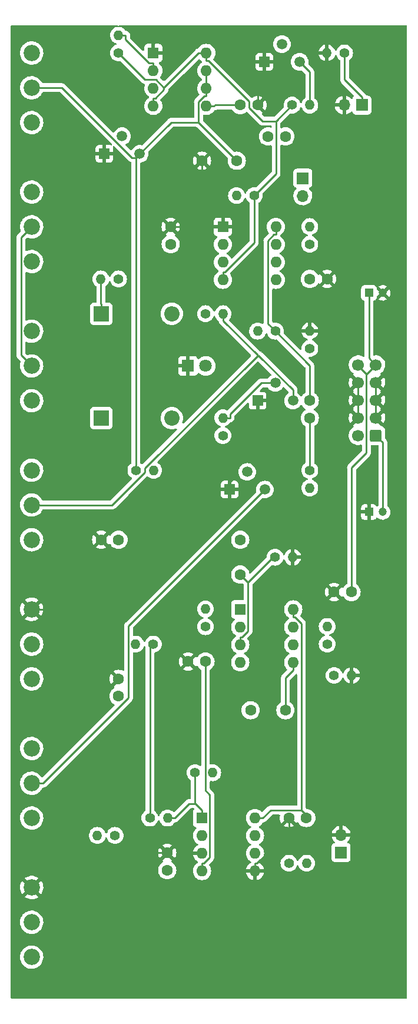
<source format=gtl>
G04 #@! TF.GenerationSoftware,KiCad,Pcbnew,6.0.6-3a73a75311~116~ubuntu20.04.1*
G04 #@! TF.CreationDate,2022-07-16T23:38:47+01:00*
G04 #@! TF.ProjectId,555kick,3535356b-6963-46b2-9e6b-696361645f70,rev?*
G04 #@! TF.SameCoordinates,Original*
G04 #@! TF.FileFunction,Copper,L1,Top*
G04 #@! TF.FilePolarity,Positive*
%FSLAX46Y46*%
G04 Gerber Fmt 4.6, Leading zero omitted, Abs format (unit mm)*
G04 Created by KiCad (PCBNEW 6.0.6-3a73a75311~116~ubuntu20.04.1) date 2022-07-16 23:38:47*
%MOMM*%
%LPD*%
G01*
G04 APERTURE LIST*
G04 Aperture macros list*
%AMRoundRect*
0 Rectangle with rounded corners*
0 $1 Rounding radius*
0 $2 $3 $4 $5 $6 $7 $8 $9 X,Y pos of 4 corners*
0 Add a 4 corners polygon primitive as box body*
4,1,4,$2,$3,$4,$5,$6,$7,$8,$9,$2,$3,0*
0 Add four circle primitives for the rounded corners*
1,1,$1+$1,$2,$3*
1,1,$1+$1,$4,$5*
1,1,$1+$1,$6,$7*
1,1,$1+$1,$8,$9*
0 Add four rect primitives between the rounded corners*
20,1,$1+$1,$2,$3,$4,$5,0*
20,1,$1+$1,$4,$5,$6,$7,0*
20,1,$1+$1,$6,$7,$8,$9,0*
20,1,$1+$1,$8,$9,$2,$3,0*%
G04 Aperture macros list end*
G04 #@! TA.AperFunction,ComponentPad*
%ADD10O,1.600000X1.600000*%
G04 #@! TD*
G04 #@! TA.AperFunction,ComponentPad*
%ADD11R,1.600000X1.600000*%
G04 #@! TD*
G04 #@! TA.AperFunction,ComponentPad*
%ADD12C,2.340000*%
G04 #@! TD*
G04 #@! TA.AperFunction,ComponentPad*
%ADD13C,1.600000*%
G04 #@! TD*
G04 #@! TA.AperFunction,ComponentPad*
%ADD14C,1.200000*%
G04 #@! TD*
G04 #@! TA.AperFunction,ComponentPad*
%ADD15R,1.200000X1.200000*%
G04 #@! TD*
G04 #@! TA.AperFunction,ComponentPad*
%ADD16C,1.800000*%
G04 #@! TD*
G04 #@! TA.AperFunction,ComponentPad*
%ADD17R,1.800000X1.800000*%
G04 #@! TD*
G04 #@! TA.AperFunction,ComponentPad*
%ADD18O,2.200000X2.200000*%
G04 #@! TD*
G04 #@! TA.AperFunction,ComponentPad*
%ADD19R,2.200000X2.200000*%
G04 #@! TD*
G04 #@! TA.AperFunction,ComponentPad*
%ADD20R,1.700000X1.700000*%
G04 #@! TD*
G04 #@! TA.AperFunction,ComponentPad*
%ADD21O,1.700000X1.700000*%
G04 #@! TD*
G04 #@! TA.AperFunction,ComponentPad*
%ADD22RoundRect,0.250000X0.600000X0.600000X-0.600000X0.600000X-0.600000X-0.600000X0.600000X-0.600000X0*%
G04 #@! TD*
G04 #@! TA.AperFunction,ComponentPad*
%ADD23C,1.700000*%
G04 #@! TD*
G04 #@! TA.AperFunction,ComponentPad*
%ADD24C,1.500000*%
G04 #@! TD*
G04 #@! TA.AperFunction,ComponentPad*
%ADD25R,1.500000X1.500000*%
G04 #@! TD*
G04 #@! TA.AperFunction,ComponentPad*
%ADD26O,1.400000X1.400000*%
G04 #@! TD*
G04 #@! TA.AperFunction,ComponentPad*
%ADD27C,1.400000*%
G04 #@! TD*
G04 #@! TA.AperFunction,Conductor*
%ADD28C,0.250000*%
G04 #@! TD*
G04 APERTURE END LIST*
D10*
X137620000Y-49500000D03*
X137620000Y-52040000D03*
X137620000Y-54580000D03*
X137620000Y-57120000D03*
X130000000Y-57120000D03*
X130000000Y-54580000D03*
X130000000Y-52040000D03*
D11*
X130000000Y-49500000D03*
D12*
X112500000Y-139500000D03*
X112500000Y-134500000D03*
X112500000Y-129500000D03*
X112500000Y-109500000D03*
X112500000Y-114500000D03*
X112500000Y-119500000D03*
D13*
X149000000Y-61500000D03*
X146500000Y-61500000D03*
D14*
X163000000Y-84000000D03*
D15*
X161000000Y-84000000D03*
D14*
X163000000Y-115500000D03*
D15*
X161000000Y-115500000D03*
D13*
X145000000Y-57000000D03*
X142500000Y-57000000D03*
X142000000Y-65000000D03*
X137000000Y-65000000D03*
X152000000Y-159500000D03*
X149500000Y-159500000D03*
X132000000Y-167000000D03*
X132000000Y-164500000D03*
X132500000Y-74500000D03*
X132500000Y-77000000D03*
X155000000Y-82000000D03*
X152500000Y-82000000D03*
X158500000Y-127000000D03*
X156000000Y-127000000D03*
X137500000Y-137000000D03*
X135000000Y-137000000D03*
X144000000Y-144000000D03*
X149000000Y-144000000D03*
X125000000Y-142000000D03*
X125000000Y-139500000D03*
X125000000Y-119500000D03*
X122500000Y-119500000D03*
X142500000Y-119500000D03*
X142500000Y-124500000D03*
X152500000Y-99500000D03*
X152500000Y-102000000D03*
D16*
X137540000Y-94500000D03*
D17*
X135000000Y-94500000D03*
D18*
X132660000Y-87000000D03*
D19*
X122500000Y-87000000D03*
D18*
X132660000Y-102000000D03*
D19*
X122500000Y-102000000D03*
D12*
X112500000Y-59500000D03*
X112500000Y-54500000D03*
X112500000Y-49500000D03*
X112500000Y-79500000D03*
X112500000Y-74500000D03*
X112500000Y-69500000D03*
D20*
X160000000Y-57000000D03*
D21*
X157460000Y-57000000D03*
D22*
X162000000Y-104500000D03*
D23*
X159460000Y-104500000D03*
X162000000Y-101960000D03*
X159460000Y-101960000D03*
X162000000Y-99420000D03*
X159460000Y-99420000D03*
X162000000Y-96880000D03*
X159460000Y-96880000D03*
X162000000Y-94340000D03*
X159460000Y-94340000D03*
D21*
X157000000Y-161920000D03*
D20*
X157000000Y-164460000D03*
D12*
X112500000Y-179500000D03*
X112500000Y-174500000D03*
X112500000Y-169500000D03*
X112500000Y-159500000D03*
X112500000Y-154500000D03*
X112500000Y-149500000D03*
X112500000Y-99500000D03*
X112500000Y-94500000D03*
X112500000Y-89500000D03*
D24*
X151040000Y-50770000D03*
X148500000Y-48230000D03*
D25*
X145960000Y-50770000D03*
D24*
X150080000Y-99500000D03*
X147540000Y-96960000D03*
D25*
X145000000Y-99500000D03*
X140960000Y-112270000D03*
D24*
X143500000Y-109730000D03*
X146040000Y-112270000D03*
X128040000Y-64000000D03*
X125500000Y-61460000D03*
D25*
X122960000Y-64000000D03*
D26*
X154960000Y-49500000D03*
D27*
X157500000Y-49500000D03*
D26*
X152500000Y-57000000D03*
D27*
X149960000Y-57000000D03*
D26*
X125000000Y-46960000D03*
D27*
X125000000Y-49500000D03*
D26*
X152040000Y-166000000D03*
D27*
X149500000Y-166000000D03*
D26*
X145000000Y-89500000D03*
D27*
X147540000Y-89500000D03*
D26*
X138540000Y-153000000D03*
D27*
X136000000Y-153000000D03*
D26*
X132040000Y-159500000D03*
D27*
X129500000Y-159500000D03*
D26*
X152500000Y-74460000D03*
D27*
X152500000Y-77000000D03*
D26*
X127460000Y-134500000D03*
D27*
X130000000Y-134500000D03*
D26*
X121960000Y-162000000D03*
D27*
X124500000Y-162000000D03*
D26*
X155000000Y-131960000D03*
D27*
X155000000Y-134500000D03*
D26*
X122460000Y-82000000D03*
D27*
X125000000Y-82000000D03*
D26*
X158540000Y-139000000D03*
D27*
X156000000Y-139000000D03*
D26*
X130040000Y-109500000D03*
D27*
X127500000Y-109500000D03*
D26*
X140000000Y-101960000D03*
D27*
X140000000Y-104500000D03*
D26*
X152500000Y-89460000D03*
D27*
X152500000Y-92000000D03*
D26*
X137500000Y-129460000D03*
D27*
X137500000Y-132000000D03*
D26*
X140040000Y-87000000D03*
D27*
X137500000Y-87000000D03*
D26*
X152500000Y-112040000D03*
D27*
X152500000Y-109500000D03*
D26*
X150040000Y-122000000D03*
D27*
X147500000Y-122000000D03*
D26*
X141960000Y-70000000D03*
D27*
X144500000Y-70000000D03*
D21*
X151500000Y-70040000D03*
D20*
X151500000Y-67500000D03*
D10*
X144620000Y-159500000D03*
X144620000Y-162040000D03*
X144620000Y-164580000D03*
X144620000Y-167120000D03*
X137000000Y-167120000D03*
X137000000Y-164580000D03*
X137000000Y-162040000D03*
D11*
X137000000Y-159500000D03*
D10*
X150120000Y-129500000D03*
X150120000Y-132040000D03*
X150120000Y-134580000D03*
X150120000Y-137120000D03*
X142500000Y-137120000D03*
X142500000Y-134580000D03*
X142500000Y-132040000D03*
D11*
X142500000Y-129500000D03*
D10*
X147620000Y-74500000D03*
X147620000Y-77040000D03*
X147620000Y-79580000D03*
X147620000Y-82120000D03*
X140000000Y-82120000D03*
X140000000Y-79580000D03*
X140000000Y-77040000D03*
D11*
X140000000Y-74500000D03*
D28*
X144620000Y-165994700D02*
X144901300Y-165994700D01*
X141524300Y-110630400D02*
X140960000Y-111194700D01*
X115000000Y-127000000D02*
X115000000Y-129500000D01*
X137000000Y-74500000D02*
X135000000Y-74500000D01*
X130000000Y-50914700D02*
X129339200Y-50914700D01*
X126025300Y-47600800D02*
X126025300Y-46960000D01*
X131529300Y-54746700D02*
X131529300Y-54465400D01*
X160730000Y-95610000D02*
X160635400Y-95610000D01*
X130373900Y-53310000D02*
X128810000Y-53310000D01*
X140000000Y-80994700D02*
X140281300Y-80994700D01*
X137901300Y-50625300D02*
X137620000Y-50625300D01*
X130000000Y-55994700D02*
X130281300Y-55994700D01*
X150120000Y-130625300D02*
X150401300Y-130625300D01*
X158500000Y-109145400D02*
X160635400Y-107010000D01*
X143750000Y-57344400D02*
X143750000Y-56474000D01*
X147660000Y-59300000D02*
X145705600Y-59300000D01*
X137500000Y-155536000D02*
X138125300Y-156161300D01*
X137281400Y-165994700D02*
X137000000Y-165994700D01*
X138745300Y-57120000D02*
X138865300Y-57000000D01*
X137620000Y-55705300D02*
X137338700Y-55705300D01*
X126901800Y-64540000D02*
X127500000Y-64540000D01*
X142500000Y-133454700D02*
X142781300Y-133454700D01*
X147620000Y-75625300D02*
X147338700Y-75625300D01*
X122460000Y-85534700D02*
X122500000Y-85574700D01*
X141025300Y-101447300D02*
X141025300Y-101960000D01*
X136049900Y-157424600D02*
X136000000Y-157424600D01*
X128770000Y-109218700D02*
X128770000Y-109774000D01*
X144996600Y-92981900D02*
X144996600Y-92992100D01*
X154960000Y-53324700D02*
X157460000Y-55824700D01*
X144901300Y-165994700D02*
X149500000Y-161396000D01*
X157460000Y-57000000D02*
X157460000Y-55824700D01*
X154960000Y-49500000D02*
X154960000Y-53324700D01*
X122500000Y-119500000D02*
X115000000Y-127000000D01*
X145000000Y-99500000D02*
X145000000Y-100575300D01*
X140960000Y-112270000D02*
X129730000Y-112270000D01*
X141524300Y-104051000D02*
X141524300Y-110630400D01*
X135000000Y-74500000D02*
X132500000Y-74500000D01*
X145000000Y-100575300D02*
X141524300Y-104051000D01*
X135000000Y-93274700D02*
X135000000Y-74500000D01*
X137000000Y-74500000D02*
X137000000Y-65000000D01*
X145000000Y-57000000D02*
X145000000Y-52805300D01*
X149500000Y-161396000D02*
X149500000Y-159500000D01*
X125000000Y-139500000D02*
X115000000Y-129500000D01*
X162000000Y-96880000D02*
X162000000Y-99420000D01*
X129730000Y-112270000D02*
X122500000Y-119500000D01*
X140960000Y-112270000D02*
X140960000Y-111194700D01*
X140000000Y-74500000D02*
X137000000Y-74500000D01*
X159460000Y-96880000D02*
X159460000Y-99420000D01*
X135000000Y-94500000D02*
X135000000Y-93274700D01*
X145960000Y-50770000D02*
X145960000Y-51845300D01*
X145000000Y-52805300D02*
X145960000Y-51845300D01*
X115000000Y-129500000D02*
X112500000Y-129500000D01*
X144620000Y-167120000D02*
X144620000Y-165994700D01*
X117500000Y-164500000D02*
X112500000Y-169500000D01*
X159460000Y-99420000D02*
X159460000Y-101960000D01*
X158540000Y-129540000D02*
X156000000Y-127000000D01*
X132000000Y-164500000D02*
X117500000Y-164500000D01*
X162000000Y-99420000D02*
X162000000Y-101960000D01*
X158540000Y-139000000D02*
X158540000Y-129540000D01*
X152500000Y-57000000D02*
X152500000Y-52230000D01*
X152500000Y-52230000D02*
X151040000Y-50770000D01*
X129339200Y-50914700D02*
X126025300Y-47600800D01*
X130000000Y-52040000D02*
X130000000Y-50914700D01*
X125000000Y-46960000D02*
X126025300Y-46960000D01*
X151300600Y-131524600D02*
X151300600Y-158372900D01*
X151300600Y-158372900D02*
X146872400Y-158372900D01*
X147660000Y-66840000D02*
X144500000Y-70000000D01*
X147660000Y-59300000D02*
X147660000Y-66840000D01*
X150401300Y-130625300D02*
X151300600Y-131524600D01*
X149960000Y-57000000D02*
X147660000Y-59300000D01*
X140000000Y-82120000D02*
X140000000Y-80994700D01*
X162000000Y-94340000D02*
X160730000Y-95610000D01*
X159460000Y-94434600D02*
X159460000Y-94340000D01*
X152000000Y-159072300D02*
X151300600Y-158372900D01*
X161000000Y-93340000D02*
X161000000Y-84000000D01*
X144620000Y-159500000D02*
X145745300Y-159500000D01*
X130281300Y-55994700D02*
X131529300Y-54746700D01*
X160635400Y-95610000D02*
X159460000Y-94434600D01*
X158500000Y-127000000D02*
X158500000Y-109145400D01*
X136494700Y-49500000D02*
X131529300Y-54465400D01*
X130000000Y-57120000D02*
X130000000Y-55994700D01*
X162000000Y-94340000D02*
X161000000Y-93340000D01*
X144500000Y-76776000D02*
X144500000Y-70000000D01*
X128810000Y-53310000D02*
X125000000Y-49500000D01*
X160635400Y-107010000D02*
X160635400Y-95610000D01*
X145705600Y-59300000D02*
X143750000Y-57344400D01*
X143750000Y-56474000D02*
X137901300Y-50625300D01*
X146872400Y-158372900D02*
X145745300Y-159500000D01*
X131529300Y-54465400D02*
X130373900Y-53310000D01*
X140281300Y-80994700D02*
X144500000Y-76776000D01*
X152000000Y-159500000D02*
X152000000Y-159072300D01*
X137620000Y-49500000D02*
X136494700Y-49500000D01*
X150120000Y-129500000D02*
X150120000Y-130625300D01*
X137620000Y-49500000D02*
X137620000Y-50625300D01*
X138125300Y-165150800D02*
X137281400Y-165994700D01*
X138125300Y-156161300D02*
X138125300Y-165150800D01*
X162000000Y-104500000D02*
X163000000Y-105500000D01*
X137000000Y-167120000D02*
X137000000Y-165994700D01*
X163000000Y-105500000D02*
X163000000Y-115500000D01*
X137500000Y-137000000D02*
X137500000Y-155536000D01*
X138865300Y-57000000D02*
X142500000Y-57000000D01*
X137620000Y-57120000D02*
X138745300Y-57120000D01*
X137338700Y-55705300D02*
X136487000Y-56557000D01*
X137620000Y-52040000D02*
X137620000Y-54580000D01*
X112500000Y-54500000D02*
X116861800Y-54500000D01*
X136487000Y-56557000D02*
X136487000Y-59487000D01*
X132553000Y-59487000D02*
X136487000Y-59487000D01*
X137620000Y-54580000D02*
X137620000Y-55705300D01*
X116861800Y-54500000D02*
X126901800Y-64540000D01*
X127500000Y-64540000D02*
X128040000Y-64000000D01*
X136487000Y-59487000D02*
X142000000Y-65000000D01*
X128040000Y-64000000D02*
X132553000Y-59487000D01*
X127500000Y-109500000D02*
X127500000Y-64540000D01*
X150120000Y-137120000D02*
X150120000Y-138245300D01*
X149000000Y-144000000D02*
X149000000Y-139365300D01*
X149000000Y-139365300D02*
X150120000Y-138245300D01*
X143625400Y-132610600D02*
X143625400Y-125625400D01*
X147500000Y-122000000D02*
X147250800Y-122000000D01*
X143625400Y-125625400D02*
X142500000Y-124500000D01*
X142500000Y-134580000D02*
X142500000Y-133454700D01*
X142781300Y-133454700D02*
X143625400Y-132610600D01*
X147250800Y-122000000D02*
X143625400Y-125625400D01*
X152500000Y-109500000D02*
X152500000Y-102000000D01*
X147540000Y-89500000D02*
X152500000Y-94460000D01*
X147620000Y-74500000D02*
X147620000Y-75625300D01*
X146475000Y-76489000D02*
X146475000Y-88435000D01*
X146475000Y-88435000D02*
X147540000Y-89500000D01*
X152500000Y-94460000D02*
X152500000Y-99500000D01*
X147338700Y-75625300D02*
X146475000Y-76489000D01*
X122460000Y-82000000D02*
X122460000Y-85534700D01*
X122500000Y-87000000D02*
X122500000Y-85574700D01*
X157500000Y-53324700D02*
X157500000Y-49500000D01*
X160000000Y-55824700D02*
X157500000Y-53324700D01*
X160000000Y-57000000D02*
X160000000Y-55824700D01*
X147540000Y-96960000D02*
X145512600Y-96960000D01*
X140000000Y-101960000D02*
X141025300Y-101960000D01*
X145512600Y-96960000D02*
X141025300Y-101447300D01*
X132040000Y-159500000D02*
X133065300Y-159500000D01*
X137000000Y-159500000D02*
X137000000Y-158374700D01*
X137000000Y-158374700D02*
X136049900Y-157424600D01*
X135140700Y-157424600D02*
X133065300Y-159500000D01*
X136000000Y-157424600D02*
X136000000Y-153000000D01*
X136000000Y-157424600D02*
X135140700Y-157424600D01*
X129500000Y-135000000D02*
X129500000Y-159500000D01*
X130000000Y-134500000D02*
X129500000Y-135000000D01*
X126423200Y-131886800D02*
X126423200Y-142215900D01*
X146040000Y-112270000D02*
X126423200Y-131886800D01*
X114139100Y-154500000D02*
X112500000Y-154500000D01*
X126423200Y-142215900D02*
X114139100Y-154500000D01*
X150080000Y-99500000D02*
X150080000Y-97937100D01*
X140040000Y-87000000D02*
X140040000Y-88025300D01*
X128770000Y-109774000D02*
X124044000Y-114500000D01*
X150080000Y-97937100D02*
X145135000Y-92992100D01*
X144996600Y-92992100D02*
X128770000Y-109218700D01*
X145135000Y-92992100D02*
X144996600Y-92992100D01*
X140040000Y-88025300D02*
X144996600Y-92981900D01*
X124044000Y-114500000D02*
X112500000Y-114500000D01*
X110970300Y-92970300D02*
X110970300Y-76029700D01*
X112500000Y-94500000D02*
X110970300Y-92970300D01*
X110970300Y-76029700D02*
X112500000Y-74500000D01*
G04 #@! TA.AperFunction,Conductor*
G36*
X124906983Y-45528502D02*
G01*
X124953476Y-45582158D01*
X124963580Y-45652432D01*
X124934086Y-45717012D01*
X124874360Y-45755396D01*
X124849844Y-45760021D01*
X124789345Y-45765314D01*
X124784032Y-45766738D01*
X124784030Y-45766738D01*
X124590400Y-45818621D01*
X124590398Y-45818622D01*
X124585090Y-45820044D01*
X124580109Y-45822366D01*
X124580108Y-45822367D01*
X124398423Y-45907088D01*
X124398420Y-45907090D01*
X124393442Y-45909411D01*
X124220224Y-46030699D01*
X124070699Y-46180224D01*
X123949411Y-46353442D01*
X123947090Y-46358420D01*
X123947088Y-46358423D01*
X123862796Y-46539189D01*
X123860044Y-46545090D01*
X123858622Y-46550398D01*
X123858621Y-46550400D01*
X123806738Y-46744030D01*
X123805314Y-46749345D01*
X123786884Y-46960000D01*
X123805314Y-47170655D01*
X123806738Y-47175968D01*
X123806738Y-47175970D01*
X123836276Y-47286205D01*
X123860044Y-47374910D01*
X123949411Y-47566558D01*
X124070699Y-47739776D01*
X124220224Y-47889301D01*
X124393442Y-48010589D01*
X124398420Y-48012910D01*
X124398423Y-48012912D01*
X124483024Y-48052362D01*
X124585090Y-48099956D01*
X124590398Y-48101378D01*
X124590400Y-48101379D01*
X124616204Y-48108293D01*
X124676827Y-48145245D01*
X124707848Y-48209106D01*
X124699420Y-48279600D01*
X124654217Y-48334347D01*
X124616204Y-48351707D01*
X124590400Y-48358621D01*
X124590398Y-48358622D01*
X124585090Y-48360044D01*
X124580109Y-48362366D01*
X124580108Y-48362367D01*
X124398423Y-48447088D01*
X124398420Y-48447090D01*
X124393442Y-48449411D01*
X124220224Y-48570699D01*
X124070699Y-48720224D01*
X123949411Y-48893442D01*
X123947090Y-48898420D01*
X123947088Y-48898423D01*
X123867731Y-49068605D01*
X123860044Y-49085090D01*
X123858622Y-49090398D01*
X123858621Y-49090400D01*
X123806738Y-49284030D01*
X123805314Y-49289345D01*
X123786884Y-49500000D01*
X123805314Y-49710655D01*
X123806738Y-49715968D01*
X123806738Y-49715970D01*
X123858575Y-49909426D01*
X123860044Y-49914910D01*
X123862366Y-49919891D01*
X123862367Y-49919892D01*
X123932918Y-50071188D01*
X123949411Y-50106558D01*
X124070699Y-50279776D01*
X124220224Y-50429301D01*
X124393442Y-50550589D01*
X124398420Y-50552910D01*
X124398423Y-50552912D01*
X124579872Y-50637523D01*
X124585090Y-50639956D01*
X124590398Y-50641378D01*
X124590400Y-50641379D01*
X124784030Y-50693262D01*
X124784032Y-50693262D01*
X124789345Y-50694686D01*
X125000000Y-50713116D01*
X125210655Y-50694686D01*
X125215971Y-50693262D01*
X125220563Y-50692452D01*
X125291123Y-50700321D01*
X125331539Y-50727443D01*
X128306343Y-53702247D01*
X128313887Y-53710537D01*
X128318000Y-53717018D01*
X128323777Y-53722443D01*
X128367667Y-53763658D01*
X128370509Y-53766413D01*
X128390231Y-53786135D01*
X128393355Y-53788558D01*
X128393359Y-53788562D01*
X128393424Y-53788612D01*
X128402445Y-53796317D01*
X128434679Y-53826586D01*
X128441627Y-53830405D01*
X128441629Y-53830407D01*
X128452432Y-53836346D01*
X128468959Y-53847202D01*
X128478698Y-53854757D01*
X128478700Y-53854758D01*
X128484960Y-53859614D01*
X128525540Y-53877174D01*
X128536188Y-53882391D01*
X128566038Y-53898801D01*
X128574940Y-53903695D01*
X128582616Y-53905666D01*
X128582619Y-53905667D01*
X128594562Y-53908733D01*
X128613267Y-53915137D01*
X128631855Y-53923181D01*
X128639678Y-53924420D01*
X128639688Y-53924423D01*
X128675524Y-53930099D01*
X128687141Y-53932504D01*
X128692873Y-53933975D01*
X128753879Y-53970288D01*
X128785570Y-54033819D01*
X128775737Y-54109266D01*
X128768039Y-54125774D01*
X128768039Y-54125775D01*
X128765716Y-54130757D01*
X128764294Y-54136065D01*
X128764293Y-54136067D01*
X128745095Y-54207714D01*
X128706457Y-54351913D01*
X128686502Y-54580000D01*
X128706457Y-54808087D01*
X128707881Y-54813400D01*
X128707881Y-54813402D01*
X128763377Y-55020512D01*
X128765716Y-55029243D01*
X128768039Y-55034224D01*
X128768039Y-55034225D01*
X128860151Y-55231762D01*
X128860154Y-55231767D01*
X128862477Y-55236749D01*
X128908977Y-55303157D01*
X128990103Y-55419017D01*
X128993802Y-55424300D01*
X129155700Y-55586198D01*
X129160208Y-55589355D01*
X129160211Y-55589357D01*
X129333556Y-55710735D01*
X129377884Y-55766192D01*
X129385055Y-55837550D01*
X129382188Y-55852576D01*
X129380471Y-55860258D01*
X129366500Y-55914670D01*
X129366500Y-55917227D01*
X129339072Y-55980113D01*
X129314721Y-56002454D01*
X129286188Y-56022433D01*
X129160211Y-56110643D01*
X129160208Y-56110645D01*
X129155700Y-56113802D01*
X128993802Y-56275700D01*
X128990645Y-56280208D01*
X128990643Y-56280211D01*
X128954644Y-56331623D01*
X128862477Y-56463251D01*
X128860154Y-56468233D01*
X128860151Y-56468238D01*
X128803187Y-56590400D01*
X128765716Y-56670757D01*
X128764294Y-56676065D01*
X128764293Y-56676067D01*
X128740011Y-56766688D01*
X128706457Y-56891913D01*
X128686502Y-57120000D01*
X128706457Y-57348087D01*
X128707881Y-57353400D01*
X128707881Y-57353402D01*
X128721023Y-57402446D01*
X128765716Y-57569243D01*
X128768039Y-57574224D01*
X128768039Y-57574225D01*
X128860151Y-57771762D01*
X128860154Y-57771767D01*
X128862477Y-57776749D01*
X128895001Y-57823198D01*
X128985512Y-57952460D01*
X128993802Y-57964300D01*
X129155700Y-58126198D01*
X129160208Y-58129355D01*
X129160211Y-58129357D01*
X129222167Y-58172739D01*
X129343251Y-58257523D01*
X129348233Y-58259846D01*
X129348238Y-58259849D01*
X129503738Y-58332359D01*
X129550757Y-58354284D01*
X129556065Y-58355706D01*
X129556067Y-58355707D01*
X129766598Y-58412119D01*
X129766600Y-58412119D01*
X129771913Y-58413543D01*
X130000000Y-58433498D01*
X130228087Y-58413543D01*
X130233400Y-58412119D01*
X130233402Y-58412119D01*
X130443933Y-58355707D01*
X130443935Y-58355706D01*
X130449243Y-58354284D01*
X130496262Y-58332359D01*
X130651762Y-58259849D01*
X130651767Y-58259846D01*
X130656749Y-58257523D01*
X130777833Y-58172739D01*
X130839789Y-58129357D01*
X130839792Y-58129355D01*
X130844300Y-58126198D01*
X131006198Y-57964300D01*
X131014489Y-57952460D01*
X131104999Y-57823198D01*
X131137523Y-57776749D01*
X131139846Y-57771767D01*
X131139849Y-57771762D01*
X131231961Y-57574225D01*
X131231961Y-57574224D01*
X131234284Y-57569243D01*
X131278978Y-57402446D01*
X131292119Y-57353402D01*
X131292119Y-57353400D01*
X131293543Y-57348087D01*
X131313498Y-57120000D01*
X131293543Y-56891913D01*
X131259989Y-56766688D01*
X131235707Y-56676067D01*
X131235706Y-56676065D01*
X131234284Y-56670757D01*
X131196813Y-56590400D01*
X131139849Y-56468238D01*
X131139846Y-56468233D01*
X131137523Y-56463251D01*
X131134367Y-56458743D01*
X131134363Y-56458737D01*
X131021541Y-56297610D01*
X130998853Y-56230336D01*
X131016138Y-56161476D01*
X131035659Y-56136245D01*
X131921547Y-55250357D01*
X131929837Y-55242813D01*
X131936318Y-55238700D01*
X131982959Y-55189032D01*
X131985713Y-55186191D01*
X132005435Y-55166469D01*
X132007912Y-55163276D01*
X132015617Y-55154255D01*
X132040459Y-55127800D01*
X132045886Y-55122021D01*
X132049707Y-55115071D01*
X132055646Y-55104268D01*
X132066502Y-55087741D01*
X132074057Y-55078002D01*
X132074058Y-55078000D01*
X132078914Y-55071740D01*
X132096474Y-55031160D01*
X132101691Y-55020512D01*
X132119175Y-54988709D01*
X132119176Y-54988707D01*
X132122995Y-54981760D01*
X132128033Y-54962137D01*
X132134437Y-54943434D01*
X132139333Y-54932120D01*
X132139333Y-54932119D01*
X132142481Y-54924845D01*
X132143720Y-54917022D01*
X132143723Y-54917012D01*
X132149399Y-54881176D01*
X132151805Y-54869556D01*
X132160828Y-54834411D01*
X132160828Y-54834410D01*
X132162800Y-54826730D01*
X132162800Y-54806476D01*
X132164351Y-54786765D01*
X132166280Y-54774585D01*
X132167520Y-54766757D01*
X132168210Y-54766866D01*
X132188477Y-54705094D01*
X132203187Y-54687417D01*
X134372792Y-52517812D01*
X136490960Y-50399645D01*
X136553270Y-50365620D01*
X136624085Y-50370685D01*
X136669148Y-50399646D01*
X136775700Y-50506198D01*
X136780208Y-50509355D01*
X136780211Y-50509357D01*
X136937393Y-50619417D01*
X136981721Y-50674874D01*
X136990873Y-50714718D01*
X136991674Y-50727443D01*
X136992775Y-50744950D01*
X136995225Y-50752491D01*
X136995321Y-50752787D01*
X137000494Y-50775931D01*
X137000618Y-50776909D01*
X137001526Y-50784100D01*
X137000366Y-50784247D01*
X136998196Y-50847560D01*
X136957789Y-50905937D01*
X136950864Y-50911151D01*
X136924490Y-50929618D01*
X136780211Y-51030643D01*
X136780208Y-51030645D01*
X136775700Y-51033802D01*
X136613802Y-51195700D01*
X136482477Y-51383251D01*
X136480154Y-51388233D01*
X136480151Y-51388238D01*
X136394702Y-51571486D01*
X136385716Y-51590757D01*
X136384294Y-51596065D01*
X136384293Y-51596067D01*
X136340120Y-51760923D01*
X136326457Y-51811913D01*
X136306502Y-52040000D01*
X136326457Y-52268087D01*
X136327881Y-52273400D01*
X136327881Y-52273402D01*
X136382535Y-52477370D01*
X136385716Y-52489243D01*
X136388039Y-52494224D01*
X136388039Y-52494225D01*
X136480151Y-52691762D01*
X136480154Y-52691767D01*
X136482477Y-52696749D01*
X136485634Y-52701257D01*
X136599098Y-52863300D01*
X136613802Y-52884300D01*
X136775700Y-53046198D01*
X136780208Y-53049355D01*
X136780211Y-53049357D01*
X136932771Y-53156181D01*
X136977099Y-53211638D01*
X136986500Y-53259394D01*
X136986500Y-53360606D01*
X136966498Y-53428727D01*
X136932771Y-53463819D01*
X136780211Y-53570643D01*
X136780208Y-53570645D01*
X136775700Y-53573802D01*
X136613802Y-53735700D01*
X136610645Y-53740208D01*
X136610643Y-53740211D01*
X136575782Y-53789998D01*
X136482477Y-53923251D01*
X136480154Y-53928233D01*
X136480151Y-53928238D01*
X136388039Y-54125775D01*
X136385716Y-54130757D01*
X136384294Y-54136065D01*
X136384293Y-54136067D01*
X136365095Y-54207714D01*
X136326457Y-54351913D01*
X136306502Y-54580000D01*
X136326457Y-54808087D01*
X136327881Y-54813400D01*
X136327881Y-54813402D01*
X136383377Y-55020512D01*
X136385716Y-55029243D01*
X136388039Y-55034224D01*
X136388039Y-55034225D01*
X136480151Y-55231762D01*
X136480154Y-55231767D01*
X136482477Y-55236749D01*
X136562765Y-55351412D01*
X136598459Y-55402388D01*
X136621147Y-55469662D01*
X136603862Y-55538523D01*
X136584341Y-55563754D01*
X136094742Y-56053353D01*
X136086463Y-56060887D01*
X136079982Y-56065000D01*
X136053976Y-56092694D01*
X136033357Y-56114651D01*
X136030602Y-56117493D01*
X136010865Y-56137230D01*
X136008385Y-56140427D01*
X136000682Y-56149447D01*
X135970414Y-56181679D01*
X135966595Y-56188625D01*
X135966593Y-56188628D01*
X135960652Y-56199434D01*
X135949801Y-56215953D01*
X135937386Y-56231959D01*
X135934241Y-56239228D01*
X135934238Y-56239232D01*
X135919826Y-56272537D01*
X135914609Y-56283187D01*
X135893305Y-56321940D01*
X135891334Y-56329615D01*
X135891334Y-56329616D01*
X135888267Y-56341562D01*
X135881863Y-56360266D01*
X135877943Y-56369326D01*
X135873819Y-56378855D01*
X135872580Y-56386678D01*
X135872577Y-56386688D01*
X135866901Y-56422524D01*
X135864495Y-56434144D01*
X135853500Y-56476970D01*
X135853500Y-56497224D01*
X135851949Y-56516934D01*
X135848780Y-56536943D01*
X135849526Y-56544835D01*
X135852941Y-56580961D01*
X135853500Y-56592819D01*
X135853500Y-58727500D01*
X135833498Y-58795621D01*
X135779842Y-58842114D01*
X135727500Y-58853500D01*
X132631767Y-58853500D01*
X132620584Y-58852973D01*
X132613091Y-58851298D01*
X132605165Y-58851547D01*
X132605164Y-58851547D01*
X132545001Y-58853438D01*
X132541043Y-58853500D01*
X132513144Y-58853500D01*
X132509154Y-58854004D01*
X132497320Y-58854936D01*
X132453111Y-58856326D01*
X132445497Y-58858538D01*
X132445492Y-58858539D01*
X132433659Y-58861977D01*
X132414296Y-58865988D01*
X132394203Y-58868526D01*
X132386836Y-58871443D01*
X132386831Y-58871444D01*
X132353092Y-58884802D01*
X132341865Y-58888646D01*
X132299407Y-58900982D01*
X132292581Y-58905019D01*
X132281972Y-58911293D01*
X132264224Y-58919988D01*
X132245383Y-58927448D01*
X132238967Y-58932110D01*
X132238966Y-58932110D01*
X132209613Y-58953436D01*
X132199693Y-58959952D01*
X132168465Y-58978420D01*
X132168462Y-58978422D01*
X132161638Y-58982458D01*
X132147317Y-58996779D01*
X132132284Y-59009619D01*
X132115893Y-59021528D01*
X132110842Y-59027634D01*
X132087702Y-59055605D01*
X132079712Y-59064384D01*
X128412423Y-62731672D01*
X128350111Y-62765698D01*
X128290717Y-62764284D01*
X128264685Y-62757309D01*
X128264686Y-62757309D01*
X128259371Y-62755885D01*
X128040000Y-62736693D01*
X127820629Y-62755885D01*
X127607924Y-62812880D01*
X127514562Y-62856415D01*
X127413334Y-62903618D01*
X127413329Y-62903621D01*
X127408347Y-62905944D01*
X127403840Y-62909100D01*
X127403838Y-62909101D01*
X127232473Y-63029092D01*
X127232470Y-63029094D01*
X127227962Y-63032251D01*
X127072251Y-63187962D01*
X126945944Y-63368347D01*
X126943621Y-63373329D01*
X126943618Y-63373334D01*
X126920262Y-63423422D01*
X126873345Y-63476707D01*
X126805067Y-63496168D01*
X126737107Y-63475626D01*
X126716972Y-63459267D01*
X126040733Y-62783028D01*
X126006707Y-62720716D01*
X126011772Y-62649901D01*
X126054319Y-62593065D01*
X126076579Y-62579738D01*
X126126663Y-62556384D01*
X126126669Y-62556380D01*
X126131654Y-62554056D01*
X126312038Y-62427749D01*
X126467749Y-62272038D01*
X126548476Y-62156749D01*
X126590899Y-62096162D01*
X126590900Y-62096160D01*
X126594056Y-62091653D01*
X126596379Y-62086671D01*
X126596382Y-62086666D01*
X126643585Y-61985438D01*
X126687120Y-61892076D01*
X126744115Y-61679371D01*
X126763307Y-61460000D01*
X126744115Y-61240629D01*
X126687120Y-61027924D01*
X126619738Y-60883422D01*
X126596382Y-60833334D01*
X126596379Y-60833329D01*
X126594056Y-60828347D01*
X126560148Y-60779921D01*
X126470908Y-60652473D01*
X126470906Y-60652470D01*
X126467749Y-60647962D01*
X126312038Y-60492251D01*
X126131654Y-60365944D01*
X125932076Y-60272880D01*
X125719371Y-60215885D01*
X125500000Y-60196693D01*
X125280629Y-60215885D01*
X125067924Y-60272880D01*
X125005281Y-60302091D01*
X124873334Y-60363618D01*
X124873329Y-60363621D01*
X124868347Y-60365944D01*
X124863840Y-60369100D01*
X124863838Y-60369101D01*
X124692473Y-60489092D01*
X124692470Y-60489094D01*
X124687962Y-60492251D01*
X124532251Y-60647962D01*
X124529094Y-60652470D01*
X124529092Y-60652473D01*
X124439852Y-60779921D01*
X124405944Y-60828347D01*
X124403621Y-60833329D01*
X124403618Y-60833334D01*
X124380262Y-60883422D01*
X124333345Y-60936707D01*
X124265067Y-60956168D01*
X124197107Y-60935626D01*
X124176972Y-60919267D01*
X117365452Y-54107747D01*
X117357912Y-54099461D01*
X117353800Y-54092982D01*
X117304148Y-54046356D01*
X117301307Y-54043602D01*
X117281570Y-54023865D01*
X117278373Y-54021385D01*
X117269351Y-54013680D01*
X117242900Y-53988841D01*
X117237121Y-53983414D01*
X117230175Y-53979595D01*
X117230172Y-53979593D01*
X117219366Y-53973652D01*
X117202847Y-53962801D01*
X117201293Y-53961596D01*
X117186841Y-53950386D01*
X117179572Y-53947241D01*
X117179568Y-53947238D01*
X117146263Y-53932826D01*
X117135613Y-53927609D01*
X117096860Y-53906305D01*
X117077237Y-53901267D01*
X117058534Y-53894863D01*
X117047220Y-53889967D01*
X117047219Y-53889967D01*
X117039945Y-53886819D01*
X117032122Y-53885580D01*
X117032112Y-53885577D01*
X116996276Y-53879901D01*
X116984656Y-53877495D01*
X116949511Y-53868472D01*
X116949510Y-53868472D01*
X116941830Y-53866500D01*
X116921576Y-53866500D01*
X116901865Y-53864949D01*
X116889686Y-53863020D01*
X116881857Y-53861780D01*
X116873965Y-53862526D01*
X116837839Y-53865941D01*
X116825981Y-53866500D01*
X114140873Y-53866500D01*
X114072752Y-53846498D01*
X114026259Y-53792842D01*
X114023439Y-53786165D01*
X114019238Y-53775361D01*
X113895442Y-53558763D01*
X113740990Y-53362842D01*
X113559276Y-53191902D01*
X113360113Y-53053738D01*
X113358130Y-53052362D01*
X113358125Y-53052359D01*
X113354292Y-53049700D01*
X113350110Y-53047637D01*
X113350102Y-53047633D01*
X113134728Y-52941423D01*
X113134725Y-52941422D01*
X113130540Y-52939358D01*
X112892937Y-52863300D01*
X112888330Y-52862550D01*
X112888327Y-52862549D01*
X112651312Y-52823949D01*
X112651313Y-52823949D01*
X112646701Y-52823198D01*
X112525753Y-52821615D01*
X112401920Y-52819994D01*
X112401917Y-52819994D01*
X112397243Y-52819933D01*
X112150042Y-52853575D01*
X112145556Y-52854883D01*
X112145554Y-52854883D01*
X112116677Y-52863300D01*
X111910528Y-52923387D01*
X111683965Y-53027834D01*
X111661899Y-53042301D01*
X111479242Y-53162056D01*
X111479237Y-53162060D01*
X111475329Y-53164622D01*
X111422652Y-53211638D01*
X111363303Y-53264609D01*
X111289202Y-53330746D01*
X111129675Y-53522557D01*
X111000252Y-53735840D01*
X110998443Y-53740154D01*
X110998442Y-53740156D01*
X110908249Y-53955242D01*
X110903775Y-53965911D01*
X110902624Y-53970443D01*
X110902623Y-53970446D01*
X110884044Y-54043602D01*
X110842365Y-54207714D01*
X110817370Y-54455939D01*
X110829339Y-54705131D01*
X110878010Y-54949818D01*
X110962314Y-55184622D01*
X111080398Y-55404386D01*
X111083193Y-55408130D01*
X111083195Y-55408132D01*
X111098178Y-55428197D01*
X111229668Y-55604283D01*
X111406844Y-55779921D01*
X111410606Y-55782679D01*
X111410609Y-55782682D01*
X111573235Y-55901923D01*
X111608036Y-55927440D01*
X111612171Y-55929616D01*
X111612175Y-55929618D01*
X111712644Y-55982477D01*
X111828823Y-56043602D01*
X111940605Y-56082638D01*
X112040415Y-56117493D01*
X112064354Y-56125853D01*
X112068947Y-56126725D01*
X112304867Y-56171516D01*
X112304870Y-56171516D01*
X112309456Y-56172387D01*
X112434099Y-56177284D01*
X112554075Y-56181999D01*
X112554081Y-56181999D01*
X112558743Y-56182182D01*
X112656134Y-56171516D01*
X112802087Y-56155532D01*
X112802092Y-56155531D01*
X112806740Y-56155022D01*
X112811264Y-56153831D01*
X113043476Y-56092694D01*
X113043478Y-56092693D01*
X113047999Y-56091503D01*
X113109687Y-56065000D01*
X113272924Y-55994868D01*
X113272926Y-55994867D01*
X113277218Y-55993023D01*
X113405018Y-55913938D01*
X113485391Y-55864202D01*
X113485395Y-55864199D01*
X113489364Y-55861743D01*
X113548671Y-55811536D01*
X113676209Y-55703567D01*
X113676210Y-55703566D01*
X113679775Y-55700548D01*
X113706777Y-55669758D01*
X113841187Y-55516494D01*
X113841191Y-55516489D01*
X113844269Y-55512979D01*
X113872132Y-55469662D01*
X113976703Y-55307087D01*
X113979231Y-55303157D01*
X114006615Y-55242368D01*
X114022209Y-55207750D01*
X114068424Y-55153855D01*
X114137091Y-55133500D01*
X116547206Y-55133500D01*
X116615327Y-55153502D01*
X116636301Y-55170405D01*
X124039972Y-62574076D01*
X124073998Y-62636388D01*
X124068933Y-62707203D01*
X124026386Y-62764039D01*
X123959866Y-62788850D01*
X123906647Y-62781153D01*
X123827606Y-62751522D01*
X123812351Y-62747895D01*
X123761486Y-62742369D01*
X123754672Y-62742000D01*
X123232115Y-62742000D01*
X123216876Y-62746475D01*
X123215671Y-62747865D01*
X123214000Y-62755548D01*
X123214000Y-63727885D01*
X123218475Y-63743124D01*
X123219865Y-63744329D01*
X123227548Y-63746000D01*
X124199884Y-63746000D01*
X124215123Y-63741525D01*
X124216328Y-63740135D01*
X124217999Y-63732452D01*
X124217999Y-63205331D01*
X124217629Y-63198510D01*
X124212105Y-63147648D01*
X124208479Y-63132396D01*
X124178847Y-63053353D01*
X124173664Y-62982545D01*
X124207585Y-62920176D01*
X124269840Y-62886047D01*
X124340664Y-62890994D01*
X124385924Y-62920028D01*
X126398143Y-64932247D01*
X126405687Y-64940537D01*
X126409800Y-64947018D01*
X126415577Y-64952443D01*
X126459467Y-64993658D01*
X126462309Y-64996413D01*
X126482030Y-65016134D01*
X126485225Y-65018612D01*
X126494247Y-65026318D01*
X126526479Y-65056586D01*
X126533428Y-65060406D01*
X126544232Y-65066346D01*
X126560756Y-65077199D01*
X126576759Y-65089613D01*
X126617343Y-65107176D01*
X126627973Y-65112383D01*
X126666740Y-65133695D01*
X126674417Y-65135666D01*
X126674422Y-65135668D01*
X126686358Y-65138732D01*
X126705066Y-65145137D01*
X126723655Y-65153181D01*
X126760212Y-65158972D01*
X126824364Y-65189383D01*
X126861891Y-65249651D01*
X126866500Y-65283420D01*
X126866500Y-108402685D01*
X126846498Y-108470806D01*
X126812770Y-108505898D01*
X126720224Y-108570699D01*
X126570699Y-108720224D01*
X126449411Y-108893442D01*
X126447090Y-108898420D01*
X126447088Y-108898423D01*
X126365542Y-109073299D01*
X126360044Y-109085090D01*
X126358622Y-109090398D01*
X126358621Y-109090400D01*
X126315533Y-109251206D01*
X126305314Y-109289345D01*
X126286884Y-109500000D01*
X126305314Y-109710655D01*
X126306738Y-109715968D01*
X126306738Y-109715970D01*
X126311965Y-109735475D01*
X126360044Y-109914910D01*
X126362366Y-109919891D01*
X126362367Y-109919892D01*
X126432918Y-110071188D01*
X126449411Y-110106558D01*
X126570699Y-110279776D01*
X126720224Y-110429301D01*
X126890464Y-110548504D01*
X126934790Y-110603957D01*
X126942099Y-110674577D01*
X126907286Y-110740809D01*
X123818500Y-113829595D01*
X123756188Y-113863621D01*
X123729405Y-113866500D01*
X114140873Y-113866500D01*
X114072752Y-113846498D01*
X114026259Y-113792842D01*
X114023439Y-113786165D01*
X114019238Y-113775361D01*
X113895442Y-113558763D01*
X113740990Y-113362842D01*
X113559276Y-113191902D01*
X113416582Y-113092912D01*
X113358130Y-113052362D01*
X113358125Y-113052359D01*
X113354292Y-113049700D01*
X113350110Y-113047637D01*
X113350102Y-113047633D01*
X113134728Y-112941423D01*
X113134725Y-112941422D01*
X113130540Y-112939358D01*
X112892937Y-112863300D01*
X112888330Y-112862550D01*
X112888327Y-112862549D01*
X112651312Y-112823949D01*
X112651313Y-112823949D01*
X112646701Y-112823198D01*
X112525753Y-112821615D01*
X112401920Y-112819994D01*
X112401917Y-112819994D01*
X112397243Y-112819933D01*
X112150042Y-112853575D01*
X112145556Y-112854883D01*
X112145554Y-112854883D01*
X112116677Y-112863300D01*
X111910528Y-112923387D01*
X111683965Y-113027834D01*
X111680056Y-113030397D01*
X111479242Y-113162056D01*
X111479237Y-113162060D01*
X111475329Y-113164622D01*
X111289202Y-113330746D01*
X111129675Y-113522557D01*
X111000252Y-113735840D01*
X110998443Y-113740154D01*
X110998442Y-113740156D01*
X110945462Y-113866500D01*
X110903775Y-113965911D01*
X110842365Y-114207714D01*
X110817370Y-114455939D01*
X110817594Y-114460606D01*
X110817594Y-114460611D01*
X110821613Y-114544276D01*
X110829339Y-114705131D01*
X110878010Y-114949818D01*
X110962314Y-115184622D01*
X111080398Y-115404386D01*
X111229668Y-115604283D01*
X111406844Y-115779921D01*
X111410606Y-115782679D01*
X111410609Y-115782682D01*
X111531893Y-115871610D01*
X111608036Y-115927440D01*
X111612171Y-115929616D01*
X111612175Y-115929618D01*
X111728009Y-115990561D01*
X111828823Y-116043602D01*
X112064354Y-116125853D01*
X112068947Y-116126725D01*
X112304867Y-116171516D01*
X112304870Y-116171516D01*
X112309456Y-116172387D01*
X112434099Y-116177284D01*
X112554075Y-116181999D01*
X112554081Y-116181999D01*
X112558743Y-116182182D01*
X112656134Y-116171516D01*
X112802087Y-116155532D01*
X112802092Y-116155531D01*
X112806740Y-116155022D01*
X112811264Y-116153831D01*
X113043476Y-116092694D01*
X113043478Y-116092693D01*
X113047999Y-116091503D01*
X113052296Y-116089657D01*
X113272924Y-115994868D01*
X113272926Y-115994867D01*
X113277218Y-115993023D01*
X113387667Y-115924675D01*
X113485391Y-115864202D01*
X113485395Y-115864199D01*
X113489364Y-115861743D01*
X113595237Y-115772115D01*
X113676209Y-115703567D01*
X113676210Y-115703566D01*
X113679775Y-115700548D01*
X113761316Y-115607569D01*
X113841187Y-115516494D01*
X113841191Y-115516489D01*
X113844269Y-115512979D01*
X113852618Y-115500000D01*
X113976703Y-115307087D01*
X113979231Y-115303157D01*
X113984453Y-115291566D01*
X114022209Y-115207750D01*
X114068424Y-115153855D01*
X114137091Y-115133500D01*
X123965233Y-115133500D01*
X123976416Y-115134027D01*
X123983909Y-115135702D01*
X123991835Y-115135453D01*
X123991836Y-115135453D01*
X124051986Y-115133562D01*
X124055945Y-115133500D01*
X124083856Y-115133500D01*
X124087791Y-115133003D01*
X124087856Y-115132995D01*
X124099693Y-115132062D01*
X124131951Y-115131048D01*
X124135970Y-115130922D01*
X124143889Y-115130673D01*
X124163343Y-115125021D01*
X124182700Y-115121013D01*
X124194930Y-115119468D01*
X124194931Y-115119468D01*
X124202797Y-115118474D01*
X124210168Y-115115555D01*
X124210170Y-115115555D01*
X124243912Y-115102196D01*
X124255142Y-115098351D01*
X124289983Y-115088229D01*
X124289984Y-115088229D01*
X124297593Y-115086018D01*
X124304412Y-115081985D01*
X124304417Y-115081983D01*
X124315028Y-115075707D01*
X124332776Y-115067012D01*
X124351617Y-115059552D01*
X124387387Y-115033564D01*
X124397307Y-115027048D01*
X124428535Y-115008580D01*
X124428538Y-115008578D01*
X124435362Y-115004542D01*
X124449683Y-114990221D01*
X124464717Y-114977380D01*
X124474694Y-114970131D01*
X124481107Y-114965472D01*
X124509298Y-114931395D01*
X124517288Y-114922616D01*
X126375236Y-113064669D01*
X139702001Y-113064669D01*
X139702371Y-113071490D01*
X139707895Y-113122352D01*
X139711521Y-113137604D01*
X139756676Y-113258054D01*
X139765214Y-113273649D01*
X139841715Y-113375724D01*
X139854276Y-113388285D01*
X139956351Y-113464786D01*
X139971946Y-113473324D01*
X140092394Y-113518478D01*
X140107649Y-113522105D01*
X140158514Y-113527631D01*
X140165328Y-113528000D01*
X140687885Y-113528000D01*
X140703124Y-113523525D01*
X140704329Y-113522135D01*
X140706000Y-113514452D01*
X140706000Y-113509884D01*
X141214000Y-113509884D01*
X141218475Y-113525123D01*
X141219865Y-113526328D01*
X141227548Y-113527999D01*
X141754669Y-113527999D01*
X141761490Y-113527629D01*
X141812352Y-113522105D01*
X141827604Y-113518479D01*
X141948054Y-113473324D01*
X141963649Y-113464786D01*
X142065724Y-113388285D01*
X142078285Y-113375724D01*
X142154786Y-113273649D01*
X142163324Y-113258054D01*
X142208478Y-113137606D01*
X142212105Y-113122351D01*
X142217631Y-113071486D01*
X142218000Y-113064672D01*
X142218000Y-112542115D01*
X142213525Y-112526876D01*
X142212135Y-112525671D01*
X142204452Y-112524000D01*
X141232115Y-112524000D01*
X141216876Y-112528475D01*
X141215671Y-112529865D01*
X141214000Y-112537548D01*
X141214000Y-113509884D01*
X140706000Y-113509884D01*
X140706000Y-112542115D01*
X140701525Y-112526876D01*
X140700135Y-112525671D01*
X140692452Y-112524000D01*
X139720116Y-112524000D01*
X139704877Y-112528475D01*
X139703672Y-112529865D01*
X139702001Y-112537548D01*
X139702001Y-113064669D01*
X126375236Y-113064669D01*
X127442020Y-111997885D01*
X139702000Y-111997885D01*
X139706475Y-112013124D01*
X139707865Y-112014329D01*
X139715548Y-112016000D01*
X140687885Y-112016000D01*
X140703124Y-112011525D01*
X140704329Y-112010135D01*
X140706000Y-112002452D01*
X140706000Y-111997885D01*
X141214000Y-111997885D01*
X141218475Y-112013124D01*
X141219865Y-112014329D01*
X141227548Y-112016000D01*
X142199884Y-112016000D01*
X142215123Y-112011525D01*
X142216328Y-112010135D01*
X142217999Y-112002452D01*
X142217999Y-111475331D01*
X142217629Y-111468510D01*
X142212105Y-111417648D01*
X142208479Y-111402396D01*
X142163324Y-111281946D01*
X142154786Y-111266351D01*
X142078285Y-111164276D01*
X142065724Y-111151715D01*
X141963649Y-111075214D01*
X141948054Y-111066676D01*
X141827606Y-111021522D01*
X141812351Y-111017895D01*
X141761486Y-111012369D01*
X141754672Y-111012000D01*
X141232115Y-111012000D01*
X141216876Y-111016475D01*
X141215671Y-111017865D01*
X141214000Y-111025548D01*
X141214000Y-111997885D01*
X140706000Y-111997885D01*
X140706000Y-111030116D01*
X140701525Y-111014877D01*
X140700135Y-111013672D01*
X140692452Y-111012001D01*
X140165331Y-111012001D01*
X140158510Y-111012371D01*
X140107648Y-111017895D01*
X140092396Y-111021521D01*
X139971946Y-111066676D01*
X139956351Y-111075214D01*
X139854276Y-111151715D01*
X139841715Y-111164276D01*
X139765214Y-111266351D01*
X139756676Y-111281946D01*
X139711522Y-111402394D01*
X139707895Y-111417649D01*
X139702369Y-111468514D01*
X139702000Y-111475328D01*
X139702000Y-111997885D01*
X127442020Y-111997885D01*
X129046319Y-110393586D01*
X129108631Y-110359560D01*
X129179446Y-110364625D01*
X129224509Y-110393586D01*
X129260224Y-110429301D01*
X129433442Y-110550589D01*
X129438420Y-110552910D01*
X129438423Y-110552912D01*
X129620108Y-110637633D01*
X129625090Y-110639956D01*
X129630398Y-110641378D01*
X129630400Y-110641379D01*
X129824030Y-110693262D01*
X129824032Y-110693262D01*
X129829345Y-110694686D01*
X130040000Y-110713116D01*
X130250655Y-110694686D01*
X130255968Y-110693262D01*
X130255970Y-110693262D01*
X130449600Y-110641379D01*
X130449602Y-110641378D01*
X130454910Y-110639956D01*
X130459892Y-110637633D01*
X130641577Y-110552912D01*
X130641580Y-110552910D01*
X130646558Y-110550589D01*
X130819776Y-110429301D01*
X130969301Y-110279776D01*
X131090589Y-110106558D01*
X131107083Y-110071188D01*
X131177633Y-109919892D01*
X131177634Y-109919891D01*
X131179956Y-109914910D01*
X131228036Y-109735475D01*
X131229503Y-109730000D01*
X142236693Y-109730000D01*
X142255885Y-109949371D01*
X142312880Y-110162076D01*
X142356415Y-110255438D01*
X142403618Y-110356666D01*
X142403621Y-110356671D01*
X142405944Y-110361653D01*
X142409100Y-110366160D01*
X142409101Y-110366162D01*
X142511904Y-110512979D01*
X142532251Y-110542038D01*
X142687962Y-110697749D01*
X142692471Y-110700906D01*
X142692473Y-110700908D01*
X142749458Y-110740809D01*
X142868346Y-110824056D01*
X143067924Y-110917120D01*
X143280629Y-110974115D01*
X143500000Y-110993307D01*
X143719371Y-110974115D01*
X143932076Y-110917120D01*
X144131654Y-110824056D01*
X144250542Y-110740809D01*
X144307527Y-110700908D01*
X144307529Y-110700906D01*
X144312038Y-110697749D01*
X144467749Y-110542038D01*
X144488097Y-110512979D01*
X144590899Y-110366162D01*
X144590900Y-110366160D01*
X144594056Y-110361653D01*
X144596379Y-110356671D01*
X144596382Y-110356666D01*
X144643585Y-110255438D01*
X144687120Y-110162076D01*
X144744115Y-109949371D01*
X144763307Y-109730000D01*
X144744115Y-109510629D01*
X144687120Y-109297924D01*
X144627170Y-109169361D01*
X144596382Y-109103334D01*
X144596379Y-109103329D01*
X144594056Y-109098347D01*
X144590899Y-109093838D01*
X144470908Y-108922473D01*
X144470906Y-108922470D01*
X144467749Y-108917962D01*
X144312038Y-108762251D01*
X144280484Y-108740156D01*
X144164834Y-108659177D01*
X144131654Y-108635944D01*
X143932076Y-108542880D01*
X143719371Y-108485885D01*
X143500000Y-108466693D01*
X143280629Y-108485885D01*
X143067924Y-108542880D01*
X143008266Y-108570699D01*
X142873334Y-108633618D01*
X142873329Y-108633621D01*
X142868347Y-108635944D01*
X142863840Y-108639100D01*
X142863838Y-108639101D01*
X142692473Y-108759092D01*
X142692470Y-108759094D01*
X142687962Y-108762251D01*
X142532251Y-108917962D01*
X142529094Y-108922470D01*
X142529092Y-108922473D01*
X142409101Y-109093838D01*
X142405944Y-109098347D01*
X142403621Y-109103329D01*
X142403618Y-109103334D01*
X142372830Y-109169361D01*
X142312880Y-109297924D01*
X142255885Y-109510629D01*
X142236693Y-109730000D01*
X131229503Y-109730000D01*
X131233262Y-109715970D01*
X131233262Y-109715968D01*
X131234686Y-109710655D01*
X131253116Y-109500000D01*
X131234686Y-109289345D01*
X131224467Y-109251206D01*
X131181379Y-109090400D01*
X131181378Y-109090398D01*
X131179956Y-109085090D01*
X131174458Y-109073299D01*
X131092912Y-108898423D01*
X131092910Y-108898420D01*
X131090589Y-108893442D01*
X130969301Y-108720224D01*
X130819776Y-108570699D01*
X130646558Y-108449411D01*
X130647829Y-108447596D01*
X130605418Y-108403115D01*
X130591984Y-108333401D01*
X130618372Y-108267490D01*
X130628318Y-108256286D01*
X137791911Y-101092694D01*
X144976705Y-93907900D01*
X145039017Y-93873874D01*
X145109832Y-93878939D01*
X145154895Y-93907900D01*
X146922501Y-95675506D01*
X146956527Y-95737818D01*
X146951462Y-95808633D01*
X146905676Y-95867814D01*
X146732478Y-95989088D01*
X146732472Y-95989093D01*
X146727962Y-95992251D01*
X146572251Y-96147962D01*
X146569094Y-96152470D01*
X146569092Y-96152473D01*
X146484859Y-96272771D01*
X146429402Y-96317099D01*
X146381646Y-96326500D01*
X145591368Y-96326500D01*
X145580185Y-96325973D01*
X145572692Y-96324298D01*
X145564766Y-96324547D01*
X145564765Y-96324547D01*
X145504602Y-96326438D01*
X145500644Y-96326500D01*
X145472744Y-96326500D01*
X145468754Y-96327004D01*
X145456920Y-96327936D01*
X145412711Y-96329326D01*
X145405095Y-96331539D01*
X145405093Y-96331539D01*
X145393252Y-96334979D01*
X145373893Y-96338988D01*
X145372583Y-96339154D01*
X145353803Y-96341526D01*
X145346437Y-96344442D01*
X145346431Y-96344444D01*
X145312698Y-96357800D01*
X145301468Y-96361645D01*
X145266617Y-96371770D01*
X145259007Y-96373981D01*
X145252184Y-96378016D01*
X145241566Y-96384295D01*
X145223813Y-96392992D01*
X145216168Y-96396019D01*
X145204983Y-96400448D01*
X145198568Y-96405109D01*
X145169212Y-96426437D01*
X145159295Y-96432951D01*
X145121238Y-96455458D01*
X145106917Y-96469779D01*
X145091884Y-96482619D01*
X145075493Y-96494528D01*
X145070442Y-96500634D01*
X145047302Y-96528605D01*
X145039312Y-96537384D01*
X140710358Y-100866337D01*
X140648046Y-100900363D01*
X140577230Y-100895298D01*
X140568013Y-100891437D01*
X140419892Y-100822367D01*
X140419891Y-100822366D01*
X140414910Y-100820044D01*
X140409602Y-100818622D01*
X140409600Y-100818621D01*
X140215970Y-100766738D01*
X140215968Y-100766738D01*
X140210655Y-100765314D01*
X140000000Y-100746884D01*
X139789345Y-100765314D01*
X139784032Y-100766738D01*
X139784030Y-100766738D01*
X139590400Y-100818621D01*
X139590398Y-100818622D01*
X139585090Y-100820044D01*
X139580109Y-100822366D01*
X139580108Y-100822367D01*
X139398423Y-100907088D01*
X139398420Y-100907090D01*
X139393442Y-100909411D01*
X139220224Y-101030699D01*
X139070699Y-101180224D01*
X138949411Y-101353442D01*
X138947090Y-101358420D01*
X138947088Y-101358423D01*
X138882545Y-101496836D01*
X138860044Y-101545090D01*
X138858622Y-101550398D01*
X138858621Y-101550400D01*
X138857103Y-101556067D01*
X138805314Y-101749345D01*
X138786884Y-101960000D01*
X138805314Y-102170655D01*
X138806738Y-102175968D01*
X138806738Y-102175970D01*
X138847502Y-102328101D01*
X138860044Y-102374910D01*
X138862366Y-102379891D01*
X138862367Y-102379892D01*
X138945328Y-102557801D01*
X138949411Y-102566558D01*
X139070699Y-102739776D01*
X139220224Y-102889301D01*
X139393442Y-103010589D01*
X139398420Y-103012910D01*
X139398423Y-103012912D01*
X139567829Y-103091907D01*
X139585090Y-103099956D01*
X139590398Y-103101378D01*
X139590400Y-103101379D01*
X139616204Y-103108293D01*
X139676827Y-103145245D01*
X139707848Y-103209106D01*
X139699420Y-103279600D01*
X139654217Y-103334347D01*
X139616204Y-103351707D01*
X139590400Y-103358621D01*
X139590398Y-103358622D01*
X139585090Y-103360044D01*
X139580109Y-103362366D01*
X139580108Y-103362367D01*
X139398423Y-103447088D01*
X139398420Y-103447090D01*
X139393442Y-103449411D01*
X139220224Y-103570699D01*
X139070699Y-103720224D01*
X138949411Y-103893442D01*
X138860044Y-104085090D01*
X138805314Y-104289345D01*
X138786884Y-104500000D01*
X138805314Y-104710655D01*
X138860044Y-104914910D01*
X138862366Y-104919891D01*
X138862367Y-104919892D01*
X138929050Y-105062893D01*
X138949411Y-105106558D01*
X139070699Y-105279776D01*
X139220224Y-105429301D01*
X139393442Y-105550589D01*
X139398420Y-105552910D01*
X139398423Y-105552912D01*
X139580108Y-105637633D01*
X139585090Y-105639956D01*
X139590398Y-105641378D01*
X139590400Y-105641379D01*
X139784030Y-105693262D01*
X139784032Y-105693262D01*
X139789345Y-105694686D01*
X140000000Y-105713116D01*
X140210655Y-105694686D01*
X140215968Y-105693262D01*
X140215970Y-105693262D01*
X140409600Y-105641379D01*
X140409602Y-105641378D01*
X140414910Y-105639956D01*
X140419892Y-105637633D01*
X140601577Y-105552912D01*
X140601580Y-105552910D01*
X140606558Y-105550589D01*
X140779776Y-105429301D01*
X140929301Y-105279776D01*
X141050589Y-105106558D01*
X141070951Y-105062893D01*
X141137633Y-104919892D01*
X141137634Y-104919891D01*
X141139956Y-104914910D01*
X141194686Y-104710655D01*
X141213116Y-104500000D01*
X141194686Y-104289345D01*
X141139956Y-104085090D01*
X141050589Y-103893442D01*
X140929301Y-103720224D01*
X140779776Y-103570699D01*
X140606558Y-103449411D01*
X140601580Y-103447090D01*
X140601577Y-103447088D01*
X140419892Y-103362367D01*
X140419891Y-103362366D01*
X140414910Y-103360044D01*
X140409602Y-103358622D01*
X140409600Y-103358621D01*
X140383796Y-103351707D01*
X140323173Y-103314755D01*
X140292152Y-103250894D01*
X140300580Y-103180400D01*
X140345783Y-103125653D01*
X140383796Y-103108293D01*
X140409600Y-103101379D01*
X140409602Y-103101378D01*
X140414910Y-103099956D01*
X140432171Y-103091907D01*
X140601577Y-103012912D01*
X140601580Y-103012910D01*
X140606558Y-103010589D01*
X140779776Y-102889301D01*
X140929301Y-102739776D01*
X140996321Y-102644061D01*
X141051778Y-102599732D01*
X141091623Y-102590580D01*
X141137036Y-102587723D01*
X141137037Y-102587723D01*
X141144950Y-102587225D01*
X141152491Y-102584775D01*
X141152787Y-102584679D01*
X141175931Y-102579506D01*
X141176235Y-102579468D01*
X141176240Y-102579467D01*
X141184097Y-102578474D01*
X141191462Y-102575558D01*
X141191466Y-102575557D01*
X141236311Y-102557801D01*
X141243730Y-102555129D01*
X141297175Y-102537764D01*
X141303872Y-102533514D01*
X141304131Y-102533350D01*
X141325258Y-102522585D01*
X141325546Y-102522471D01*
X141325551Y-102522468D01*
X141332917Y-102519552D01*
X141339325Y-102514896D01*
X141339331Y-102514893D01*
X141378352Y-102486542D01*
X141384889Y-102482099D01*
X141432318Y-102452000D01*
X141437959Y-102445993D01*
X141455746Y-102430312D01*
X141455991Y-102430134D01*
X141455993Y-102430132D01*
X141462407Y-102425472D01*
X141467462Y-102419362D01*
X141498203Y-102382204D01*
X141503434Y-102376270D01*
X141536458Y-102341102D01*
X141536460Y-102341099D01*
X141541886Y-102335321D01*
X141545858Y-102328097D01*
X141559181Y-102308494D01*
X141559380Y-102308254D01*
X141559384Y-102308247D01*
X141564433Y-102302144D01*
X141588347Y-102251324D01*
X141591929Y-102244292D01*
X141618995Y-102195060D01*
X141620965Y-102187385D01*
X141620968Y-102187379D01*
X141621044Y-102187081D01*
X141629076Y-102164772D01*
X141629206Y-102164497D01*
X141629209Y-102164489D01*
X141632583Y-102157318D01*
X141643106Y-102102151D01*
X141644832Y-102094429D01*
X141656829Y-102047707D01*
X141656829Y-102047706D01*
X141658800Y-102040030D01*
X141658800Y-102031793D01*
X141661032Y-102008184D01*
X141661090Y-102007881D01*
X141661090Y-102007877D01*
X141662575Y-102000094D01*
X141659049Y-101944049D01*
X141658800Y-101936138D01*
X141658800Y-101761894D01*
X141678802Y-101693773D01*
X141695705Y-101672799D01*
X143526906Y-99841598D01*
X143589218Y-99807572D01*
X143660033Y-99812637D01*
X143716869Y-99855184D01*
X143741680Y-99921704D01*
X143742001Y-99930693D01*
X143742001Y-100294669D01*
X143742371Y-100301490D01*
X143747895Y-100352352D01*
X143751521Y-100367604D01*
X143796676Y-100488054D01*
X143805214Y-100503649D01*
X143881715Y-100605724D01*
X143894276Y-100618285D01*
X143996351Y-100694786D01*
X144011946Y-100703324D01*
X144132394Y-100748478D01*
X144147649Y-100752105D01*
X144198514Y-100757631D01*
X144205328Y-100758000D01*
X144727885Y-100758000D01*
X144743124Y-100753525D01*
X144744329Y-100752135D01*
X144746000Y-100744452D01*
X144746000Y-100739884D01*
X145254000Y-100739884D01*
X145258475Y-100755123D01*
X145259865Y-100756328D01*
X145267548Y-100757999D01*
X145794669Y-100757999D01*
X145801490Y-100757629D01*
X145852352Y-100752105D01*
X145867604Y-100748479D01*
X145988054Y-100703324D01*
X146003649Y-100694786D01*
X146105724Y-100618285D01*
X146118285Y-100605724D01*
X146194786Y-100503649D01*
X146203324Y-100488054D01*
X146248478Y-100367606D01*
X146252105Y-100352351D01*
X146257631Y-100301486D01*
X146258000Y-100294672D01*
X146258000Y-99772115D01*
X146253525Y-99756876D01*
X146252135Y-99755671D01*
X146244452Y-99754000D01*
X145272115Y-99754000D01*
X145256876Y-99758475D01*
X145255671Y-99759865D01*
X145254000Y-99767548D01*
X145254000Y-100739884D01*
X144746000Y-100739884D01*
X144746000Y-99372000D01*
X144766002Y-99303879D01*
X144819658Y-99257386D01*
X144872000Y-99246000D01*
X146239884Y-99246000D01*
X146255123Y-99241525D01*
X146256328Y-99240135D01*
X146257999Y-99232452D01*
X146257999Y-98705331D01*
X146257629Y-98698510D01*
X146252105Y-98647648D01*
X146248479Y-98632396D01*
X146203324Y-98511946D01*
X146194786Y-98496351D01*
X146118285Y-98394276D01*
X146105724Y-98381715D01*
X146003649Y-98305214D01*
X145988054Y-98296676D01*
X145867606Y-98251522D01*
X145852351Y-98247895D01*
X145801486Y-98242369D01*
X145794672Y-98242000D01*
X145430694Y-98242000D01*
X145362573Y-98221998D01*
X145316080Y-98168342D01*
X145305976Y-98098068D01*
X145335470Y-98033488D01*
X145341599Y-98026905D01*
X145738099Y-97630405D01*
X145800411Y-97596379D01*
X145827194Y-97593500D01*
X146381646Y-97593500D01*
X146449767Y-97613502D01*
X146484858Y-97647228D01*
X146531706Y-97714134D01*
X146569089Y-97767522D01*
X146572251Y-97772038D01*
X146727962Y-97927749D01*
X146908346Y-98054056D01*
X147107924Y-98147120D01*
X147320629Y-98204115D01*
X147540000Y-98223307D01*
X147759371Y-98204115D01*
X147972076Y-98147120D01*
X148171654Y-98054056D01*
X148352038Y-97927749D01*
X148507749Y-97772038D01*
X148510908Y-97767527D01*
X148510912Y-97767522D01*
X148632186Y-97594324D01*
X148687643Y-97549995D01*
X148758262Y-97542686D01*
X148824494Y-97577499D01*
X149409595Y-98162600D01*
X149443621Y-98224912D01*
X149446500Y-98251695D01*
X149446500Y-98341646D01*
X149426498Y-98409767D01*
X149392772Y-98444858D01*
X149327384Y-98490643D01*
X149272473Y-98529092D01*
X149272470Y-98529094D01*
X149267962Y-98532251D01*
X149112251Y-98687962D01*
X149109094Y-98692470D01*
X149109092Y-98692473D01*
X148989101Y-98863838D01*
X148985944Y-98868347D01*
X148983621Y-98873329D01*
X148983618Y-98873334D01*
X148950301Y-98944783D01*
X148892880Y-99067924D01*
X148835885Y-99280629D01*
X148816693Y-99500000D01*
X148835885Y-99719371D01*
X148892880Y-99932076D01*
X148936415Y-100025438D01*
X148983618Y-100126666D01*
X148983621Y-100126671D01*
X148985944Y-100131653D01*
X148989100Y-100136160D01*
X148989101Y-100136162D01*
X149019950Y-100180218D01*
X149112251Y-100312038D01*
X149267962Y-100467749D01*
X149272471Y-100470906D01*
X149272473Y-100470908D01*
X149326940Y-100509046D01*
X149448346Y-100594056D01*
X149647924Y-100687120D01*
X149860629Y-100744115D01*
X150080000Y-100763307D01*
X150299371Y-100744115D01*
X150512076Y-100687120D01*
X150711654Y-100594056D01*
X150833060Y-100509046D01*
X150887527Y-100470908D01*
X150887529Y-100470906D01*
X150892038Y-100467749D01*
X151047749Y-100312038D01*
X151156267Y-100157058D01*
X151211724Y-100112730D01*
X151282343Y-100105421D01*
X151345704Y-100137452D01*
X151362693Y-100157058D01*
X151490643Y-100339789D01*
X151493802Y-100344300D01*
X151655700Y-100506198D01*
X151660208Y-100509355D01*
X151660211Y-100509357D01*
X151733235Y-100560489D01*
X151843251Y-100637523D01*
X151848233Y-100639846D01*
X151850027Y-100640882D01*
X151899019Y-100692266D01*
X151912454Y-100761979D01*
X151886066Y-100827890D01*
X151850027Y-100859118D01*
X151848233Y-100860154D01*
X151843251Y-100862477D01*
X151771717Y-100912566D01*
X151660211Y-100990643D01*
X151660208Y-100990645D01*
X151655700Y-100993802D01*
X151493802Y-101155700D01*
X151490645Y-101160208D01*
X151490643Y-101160211D01*
X151454942Y-101211197D01*
X151362477Y-101343251D01*
X151360154Y-101348233D01*
X151360151Y-101348238D01*
X151268039Y-101545775D01*
X151265716Y-101550757D01*
X151264294Y-101556065D01*
X151264293Y-101556067D01*
X151207881Y-101766598D01*
X151206457Y-101771913D01*
X151186502Y-102000000D01*
X151206457Y-102228087D01*
X151207881Y-102233400D01*
X151207881Y-102233402D01*
X151259347Y-102425472D01*
X151265716Y-102449243D01*
X151268039Y-102454224D01*
X151268039Y-102454225D01*
X151360151Y-102651762D01*
X151360154Y-102651767D01*
X151362477Y-102656749D01*
X151493802Y-102844300D01*
X151655700Y-103006198D01*
X151660208Y-103009355D01*
X151660211Y-103009357D01*
X151812771Y-103116181D01*
X151857099Y-103171638D01*
X151866500Y-103219394D01*
X151866500Y-108402685D01*
X151846498Y-108470806D01*
X151812770Y-108505898D01*
X151720224Y-108570699D01*
X151570699Y-108720224D01*
X151449411Y-108893442D01*
X151447090Y-108898420D01*
X151447088Y-108898423D01*
X151365542Y-109073299D01*
X151360044Y-109085090D01*
X151358622Y-109090398D01*
X151358621Y-109090400D01*
X151315533Y-109251206D01*
X151305314Y-109289345D01*
X151286884Y-109500000D01*
X151305314Y-109710655D01*
X151306738Y-109715968D01*
X151306738Y-109715970D01*
X151311965Y-109735475D01*
X151360044Y-109914910D01*
X151362366Y-109919891D01*
X151362367Y-109919892D01*
X151432918Y-110071188D01*
X151449411Y-110106558D01*
X151570699Y-110279776D01*
X151720224Y-110429301D01*
X151893442Y-110550589D01*
X151898420Y-110552910D01*
X151898423Y-110552912D01*
X152080108Y-110637633D01*
X152085090Y-110639956D01*
X152090398Y-110641378D01*
X152090400Y-110641379D01*
X152116204Y-110648293D01*
X152176827Y-110685245D01*
X152207848Y-110749106D01*
X152199420Y-110819600D01*
X152154217Y-110874347D01*
X152116204Y-110891707D01*
X152090400Y-110898621D01*
X152090398Y-110898622D01*
X152085090Y-110900044D01*
X152080109Y-110902366D01*
X152080108Y-110902367D01*
X151898423Y-110987088D01*
X151898420Y-110987090D01*
X151893442Y-110989411D01*
X151720224Y-111110699D01*
X151570699Y-111260224D01*
X151449411Y-111433442D01*
X151447090Y-111438420D01*
X151447088Y-111438423D01*
X151429879Y-111475328D01*
X151360044Y-111625090D01*
X151358622Y-111630398D01*
X151358621Y-111630400D01*
X151306738Y-111824030D01*
X151305314Y-111829345D01*
X151286884Y-112040000D01*
X151305314Y-112250655D01*
X151306738Y-112255968D01*
X151306738Y-112255970D01*
X151311965Y-112275475D01*
X151360044Y-112454910D01*
X151362366Y-112459891D01*
X151362367Y-112459892D01*
X151378590Y-112494681D01*
X151449411Y-112646558D01*
X151570699Y-112819776D01*
X151720224Y-112969301D01*
X151893442Y-113090589D01*
X151898420Y-113092910D01*
X151898423Y-113092912D01*
X152080108Y-113177633D01*
X152085090Y-113179956D01*
X152090398Y-113181378D01*
X152090400Y-113181379D01*
X152284030Y-113233262D01*
X152284032Y-113233262D01*
X152289345Y-113234686D01*
X152500000Y-113253116D01*
X152710655Y-113234686D01*
X152715968Y-113233262D01*
X152715970Y-113233262D01*
X152909600Y-113181379D01*
X152909602Y-113181378D01*
X152914910Y-113179956D01*
X152919892Y-113177633D01*
X153101577Y-113092912D01*
X153101580Y-113092910D01*
X153106558Y-113090589D01*
X153279776Y-112969301D01*
X153429301Y-112819776D01*
X153550589Y-112646558D01*
X153621411Y-112494681D01*
X153637633Y-112459892D01*
X153637634Y-112459891D01*
X153639956Y-112454910D01*
X153688036Y-112275475D01*
X153693262Y-112255970D01*
X153693262Y-112255968D01*
X153694686Y-112250655D01*
X153713116Y-112040000D01*
X153694686Y-111829345D01*
X153693262Y-111824030D01*
X153641379Y-111630400D01*
X153641378Y-111630398D01*
X153639956Y-111625090D01*
X153570121Y-111475328D01*
X153552912Y-111438423D01*
X153552910Y-111438420D01*
X153550589Y-111433442D01*
X153429301Y-111260224D01*
X153279776Y-111110699D01*
X153106558Y-110989411D01*
X153101580Y-110987090D01*
X153101577Y-110987088D01*
X152919892Y-110902367D01*
X152919891Y-110902366D01*
X152914910Y-110900044D01*
X152909602Y-110898622D01*
X152909600Y-110898621D01*
X152883796Y-110891707D01*
X152823173Y-110854755D01*
X152792152Y-110790894D01*
X152800580Y-110720400D01*
X152845783Y-110665653D01*
X152883796Y-110648293D01*
X152909600Y-110641379D01*
X152909602Y-110641378D01*
X152914910Y-110639956D01*
X152919892Y-110637633D01*
X153101577Y-110552912D01*
X153101580Y-110552910D01*
X153106558Y-110550589D01*
X153279776Y-110429301D01*
X153429301Y-110279776D01*
X153550589Y-110106558D01*
X153567083Y-110071188D01*
X153637633Y-109919892D01*
X153637634Y-109919891D01*
X153639956Y-109914910D01*
X153688036Y-109735475D01*
X153693262Y-109715970D01*
X153693262Y-109715968D01*
X153694686Y-109710655D01*
X153713116Y-109500000D01*
X153694686Y-109289345D01*
X153684467Y-109251206D01*
X153641379Y-109090400D01*
X153641378Y-109090398D01*
X153639956Y-109085090D01*
X153634458Y-109073299D01*
X153552912Y-108898423D01*
X153552910Y-108898420D01*
X153550589Y-108893442D01*
X153429301Y-108720224D01*
X153279776Y-108570699D01*
X153187230Y-108505898D01*
X153142901Y-108450441D01*
X153133500Y-108402685D01*
X153133500Y-103219394D01*
X153153502Y-103151273D01*
X153187229Y-103116181D01*
X153339789Y-103009357D01*
X153339792Y-103009355D01*
X153344300Y-103006198D01*
X153506198Y-102844300D01*
X153637523Y-102656749D01*
X153639846Y-102651767D01*
X153639849Y-102651762D01*
X153731961Y-102454225D01*
X153731961Y-102454224D01*
X153734284Y-102449243D01*
X153740654Y-102425472D01*
X153792119Y-102233402D01*
X153792119Y-102233400D01*
X153793543Y-102228087D01*
X153813498Y-102000000D01*
X153807537Y-101931863D01*
X158098050Y-101931863D01*
X158110309Y-102144477D01*
X158111745Y-102154697D01*
X158158565Y-102362446D01*
X158161645Y-102372275D01*
X158241770Y-102569603D01*
X158246413Y-102578794D01*
X158326460Y-102709420D01*
X158336916Y-102718880D01*
X158345694Y-102715096D01*
X159087978Y-101972812D01*
X159095592Y-101958868D01*
X159095461Y-101957035D01*
X159091210Y-101950420D01*
X158349849Y-101209059D01*
X158338313Y-101202759D01*
X158326031Y-101212382D01*
X158278089Y-101282662D01*
X158273004Y-101291613D01*
X158183338Y-101484783D01*
X158179775Y-101494470D01*
X158122864Y-101699681D01*
X158120933Y-101709800D01*
X158098302Y-101921574D01*
X158098050Y-101931863D01*
X153807537Y-101931863D01*
X153793543Y-101771913D01*
X153792119Y-101766598D01*
X153735707Y-101556067D01*
X153735706Y-101556065D01*
X153734284Y-101550757D01*
X153731961Y-101545775D01*
X153639849Y-101348238D01*
X153639846Y-101348233D01*
X153637523Y-101343251D01*
X153545058Y-101211197D01*
X153509357Y-101160211D01*
X153509355Y-101160208D01*
X153506198Y-101155700D01*
X153344300Y-100993802D01*
X153339792Y-100990645D01*
X153339789Y-100990643D01*
X153228283Y-100912566D01*
X153156749Y-100862477D01*
X153151767Y-100860154D01*
X153149973Y-100859118D01*
X153100981Y-100807734D01*
X153087546Y-100738021D01*
X153113934Y-100672110D01*
X153149973Y-100640882D01*
X153151767Y-100639846D01*
X153156749Y-100637523D01*
X153266765Y-100560489D01*
X153339789Y-100509357D01*
X153339792Y-100509355D01*
X153344300Y-100506198D01*
X153506198Y-100344300D01*
X153526060Y-100315935D01*
X153618006Y-100184622D01*
X153637523Y-100156749D01*
X153639846Y-100151767D01*
X153639849Y-100151762D01*
X153731961Y-99954225D01*
X153731961Y-99954224D01*
X153734284Y-99949243D01*
X153739255Y-99930693D01*
X153792119Y-99733402D01*
X153792119Y-99733400D01*
X153793543Y-99728087D01*
X153813498Y-99500000D01*
X153804037Y-99391863D01*
X158098050Y-99391863D01*
X158110309Y-99604477D01*
X158111745Y-99614697D01*
X158158565Y-99822446D01*
X158161645Y-99832275D01*
X158241770Y-100029603D01*
X158246413Y-100038794D01*
X158326460Y-100169420D01*
X158336916Y-100178880D01*
X158345694Y-100175096D01*
X159087978Y-99432812D01*
X159095592Y-99418868D01*
X159095461Y-99417035D01*
X159091210Y-99410420D01*
X158349849Y-98669059D01*
X158338313Y-98662759D01*
X158326031Y-98672382D01*
X158278089Y-98742662D01*
X158273004Y-98751613D01*
X158183338Y-98944783D01*
X158179775Y-98954470D01*
X158122864Y-99159681D01*
X158120933Y-99169800D01*
X158098302Y-99381574D01*
X158098050Y-99391863D01*
X153804037Y-99391863D01*
X153793543Y-99271913D01*
X153792119Y-99266598D01*
X153735707Y-99056067D01*
X153735706Y-99056065D01*
X153734284Y-99050757D01*
X153716414Y-99012435D01*
X153639849Y-98848238D01*
X153639846Y-98848233D01*
X153637523Y-98843251D01*
X153528788Y-98687962D01*
X153509357Y-98660211D01*
X153509355Y-98660208D01*
X153506198Y-98655700D01*
X153344300Y-98493802D01*
X153339792Y-98490645D01*
X153339789Y-98490643D01*
X153187229Y-98383819D01*
X153142901Y-98328362D01*
X153133500Y-98280606D01*
X153133500Y-96851863D01*
X158098050Y-96851863D01*
X158110309Y-97064477D01*
X158111745Y-97074697D01*
X158158565Y-97282446D01*
X158161645Y-97292275D01*
X158241770Y-97489603D01*
X158246413Y-97498794D01*
X158326460Y-97629420D01*
X158336916Y-97638880D01*
X158345694Y-97635096D01*
X159087978Y-96892812D01*
X159095592Y-96878868D01*
X159095461Y-96877035D01*
X159091210Y-96870420D01*
X158349849Y-96129059D01*
X158338313Y-96122759D01*
X158326031Y-96132382D01*
X158278089Y-96202662D01*
X158273004Y-96211613D01*
X158183338Y-96404783D01*
X158179775Y-96414470D01*
X158122864Y-96619681D01*
X158120933Y-96629800D01*
X158098302Y-96841574D01*
X158098050Y-96851863D01*
X153133500Y-96851863D01*
X153133500Y-94538767D01*
X153134027Y-94527584D01*
X153135702Y-94520091D01*
X153135071Y-94500000D01*
X153133562Y-94452014D01*
X153133500Y-94448055D01*
X153133500Y-94420144D01*
X153132995Y-94416144D01*
X153132062Y-94404301D01*
X153130922Y-94368029D01*
X153130673Y-94360110D01*
X153125022Y-94340658D01*
X153121014Y-94321306D01*
X153119467Y-94309063D01*
X153118474Y-94301203D01*
X153107830Y-94274318D01*
X153102200Y-94260097D01*
X153098355Y-94248870D01*
X153097036Y-94244329D01*
X153086018Y-94206407D01*
X153081984Y-94199585D01*
X153081981Y-94199579D01*
X153075706Y-94188968D01*
X153067010Y-94171218D01*
X153062472Y-94159756D01*
X153062469Y-94159751D01*
X153059552Y-94152383D01*
X153037857Y-94122522D01*
X153033573Y-94116625D01*
X153027057Y-94106707D01*
X153008575Y-94075457D01*
X153004542Y-94068637D01*
X152990218Y-94054313D01*
X152977376Y-94039278D01*
X152965472Y-94022893D01*
X152931406Y-93994711D01*
X152922627Y-93986722D01*
X152360158Y-93424253D01*
X152326132Y-93361941D01*
X152331197Y-93291126D01*
X152373744Y-93234290D01*
X152440264Y-93209479D01*
X152460235Y-93209637D01*
X152500000Y-93213116D01*
X152710655Y-93194686D01*
X152715968Y-93193262D01*
X152715970Y-93193262D01*
X152909600Y-93141379D01*
X152909602Y-93141378D01*
X152914910Y-93139956D01*
X152928622Y-93133562D01*
X153101577Y-93052912D01*
X153101580Y-93052910D01*
X153106558Y-93050589D01*
X153279776Y-92929301D01*
X153429301Y-92779776D01*
X153550589Y-92606558D01*
X153553719Y-92599847D01*
X153637633Y-92419892D01*
X153637634Y-92419891D01*
X153639956Y-92414910D01*
X153645729Y-92393367D01*
X153693262Y-92215970D01*
X153693262Y-92215968D01*
X153694686Y-92210655D01*
X153713116Y-92000000D01*
X153694686Y-91789345D01*
X153639956Y-91585090D01*
X153550589Y-91393442D01*
X153429301Y-91220224D01*
X153279776Y-91070699D01*
X153106558Y-90949411D01*
X153101580Y-90947090D01*
X153101577Y-90947088D01*
X152919892Y-90862367D01*
X152919891Y-90862366D01*
X152914910Y-90860044D01*
X152909603Y-90858622D01*
X152909592Y-90858618D01*
X152882829Y-90851447D01*
X152822207Y-90814496D01*
X152791185Y-90750635D01*
X152799614Y-90680140D01*
X152844818Y-90625394D01*
X152882830Y-90608034D01*
X152909426Y-90600908D01*
X152919723Y-90597159D01*
X153101323Y-90512479D01*
X153110811Y-90507002D01*
X153274942Y-90392075D01*
X153283350Y-90385019D01*
X153425019Y-90243350D01*
X153432075Y-90234942D01*
X153547002Y-90070811D01*
X153552479Y-90061323D01*
X153637158Y-89879727D01*
X153640908Y-89869423D01*
X153677866Y-89731497D01*
X153677530Y-89717401D01*
X153669588Y-89714000D01*
X151335561Y-89714000D01*
X151322030Y-89717973D01*
X151320801Y-89726522D01*
X151359092Y-89869423D01*
X151362842Y-89879727D01*
X151447521Y-90061323D01*
X151452998Y-90070811D01*
X151567925Y-90234942D01*
X151574981Y-90243350D01*
X151716650Y-90385019D01*
X151725058Y-90392075D01*
X151889189Y-90507002D01*
X151898677Y-90512479D01*
X152080277Y-90597159D01*
X152090574Y-90600908D01*
X152117170Y-90608034D01*
X152177793Y-90644986D01*
X152208814Y-90708846D01*
X152200386Y-90779341D01*
X152155183Y-90834088D01*
X152117171Y-90851447D01*
X152090408Y-90858618D01*
X152090397Y-90858622D01*
X152085090Y-90860044D01*
X152080109Y-90862366D01*
X152080108Y-90862367D01*
X151898423Y-90947088D01*
X151898420Y-90947090D01*
X151893442Y-90949411D01*
X151720224Y-91070699D01*
X151570699Y-91220224D01*
X151449411Y-91393442D01*
X151360044Y-91585090D01*
X151305314Y-91789345D01*
X151286884Y-92000000D01*
X151287363Y-92005475D01*
X151290363Y-92039765D01*
X151276374Y-92109370D01*
X151226974Y-92160363D01*
X151157848Y-92176553D01*
X151090943Y-92152801D01*
X151075747Y-92139842D01*
X148767443Y-89831538D01*
X148733417Y-89769226D01*
X148732453Y-89720561D01*
X148733264Y-89715961D01*
X148734686Y-89710655D01*
X148735166Y-89705175D01*
X148752637Y-89505475D01*
X148753116Y-89500000D01*
X148734686Y-89289345D01*
X148724467Y-89251206D01*
X148707666Y-89188503D01*
X151322134Y-89188503D01*
X151322470Y-89202599D01*
X151330412Y-89206000D01*
X152227885Y-89206000D01*
X152243124Y-89201525D01*
X152244329Y-89200135D01*
X152246000Y-89192452D01*
X152246000Y-89187885D01*
X152754000Y-89187885D01*
X152758475Y-89203124D01*
X152759865Y-89204329D01*
X152767548Y-89206000D01*
X153664439Y-89206000D01*
X153677970Y-89202027D01*
X153679199Y-89193478D01*
X153640908Y-89050577D01*
X153637158Y-89040273D01*
X153552479Y-88858677D01*
X153547002Y-88849189D01*
X153432075Y-88685058D01*
X153425019Y-88676650D01*
X153283350Y-88534981D01*
X153274942Y-88527925D01*
X153110811Y-88412998D01*
X153101323Y-88407521D01*
X152919727Y-88322842D01*
X152909423Y-88319092D01*
X152771497Y-88282134D01*
X152757401Y-88282470D01*
X152754000Y-88290412D01*
X152754000Y-89187885D01*
X152246000Y-89187885D01*
X152246000Y-88295561D01*
X152242027Y-88282030D01*
X152233478Y-88280801D01*
X152090577Y-88319092D01*
X152080273Y-88322842D01*
X151898677Y-88407521D01*
X151889189Y-88412998D01*
X151725058Y-88527925D01*
X151716650Y-88534981D01*
X151574981Y-88676650D01*
X151567925Y-88685058D01*
X151452998Y-88849189D01*
X151447521Y-88858677D01*
X151362842Y-89040273D01*
X151359092Y-89050577D01*
X151322134Y-89188503D01*
X148707666Y-89188503D01*
X148681379Y-89090400D01*
X148681378Y-89090398D01*
X148679956Y-89085090D01*
X148663862Y-89050577D01*
X148592912Y-88898423D01*
X148592910Y-88898420D01*
X148590589Y-88893442D01*
X148469301Y-88720224D01*
X148319776Y-88570699D01*
X148146558Y-88449411D01*
X148141580Y-88447090D01*
X148141577Y-88447088D01*
X147959892Y-88362367D01*
X147959891Y-88362366D01*
X147954910Y-88360044D01*
X147949602Y-88358622D01*
X147949600Y-88358621D01*
X147755970Y-88306738D01*
X147755968Y-88306738D01*
X147750655Y-88305314D01*
X147540000Y-88286884D01*
X147534525Y-88287363D01*
X147334816Y-88304835D01*
X147334812Y-88304836D01*
X147329345Y-88305314D01*
X147324039Y-88306736D01*
X147319439Y-88307547D01*
X147248879Y-88299679D01*
X147208462Y-88272557D01*
X147145405Y-88209500D01*
X147111379Y-88147188D01*
X147108500Y-88120405D01*
X147108500Y-83501809D01*
X147128502Y-83433688D01*
X147182158Y-83387195D01*
X147252432Y-83377091D01*
X147267105Y-83380101D01*
X147391913Y-83413543D01*
X147620000Y-83433498D01*
X147848087Y-83413543D01*
X147853400Y-83412119D01*
X147853402Y-83412119D01*
X148063933Y-83355707D01*
X148063935Y-83355706D01*
X148069243Y-83354284D01*
X148074225Y-83351961D01*
X148271762Y-83259849D01*
X148271767Y-83259846D01*
X148276749Y-83257523D01*
X148425602Y-83153295D01*
X148459789Y-83129357D01*
X148459792Y-83129355D01*
X148464300Y-83126198D01*
X148626198Y-82964300D01*
X148632871Y-82954771D01*
X148754366Y-82781257D01*
X148757523Y-82776749D01*
X148759846Y-82771767D01*
X148759849Y-82771762D01*
X148851961Y-82574225D01*
X148851961Y-82574224D01*
X148854284Y-82569243D01*
X148913543Y-82348087D01*
X148933498Y-82120000D01*
X148922999Y-82000000D01*
X151186502Y-82000000D01*
X151206457Y-82228087D01*
X151207881Y-82233400D01*
X151207881Y-82233402D01*
X151255094Y-82409600D01*
X151265716Y-82449243D01*
X151268039Y-82454224D01*
X151268039Y-82454225D01*
X151360151Y-82651762D01*
X151360154Y-82651767D01*
X151362477Y-82656749D01*
X151493802Y-82844300D01*
X151655700Y-83006198D01*
X151660208Y-83009355D01*
X151660211Y-83009357D01*
X151691632Y-83031358D01*
X151843251Y-83137523D01*
X151848233Y-83139846D01*
X151848238Y-83139849D01*
X152044765Y-83231490D01*
X152050757Y-83234284D01*
X152056065Y-83235706D01*
X152056067Y-83235707D01*
X152266598Y-83292119D01*
X152266600Y-83292119D01*
X152271913Y-83293543D01*
X152500000Y-83313498D01*
X152728087Y-83293543D01*
X152733400Y-83292119D01*
X152733402Y-83292119D01*
X152943933Y-83235707D01*
X152943935Y-83235706D01*
X152949243Y-83234284D01*
X152955235Y-83231490D01*
X153151762Y-83139849D01*
X153151767Y-83139846D01*
X153156749Y-83137523D01*
X153230243Y-83086062D01*
X154278493Y-83086062D01*
X154287789Y-83098077D01*
X154338994Y-83133931D01*
X154348489Y-83139414D01*
X154545947Y-83231490D01*
X154556239Y-83235236D01*
X154766688Y-83291625D01*
X154777481Y-83293528D01*
X154994525Y-83312517D01*
X155005475Y-83312517D01*
X155222519Y-83293528D01*
X155233312Y-83291625D01*
X155443761Y-83235236D01*
X155454053Y-83231490D01*
X155651511Y-83139414D01*
X155661006Y-83133931D01*
X155713048Y-83097491D01*
X155721424Y-83087012D01*
X155714356Y-83073566D01*
X155012812Y-82372022D01*
X154998868Y-82364408D01*
X154997035Y-82364539D01*
X154990420Y-82368790D01*
X154284923Y-83074287D01*
X154278493Y-83086062D01*
X153230243Y-83086062D01*
X153308368Y-83031358D01*
X153339789Y-83009357D01*
X153339792Y-83009355D01*
X153344300Y-83006198D01*
X153506198Y-82844300D01*
X153637523Y-82656749D01*
X153639847Y-82651765D01*
X153641171Y-82649472D01*
X153692553Y-82600479D01*
X153762267Y-82587043D01*
X153828178Y-82613429D01*
X153859409Y-82649472D01*
X153866066Y-82661002D01*
X153902509Y-82713048D01*
X153912988Y-82721424D01*
X153926434Y-82714356D01*
X154627978Y-82012812D01*
X154634356Y-82001132D01*
X155364408Y-82001132D01*
X155364539Y-82002965D01*
X155368790Y-82009580D01*
X156074287Y-82715077D01*
X156086062Y-82721507D01*
X156098077Y-82712211D01*
X156133931Y-82661006D01*
X156139414Y-82651511D01*
X156231490Y-82454053D01*
X156235236Y-82443761D01*
X156291625Y-82233312D01*
X156293528Y-82222519D01*
X156312517Y-82005475D01*
X156312517Y-81994525D01*
X156293528Y-81777481D01*
X156291625Y-81766688D01*
X156235236Y-81556239D01*
X156231490Y-81545947D01*
X156139414Y-81348489D01*
X156133931Y-81338994D01*
X156097491Y-81286952D01*
X156087012Y-81278576D01*
X156073566Y-81285644D01*
X155372022Y-81987188D01*
X155364408Y-82001132D01*
X154634356Y-82001132D01*
X154635592Y-81998868D01*
X154635461Y-81997035D01*
X154631210Y-81990420D01*
X153925713Y-81284923D01*
X153913938Y-81278493D01*
X153901923Y-81287789D01*
X153866066Y-81338998D01*
X153859409Y-81350528D01*
X153808027Y-81399521D01*
X153738313Y-81412958D01*
X153672402Y-81386571D01*
X153641171Y-81350528D01*
X153639847Y-81348235D01*
X153637523Y-81343251D01*
X153518011Y-81172570D01*
X153509357Y-81160211D01*
X153509355Y-81160208D01*
X153506198Y-81155700D01*
X153344300Y-80993802D01*
X153339792Y-80990645D01*
X153339789Y-80990643D01*
X153260061Y-80934817D01*
X153228886Y-80912988D01*
X154278576Y-80912988D01*
X154285644Y-80926434D01*
X154987188Y-81627978D01*
X155001132Y-81635592D01*
X155002965Y-81635461D01*
X155009580Y-81631210D01*
X155715077Y-80925713D01*
X155721507Y-80913938D01*
X155712211Y-80901923D01*
X155661006Y-80866069D01*
X155651511Y-80860586D01*
X155454053Y-80768510D01*
X155443761Y-80764764D01*
X155233312Y-80708375D01*
X155222519Y-80706472D01*
X155005475Y-80687483D01*
X154994525Y-80687483D01*
X154777481Y-80706472D01*
X154766688Y-80708375D01*
X154556239Y-80764764D01*
X154545947Y-80768510D01*
X154348489Y-80860586D01*
X154338994Y-80866069D01*
X154286952Y-80902509D01*
X154278576Y-80912988D01*
X153228886Y-80912988D01*
X153156749Y-80862477D01*
X153151767Y-80860154D01*
X153151762Y-80860151D01*
X152954225Y-80768039D01*
X152954224Y-80768039D01*
X152949243Y-80765716D01*
X152943935Y-80764294D01*
X152943933Y-80764293D01*
X152733402Y-80707881D01*
X152733400Y-80707881D01*
X152728087Y-80706457D01*
X152500000Y-80686502D01*
X152271913Y-80706457D01*
X152266600Y-80707881D01*
X152266598Y-80707881D01*
X152056067Y-80764293D01*
X152056065Y-80764294D01*
X152050757Y-80765716D01*
X152045776Y-80768039D01*
X152045775Y-80768039D01*
X151848238Y-80860151D01*
X151848233Y-80860154D01*
X151843251Y-80862477D01*
X151739939Y-80934817D01*
X151660211Y-80990643D01*
X151660208Y-80990645D01*
X151655700Y-80993802D01*
X151493802Y-81155700D01*
X151490645Y-81160208D01*
X151490643Y-81160211D01*
X151481989Y-81172570D01*
X151362477Y-81343251D01*
X151360154Y-81348233D01*
X151360151Y-81348238D01*
X151306520Y-81463251D01*
X151265716Y-81550757D01*
X151264294Y-81556065D01*
X151264293Y-81556067D01*
X151223623Y-81707848D01*
X151206457Y-81771913D01*
X151186502Y-82000000D01*
X148922999Y-82000000D01*
X148913543Y-81891913D01*
X148861964Y-81699420D01*
X148855707Y-81676067D01*
X148855706Y-81676065D01*
X148854284Y-81670757D01*
X148846571Y-81654217D01*
X148759849Y-81468238D01*
X148759846Y-81468233D01*
X148757523Y-81463251D01*
X148626198Y-81275700D01*
X148464300Y-81113802D01*
X148459792Y-81110645D01*
X148459789Y-81110643D01*
X148294445Y-80994868D01*
X148276749Y-80982477D01*
X148271767Y-80980154D01*
X148271762Y-80980151D01*
X148237543Y-80964195D01*
X148184258Y-80917278D01*
X148164797Y-80849001D01*
X148185339Y-80781041D01*
X148237543Y-80735805D01*
X148271762Y-80719849D01*
X148271767Y-80719846D01*
X148276749Y-80717523D01*
X148381611Y-80644098D01*
X148459789Y-80589357D01*
X148459792Y-80589355D01*
X148464300Y-80586198D01*
X148626198Y-80424300D01*
X148757523Y-80236749D01*
X148759846Y-80231767D01*
X148759849Y-80231762D01*
X148851961Y-80034225D01*
X148851961Y-80034224D01*
X148854284Y-80029243D01*
X148913543Y-79808087D01*
X148933498Y-79580000D01*
X148913543Y-79351913D01*
X148887805Y-79255858D01*
X148855707Y-79136067D01*
X148855706Y-79136065D01*
X148854284Y-79130757D01*
X148783023Y-78977936D01*
X148759849Y-78928238D01*
X148759846Y-78928233D01*
X148757523Y-78923251D01*
X148626198Y-78735700D01*
X148464300Y-78573802D01*
X148459792Y-78570645D01*
X148459789Y-78570643D01*
X148381611Y-78515902D01*
X148276749Y-78442477D01*
X148271767Y-78440154D01*
X148271762Y-78440151D01*
X148237543Y-78424195D01*
X148184258Y-78377278D01*
X148164797Y-78309001D01*
X148185339Y-78241041D01*
X148237543Y-78195805D01*
X148271762Y-78179849D01*
X148271767Y-78179846D01*
X148276749Y-78177523D01*
X148415465Y-78080393D01*
X148459789Y-78049357D01*
X148459792Y-78049355D01*
X148464300Y-78046198D01*
X148626198Y-77884300D01*
X148640903Y-77863300D01*
X148754366Y-77701257D01*
X148757523Y-77696749D01*
X148759846Y-77691767D01*
X148759849Y-77691762D01*
X148851961Y-77494225D01*
X148851961Y-77494224D01*
X148854284Y-77489243D01*
X148875625Y-77409600D01*
X148912119Y-77273402D01*
X148912119Y-77273400D01*
X148913543Y-77268087D01*
X148933498Y-77040000D01*
X148929998Y-77000000D01*
X151286884Y-77000000D01*
X151305314Y-77210655D01*
X151306738Y-77215968D01*
X151306738Y-77215970D01*
X151320680Y-77268000D01*
X151360044Y-77414910D01*
X151362366Y-77419891D01*
X151362367Y-77419892D01*
X151373578Y-77443933D01*
X151449411Y-77606558D01*
X151570699Y-77779776D01*
X151720224Y-77929301D01*
X151893442Y-78050589D01*
X151898420Y-78052910D01*
X151898423Y-78052912D01*
X152073102Y-78134366D01*
X152085090Y-78139956D01*
X152090398Y-78141378D01*
X152090400Y-78141379D01*
X152284030Y-78193262D01*
X152284032Y-78193262D01*
X152289345Y-78194686D01*
X152500000Y-78213116D01*
X152710655Y-78194686D01*
X152715968Y-78193262D01*
X152715970Y-78193262D01*
X152909600Y-78141379D01*
X152909602Y-78141378D01*
X152914910Y-78139956D01*
X152926898Y-78134366D01*
X153101577Y-78052912D01*
X153101580Y-78052910D01*
X153106558Y-78050589D01*
X153279776Y-77929301D01*
X153429301Y-77779776D01*
X153550589Y-77606558D01*
X153626423Y-77443933D01*
X153637633Y-77419892D01*
X153637634Y-77419891D01*
X153639956Y-77414910D01*
X153679321Y-77268000D01*
X153693262Y-77215970D01*
X153693262Y-77215968D01*
X153694686Y-77210655D01*
X153713116Y-77000000D01*
X153694686Y-76789345D01*
X153693262Y-76784030D01*
X153641379Y-76590400D01*
X153641378Y-76590398D01*
X153639956Y-76585090D01*
X153637633Y-76580108D01*
X153552912Y-76398423D01*
X153552910Y-76398420D01*
X153550589Y-76393442D01*
X153429301Y-76220224D01*
X153279776Y-76070699D01*
X153106558Y-75949411D01*
X153101580Y-75947090D01*
X153101577Y-75947088D01*
X152919892Y-75862367D01*
X152919891Y-75862366D01*
X152914910Y-75860044D01*
X152909602Y-75858622D01*
X152909600Y-75858621D01*
X152883796Y-75851707D01*
X152823173Y-75814755D01*
X152792152Y-75750894D01*
X152800580Y-75680400D01*
X152845783Y-75625653D01*
X152883796Y-75608293D01*
X152909600Y-75601379D01*
X152909602Y-75601378D01*
X152914910Y-75599956D01*
X152919892Y-75597633D01*
X153101577Y-75512912D01*
X153101580Y-75512910D01*
X153106558Y-75510589D01*
X153279776Y-75389301D01*
X153429301Y-75239776D01*
X153550589Y-75066558D01*
X153607162Y-74945238D01*
X153637633Y-74879892D01*
X153637634Y-74879891D01*
X153639956Y-74874910D01*
X153680766Y-74722607D01*
X153693262Y-74675970D01*
X153693262Y-74675968D01*
X153694686Y-74670655D01*
X153713116Y-74460000D01*
X153694686Y-74249345D01*
X153662166Y-74127978D01*
X153641379Y-74050400D01*
X153641378Y-74050398D01*
X153639956Y-74045090D01*
X153622604Y-74007878D01*
X153552912Y-73858423D01*
X153552910Y-73858420D01*
X153550589Y-73853442D01*
X153429301Y-73680224D01*
X153279776Y-73530699D01*
X153106558Y-73409411D01*
X153101580Y-73407090D01*
X153101577Y-73407088D01*
X152919892Y-73322367D01*
X152919891Y-73322366D01*
X152914910Y-73320044D01*
X152909602Y-73318622D01*
X152909600Y-73318621D01*
X152715970Y-73266738D01*
X152715968Y-73266738D01*
X152710655Y-73265314D01*
X152500000Y-73246884D01*
X152289345Y-73265314D01*
X152284032Y-73266738D01*
X152284030Y-73266738D01*
X152090400Y-73318621D01*
X152090398Y-73318622D01*
X152085090Y-73320044D01*
X152080109Y-73322366D01*
X152080108Y-73322367D01*
X151898423Y-73407088D01*
X151898420Y-73407090D01*
X151893442Y-73409411D01*
X151720224Y-73530699D01*
X151570699Y-73680224D01*
X151449411Y-73853442D01*
X151447090Y-73858420D01*
X151447088Y-73858423D01*
X151377396Y-74007878D01*
X151360044Y-74045090D01*
X151358622Y-74050398D01*
X151358621Y-74050400D01*
X151337834Y-74127978D01*
X151305314Y-74249345D01*
X151286884Y-74460000D01*
X151305314Y-74670655D01*
X151306738Y-74675968D01*
X151306738Y-74675970D01*
X151319235Y-74722607D01*
X151360044Y-74874910D01*
X151362366Y-74879891D01*
X151362367Y-74879892D01*
X151392839Y-74945238D01*
X151449411Y-75066558D01*
X151570699Y-75239776D01*
X151720224Y-75389301D01*
X151893442Y-75510589D01*
X151898420Y-75512910D01*
X151898423Y-75512912D01*
X152080108Y-75597633D01*
X152085090Y-75599956D01*
X152090398Y-75601378D01*
X152090400Y-75601379D01*
X152116204Y-75608293D01*
X152176827Y-75645245D01*
X152207848Y-75709106D01*
X152199420Y-75779600D01*
X152154217Y-75834347D01*
X152116204Y-75851707D01*
X152090400Y-75858621D01*
X152090398Y-75858622D01*
X152085090Y-75860044D01*
X152080109Y-75862366D01*
X152080108Y-75862367D01*
X151898423Y-75947088D01*
X151898420Y-75947090D01*
X151893442Y-75949411D01*
X151720224Y-76070699D01*
X151570699Y-76220224D01*
X151449411Y-76393442D01*
X151447090Y-76398420D01*
X151447088Y-76398423D01*
X151362367Y-76580108D01*
X151360044Y-76585090D01*
X151358622Y-76590398D01*
X151358621Y-76590400D01*
X151306738Y-76784030D01*
X151305314Y-76789345D01*
X151286884Y-77000000D01*
X148929998Y-77000000D01*
X148913543Y-76811913D01*
X148911392Y-76803886D01*
X148855707Y-76596067D01*
X148855706Y-76596065D01*
X148854284Y-76590757D01*
X148851961Y-76585775D01*
X148759849Y-76388238D01*
X148759846Y-76388233D01*
X148757523Y-76383251D01*
X148662118Y-76246999D01*
X148629357Y-76200211D01*
X148629355Y-76200208D01*
X148626198Y-76195700D01*
X148464300Y-76033802D01*
X148459792Y-76030645D01*
X148459789Y-76030643D01*
X148286444Y-75909265D01*
X148242116Y-75853808D01*
X148234945Y-75782449D01*
X148237812Y-75767424D01*
X148239532Y-75759729D01*
X148241177Y-75753324D01*
X148253500Y-75705330D01*
X148253500Y-75702773D01*
X148280928Y-75639887D01*
X148305280Y-75617545D01*
X148316156Y-75609930D01*
X148427033Y-75532293D01*
X148459789Y-75509357D01*
X148459792Y-75509355D01*
X148464300Y-75506198D01*
X148626198Y-75344300D01*
X148757523Y-75156749D01*
X148759846Y-75151767D01*
X148759849Y-75151762D01*
X148851961Y-74954225D01*
X148851964Y-74954218D01*
X148854284Y-74949243D01*
X148874976Y-74872022D01*
X148912119Y-74733402D01*
X148912119Y-74733400D01*
X148913543Y-74728087D01*
X148933498Y-74500000D01*
X148913543Y-74271913D01*
X148905028Y-74240135D01*
X148855707Y-74056067D01*
X148855706Y-74056065D01*
X148854284Y-74050757D01*
X148851961Y-74045775D01*
X148759849Y-73848238D01*
X148759846Y-73848233D01*
X148757523Y-73843251D01*
X148679511Y-73731839D01*
X148629357Y-73660211D01*
X148629355Y-73660208D01*
X148626198Y-73655700D01*
X148464300Y-73493802D01*
X148459792Y-73490645D01*
X148459789Y-73490643D01*
X148348283Y-73412566D01*
X148276749Y-73362477D01*
X148271767Y-73360154D01*
X148271762Y-73360151D01*
X148074225Y-73268039D01*
X148074224Y-73268039D01*
X148069243Y-73265716D01*
X148063935Y-73264294D01*
X148063933Y-73264293D01*
X147853402Y-73207881D01*
X147853400Y-73207881D01*
X147848087Y-73206457D01*
X147620000Y-73186502D01*
X147391913Y-73206457D01*
X147386600Y-73207881D01*
X147386598Y-73207881D01*
X147176067Y-73264293D01*
X147176065Y-73264294D01*
X147170757Y-73265716D01*
X147165776Y-73268039D01*
X147165775Y-73268039D01*
X146968238Y-73360151D01*
X146968233Y-73360154D01*
X146963251Y-73362477D01*
X146891717Y-73412566D01*
X146780211Y-73490643D01*
X146780208Y-73490645D01*
X146775700Y-73493802D01*
X146613802Y-73655700D01*
X146610645Y-73660208D01*
X146610643Y-73660211D01*
X146560489Y-73731839D01*
X146482477Y-73843251D01*
X146480154Y-73848233D01*
X146480151Y-73848238D01*
X146388039Y-74045775D01*
X146385716Y-74050757D01*
X146384294Y-74056065D01*
X146384293Y-74056067D01*
X146334972Y-74240135D01*
X146326457Y-74271913D01*
X146306502Y-74500000D01*
X146326457Y-74728087D01*
X146327881Y-74733400D01*
X146327881Y-74733402D01*
X146365025Y-74872022D01*
X146385716Y-74949243D01*
X146388036Y-74954218D01*
X146388039Y-74954225D01*
X146480151Y-75151762D01*
X146480154Y-75151767D01*
X146482477Y-75156749D01*
X146543341Y-75243671D01*
X146598459Y-75322388D01*
X146621147Y-75389662D01*
X146603862Y-75458523D01*
X146584341Y-75483754D01*
X146082742Y-75985353D01*
X146074463Y-75992887D01*
X146067982Y-75997000D01*
X146021357Y-76046651D01*
X146018602Y-76049493D01*
X145998865Y-76069230D01*
X145996385Y-76072427D01*
X145988682Y-76081447D01*
X145958414Y-76113679D01*
X145954595Y-76120625D01*
X145954593Y-76120628D01*
X145948652Y-76131434D01*
X145937801Y-76147953D01*
X145925386Y-76163959D01*
X145922241Y-76171228D01*
X145922238Y-76171232D01*
X145907826Y-76204537D01*
X145902609Y-76215187D01*
X145881305Y-76253940D01*
X145879334Y-76261615D01*
X145879334Y-76261616D01*
X145876267Y-76273562D01*
X145869863Y-76292266D01*
X145861819Y-76310855D01*
X145860580Y-76318678D01*
X145860577Y-76318688D01*
X145854901Y-76354524D01*
X145852495Y-76366144D01*
X145848103Y-76383251D01*
X145841500Y-76408970D01*
X145841500Y-76429224D01*
X145839949Y-76448934D01*
X145836780Y-76468943D01*
X145837526Y-76476835D01*
X145840941Y-76512961D01*
X145841500Y-76524819D01*
X145841500Y-88356233D01*
X145840973Y-88367417D01*
X145839298Y-88374909D01*
X145839546Y-88382784D01*
X145813229Y-88448699D01*
X145755436Y-88489936D01*
X145684523Y-88493381D01*
X145641846Y-88474120D01*
X145606558Y-88449411D01*
X145601580Y-88447090D01*
X145601577Y-88447088D01*
X145419892Y-88362367D01*
X145419891Y-88362366D01*
X145414910Y-88360044D01*
X145409602Y-88358622D01*
X145409600Y-88358621D01*
X145215970Y-88306738D01*
X145215968Y-88306738D01*
X145210655Y-88305314D01*
X145000000Y-88286884D01*
X144789345Y-88305314D01*
X144784032Y-88306738D01*
X144784030Y-88306738D01*
X144590400Y-88358621D01*
X144590398Y-88358622D01*
X144585090Y-88360044D01*
X144580109Y-88362366D01*
X144580108Y-88362367D01*
X144398423Y-88447088D01*
X144398420Y-88447090D01*
X144393442Y-88449411D01*
X144220224Y-88570699D01*
X144070699Y-88720224D01*
X143949411Y-88893442D01*
X143947090Y-88898420D01*
X143947088Y-88898423D01*
X143876138Y-89050577D01*
X143860044Y-89085090D01*
X143858622Y-89090398D01*
X143858621Y-89090400D01*
X143815533Y-89251206D01*
X143805314Y-89289345D01*
X143786884Y-89500000D01*
X143805314Y-89710655D01*
X143806738Y-89715968D01*
X143806738Y-89715970D01*
X143837705Y-89831538D01*
X143860044Y-89914910D01*
X143862366Y-89919891D01*
X143862367Y-89919892D01*
X143932918Y-90071188D01*
X143949411Y-90106558D01*
X144070699Y-90279776D01*
X144220224Y-90429301D01*
X144393442Y-90550589D01*
X144398420Y-90552910D01*
X144398423Y-90552912D01*
X144580108Y-90637633D01*
X144585090Y-90639956D01*
X144590398Y-90641378D01*
X144590400Y-90641379D01*
X144784030Y-90693262D01*
X144784032Y-90693262D01*
X144789345Y-90694686D01*
X145000000Y-90713116D01*
X145210655Y-90694686D01*
X145215968Y-90693262D01*
X145215970Y-90693262D01*
X145409600Y-90641379D01*
X145409602Y-90641378D01*
X145414910Y-90639956D01*
X145419892Y-90637633D01*
X145601577Y-90552912D01*
X145601580Y-90552910D01*
X145606558Y-90550589D01*
X145779776Y-90429301D01*
X145929301Y-90279776D01*
X146050589Y-90106558D01*
X146067083Y-90071188D01*
X146137633Y-89919892D01*
X146137634Y-89919891D01*
X146139956Y-89914910D01*
X146148293Y-89883796D01*
X146185245Y-89823173D01*
X146249106Y-89792152D01*
X146319600Y-89800580D01*
X146374347Y-89845783D01*
X146391707Y-89883796D01*
X146400044Y-89914910D01*
X146402366Y-89919891D01*
X146402367Y-89919892D01*
X146472918Y-90071188D01*
X146489411Y-90106558D01*
X146610699Y-90279776D01*
X146760224Y-90429301D01*
X146933442Y-90550589D01*
X146938420Y-90552910D01*
X146938423Y-90552912D01*
X147120108Y-90637633D01*
X147125090Y-90639956D01*
X147130398Y-90641378D01*
X147130400Y-90641379D01*
X147324030Y-90693262D01*
X147324032Y-90693262D01*
X147329345Y-90694686D01*
X147540000Y-90713116D01*
X147750655Y-90694686D01*
X147755971Y-90693262D01*
X147760563Y-90692452D01*
X147831123Y-90700321D01*
X147871539Y-90727443D01*
X151829595Y-94685499D01*
X151863621Y-94747811D01*
X151866500Y-94774594D01*
X151866500Y-98280606D01*
X151846498Y-98348727D01*
X151812771Y-98383819D01*
X151660211Y-98490643D01*
X151660208Y-98490645D01*
X151655700Y-98493802D01*
X151493802Y-98655700D01*
X151490645Y-98660208D01*
X151490643Y-98660211D01*
X151362693Y-98842942D01*
X151307236Y-98887270D01*
X151236616Y-98894579D01*
X151173256Y-98862548D01*
X151156267Y-98842942D01*
X151050908Y-98692473D01*
X151050906Y-98692470D01*
X151047749Y-98687962D01*
X150892038Y-98532251D01*
X150887530Y-98529094D01*
X150887527Y-98529092D01*
X150832616Y-98490643D01*
X150767228Y-98444858D01*
X150722901Y-98389402D01*
X150713500Y-98341646D01*
X150713500Y-98015867D01*
X150714027Y-98004684D01*
X150715702Y-97997191D01*
X150713562Y-97929114D01*
X150713500Y-97925155D01*
X150713500Y-97897244D01*
X150712995Y-97893244D01*
X150712062Y-97881401D01*
X150711470Y-97862549D01*
X150710673Y-97837211D01*
X150705021Y-97817757D01*
X150701013Y-97798400D01*
X150699468Y-97786170D01*
X150699468Y-97786169D01*
X150698474Y-97778303D01*
X150695555Y-97770930D01*
X150682196Y-97737188D01*
X150678351Y-97725958D01*
X150668229Y-97691117D01*
X150668229Y-97691116D01*
X150666018Y-97683507D01*
X150661985Y-97676688D01*
X150661983Y-97676683D01*
X150655707Y-97666072D01*
X150647012Y-97648324D01*
X150639552Y-97629483D01*
X150613564Y-97593713D01*
X150607048Y-97583793D01*
X150588580Y-97552565D01*
X150588578Y-97552562D01*
X150584542Y-97545738D01*
X150570221Y-97531417D01*
X150557380Y-97516383D01*
X150550131Y-97506406D01*
X150545472Y-97499993D01*
X150511395Y-97471802D01*
X150502616Y-97463812D01*
X145638652Y-92599847D01*
X145631112Y-92591561D01*
X145627000Y-92585082D01*
X145577348Y-92538456D01*
X145574507Y-92535702D01*
X145554770Y-92515965D01*
X145551573Y-92513485D01*
X145542551Y-92505780D01*
X145516100Y-92480941D01*
X145510321Y-92475514D01*
X145503375Y-92471695D01*
X145503372Y-92471693D01*
X145492566Y-92465752D01*
X145476047Y-92454901D01*
X145475583Y-92454541D01*
X145460041Y-92442486D01*
X145452772Y-92439341D01*
X145452768Y-92439338D01*
X145419463Y-92424926D01*
X145408813Y-92419709D01*
X145370060Y-92398405D01*
X145350437Y-92393367D01*
X145331734Y-92386963D01*
X145320424Y-92382069D01*
X145320425Y-92382069D01*
X145313145Y-92378919D01*
X145310219Y-92378456D01*
X145258433Y-92347828D01*
X140918936Y-88008331D01*
X140884910Y-87946019D01*
X140889975Y-87875204D01*
X140918936Y-87830141D01*
X140969301Y-87779776D01*
X141090589Y-87606558D01*
X141138803Y-87503164D01*
X141177633Y-87419892D01*
X141177634Y-87419891D01*
X141179956Y-87414910D01*
X141234686Y-87210655D01*
X141253116Y-87000000D01*
X141234686Y-86789345D01*
X141179956Y-86585090D01*
X141140935Y-86501409D01*
X141092912Y-86398423D01*
X141092910Y-86398420D01*
X141090589Y-86393442D01*
X140969301Y-86220224D01*
X140819776Y-86070699D01*
X140646558Y-85949411D01*
X140641580Y-85947090D01*
X140641577Y-85947088D01*
X140459892Y-85862367D01*
X140459891Y-85862366D01*
X140454910Y-85860044D01*
X140449602Y-85858622D01*
X140449600Y-85858621D01*
X140255970Y-85806738D01*
X140255968Y-85806738D01*
X140250655Y-85805314D01*
X140040000Y-85786884D01*
X139829345Y-85805314D01*
X139824032Y-85806738D01*
X139824030Y-85806738D01*
X139630400Y-85858621D01*
X139630398Y-85858622D01*
X139625090Y-85860044D01*
X139620109Y-85862366D01*
X139620108Y-85862367D01*
X139438423Y-85947088D01*
X139438420Y-85947090D01*
X139433442Y-85949411D01*
X139260224Y-86070699D01*
X139110699Y-86220224D01*
X138989411Y-86393442D01*
X138987090Y-86398420D01*
X138987088Y-86398423D01*
X138939065Y-86501409D01*
X138900044Y-86585090D01*
X138898622Y-86590398D01*
X138898621Y-86590400D01*
X138891707Y-86616204D01*
X138854755Y-86676827D01*
X138790894Y-86707848D01*
X138720400Y-86699420D01*
X138665653Y-86654217D01*
X138648293Y-86616204D01*
X138641379Y-86590400D01*
X138641378Y-86590398D01*
X138639956Y-86585090D01*
X138600935Y-86501409D01*
X138552912Y-86398423D01*
X138552910Y-86398420D01*
X138550589Y-86393442D01*
X138429301Y-86220224D01*
X138279776Y-86070699D01*
X138106558Y-85949411D01*
X138101580Y-85947090D01*
X138101577Y-85947088D01*
X137919892Y-85862367D01*
X137919891Y-85862366D01*
X137914910Y-85860044D01*
X137909602Y-85858622D01*
X137909600Y-85858621D01*
X137715970Y-85806738D01*
X137715968Y-85806738D01*
X137710655Y-85805314D01*
X137500000Y-85786884D01*
X137289345Y-85805314D01*
X137284032Y-85806738D01*
X137284030Y-85806738D01*
X137090400Y-85858621D01*
X137090398Y-85858622D01*
X137085090Y-85860044D01*
X137080109Y-85862366D01*
X137080108Y-85862367D01*
X136898423Y-85947088D01*
X136898420Y-85947090D01*
X136893442Y-85949411D01*
X136720224Y-86070699D01*
X136570699Y-86220224D01*
X136449411Y-86393442D01*
X136447090Y-86398420D01*
X136447088Y-86398423D01*
X136399065Y-86501409D01*
X136360044Y-86585090D01*
X136305314Y-86789345D01*
X136286884Y-87000000D01*
X136305314Y-87210655D01*
X136360044Y-87414910D01*
X136362366Y-87419891D01*
X136362367Y-87419892D01*
X136401198Y-87503164D01*
X136449411Y-87606558D01*
X136570699Y-87779776D01*
X136720224Y-87929301D01*
X136893442Y-88050589D01*
X136898420Y-88052910D01*
X136898423Y-88052912D01*
X137053422Y-88125189D01*
X137085090Y-88139956D01*
X137090398Y-88141378D01*
X137090400Y-88141379D01*
X137284030Y-88193262D01*
X137284032Y-88193262D01*
X137289345Y-88194686D01*
X137500000Y-88213116D01*
X137710655Y-88194686D01*
X137715968Y-88193262D01*
X137715970Y-88193262D01*
X137909600Y-88141379D01*
X137909602Y-88141378D01*
X137914910Y-88139956D01*
X137946578Y-88125189D01*
X138101577Y-88052912D01*
X138101580Y-88052910D01*
X138106558Y-88050589D01*
X138279776Y-87929301D01*
X138429301Y-87779776D01*
X138550589Y-87606558D01*
X138598803Y-87503164D01*
X138637633Y-87419892D01*
X138637634Y-87419891D01*
X138639956Y-87414910D01*
X138648293Y-87383796D01*
X138685245Y-87323173D01*
X138749106Y-87292152D01*
X138819600Y-87300580D01*
X138874347Y-87345783D01*
X138891707Y-87383796D01*
X138900044Y-87414910D01*
X138902366Y-87419891D01*
X138902367Y-87419892D01*
X138941198Y-87503164D01*
X138989411Y-87606558D01*
X139110699Y-87779776D01*
X139260224Y-87929301D01*
X139264734Y-87932459D01*
X139264740Y-87932464D01*
X139354701Y-87995455D01*
X139399030Y-88050912D01*
X139408369Y-88094709D01*
X139409327Y-88125189D01*
X139413891Y-88140898D01*
X139414978Y-88144639D01*
X139418987Y-88164000D01*
X139421526Y-88184097D01*
X139424445Y-88191468D01*
X139424445Y-88191470D01*
X139437804Y-88225212D01*
X139441649Y-88236442D01*
X139453982Y-88278893D01*
X139458015Y-88285712D01*
X139458017Y-88285717D01*
X139464293Y-88296328D01*
X139472988Y-88314076D01*
X139480448Y-88332917D01*
X139485110Y-88339333D01*
X139485110Y-88339334D01*
X139506436Y-88368687D01*
X139512952Y-88378607D01*
X139535458Y-88416662D01*
X139549779Y-88430983D01*
X139562619Y-88446016D01*
X139574528Y-88462407D01*
X139601548Y-88484760D01*
X139608605Y-88490598D01*
X139617384Y-88498588D01*
X144016701Y-92897905D01*
X144050727Y-92960217D01*
X144045662Y-93031032D01*
X144016701Y-93076095D01*
X134359787Y-102733008D01*
X134297475Y-102767034D01*
X134226660Y-102761969D01*
X134169824Y-102719422D01*
X134145013Y-102652902D01*
X134154283Y-102595695D01*
X134157792Y-102587225D01*
X134185823Y-102519552D01*
X134192611Y-102503164D01*
X134192612Y-102503162D01*
X134194505Y-102498591D01*
X134223180Y-102379152D01*
X134252454Y-102257216D01*
X134252455Y-102257210D01*
X134253609Y-102252403D01*
X134273474Y-102000000D01*
X134253609Y-101747597D01*
X134252411Y-101742604D01*
X134206352Y-101550757D01*
X134194505Y-101501409D01*
X134187618Y-101484783D01*
X134099511Y-101272072D01*
X134099509Y-101272068D01*
X134097616Y-101267498D01*
X133965328Y-101051624D01*
X133800898Y-100859102D01*
X133608376Y-100694672D01*
X133392502Y-100562384D01*
X133387932Y-100560491D01*
X133387928Y-100560489D01*
X133163164Y-100467389D01*
X133163162Y-100467388D01*
X133158591Y-100465495D01*
X133073968Y-100445179D01*
X132917216Y-100407546D01*
X132917210Y-100407545D01*
X132912403Y-100406391D01*
X132660000Y-100386526D01*
X132407597Y-100406391D01*
X132402790Y-100407545D01*
X132402784Y-100407546D01*
X132246032Y-100445179D01*
X132161409Y-100465495D01*
X132156838Y-100467388D01*
X132156836Y-100467389D01*
X131932072Y-100560489D01*
X131932068Y-100560491D01*
X131927498Y-100562384D01*
X131711624Y-100694672D01*
X131519102Y-100859102D01*
X131354672Y-101051624D01*
X131222384Y-101267498D01*
X131220491Y-101272068D01*
X131220489Y-101272072D01*
X131132382Y-101484783D01*
X131125495Y-101501409D01*
X131113648Y-101550757D01*
X131067590Y-101742604D01*
X131066391Y-101747597D01*
X131046526Y-102000000D01*
X131066391Y-102252403D01*
X131067545Y-102257210D01*
X131067546Y-102257216D01*
X131096820Y-102379152D01*
X131125495Y-102498591D01*
X131127388Y-102503162D01*
X131127389Y-102503164D01*
X131216742Y-102718880D01*
X131222384Y-102732502D01*
X131354672Y-102948376D01*
X131519102Y-103140898D01*
X131522858Y-103144106D01*
X131531552Y-103151531D01*
X131711624Y-103305328D01*
X131927498Y-103437616D01*
X131932068Y-103439509D01*
X131932072Y-103439511D01*
X132064304Y-103494283D01*
X132161409Y-103534505D01*
X132228513Y-103550615D01*
X132402784Y-103592454D01*
X132402790Y-103592455D01*
X132407597Y-103593609D01*
X132660000Y-103613474D01*
X132912403Y-103593609D01*
X132917210Y-103592455D01*
X132917216Y-103592454D01*
X133091487Y-103550615D01*
X133158591Y-103534505D01*
X133255696Y-103494283D01*
X133326284Y-103486694D01*
X133389771Y-103518473D01*
X133425999Y-103579531D01*
X133423465Y-103650483D01*
X133393008Y-103699787D01*
X128490031Y-108602764D01*
X128427719Y-108636790D01*
X128356904Y-108631725D01*
X128311841Y-108602764D01*
X128279776Y-108570699D01*
X128187230Y-108505898D01*
X128142901Y-108450441D01*
X128133500Y-108402685D01*
X128133500Y-95444669D01*
X133592001Y-95444669D01*
X133592371Y-95451490D01*
X133597895Y-95502352D01*
X133601521Y-95517604D01*
X133646676Y-95638054D01*
X133655214Y-95653649D01*
X133731715Y-95755724D01*
X133744276Y-95768285D01*
X133846351Y-95844786D01*
X133861946Y-95853324D01*
X133982394Y-95898478D01*
X133997649Y-95902105D01*
X134048514Y-95907631D01*
X134055328Y-95908000D01*
X134727885Y-95908000D01*
X134743124Y-95903525D01*
X134744329Y-95902135D01*
X134746000Y-95894452D01*
X134746000Y-95889884D01*
X135254000Y-95889884D01*
X135258475Y-95905123D01*
X135259865Y-95906328D01*
X135267548Y-95907999D01*
X135944669Y-95907999D01*
X135951490Y-95907629D01*
X136002352Y-95902105D01*
X136017604Y-95898479D01*
X136138054Y-95853324D01*
X136153649Y-95844786D01*
X136255724Y-95768285D01*
X136268285Y-95755724D01*
X136344786Y-95653649D01*
X136353324Y-95638054D01*
X136374773Y-95580840D01*
X136417415Y-95524075D01*
X136483977Y-95499376D01*
X136553325Y-95514584D01*
X136573240Y-95528126D01*
X136729349Y-95657730D01*
X136929322Y-95774584D01*
X136934147Y-95776426D01*
X136934148Y-95776427D01*
X136943298Y-95779921D01*
X137145694Y-95857209D01*
X137150760Y-95858240D01*
X137150761Y-95858240D01*
X137188628Y-95865944D01*
X137372656Y-95903385D01*
X137503324Y-95908176D01*
X137598949Y-95911683D01*
X137598953Y-95911683D01*
X137604113Y-95911872D01*
X137609233Y-95911216D01*
X137609235Y-95911216D01*
X137708668Y-95898478D01*
X137833847Y-95882442D01*
X137838795Y-95880957D01*
X137838802Y-95880956D01*
X138050747Y-95817369D01*
X138055690Y-95815886D01*
X138060324Y-95813616D01*
X138259049Y-95716262D01*
X138259052Y-95716260D01*
X138263684Y-95713991D01*
X138452243Y-95579494D01*
X138616303Y-95416005D01*
X138751458Y-95227917D01*
X138770818Y-95188746D01*
X138851784Y-95024922D01*
X138851785Y-95024920D01*
X138854078Y-95020280D01*
X138921408Y-94798671D01*
X138951640Y-94569041D01*
X138952380Y-94538767D01*
X138953245Y-94503365D01*
X138953245Y-94503361D01*
X138953327Y-94500000D01*
X138938636Y-94321306D01*
X138934773Y-94274318D01*
X138934772Y-94274312D01*
X138934349Y-94269167D01*
X138903404Y-94145968D01*
X138879184Y-94049544D01*
X138879183Y-94049540D01*
X138877925Y-94044533D01*
X138866319Y-94017840D01*
X138787630Y-93836868D01*
X138787628Y-93836865D01*
X138785570Y-93832131D01*
X138659764Y-93637665D01*
X138503887Y-93466358D01*
X138499836Y-93463159D01*
X138499832Y-93463155D01*
X138326177Y-93326011D01*
X138326172Y-93326008D01*
X138322123Y-93322810D01*
X138317607Y-93320317D01*
X138317604Y-93320315D01*
X138123879Y-93213373D01*
X138123875Y-93213371D01*
X138119355Y-93210876D01*
X138114486Y-93209152D01*
X138114482Y-93209150D01*
X137905903Y-93135288D01*
X137905899Y-93135287D01*
X137901028Y-93133562D01*
X137895935Y-93132655D01*
X137895932Y-93132654D01*
X137678095Y-93093851D01*
X137678089Y-93093850D01*
X137673006Y-93092945D01*
X137595644Y-93092000D01*
X137446581Y-93090179D01*
X137446579Y-93090179D01*
X137441411Y-93090116D01*
X137212464Y-93125150D01*
X136992314Y-93197106D01*
X136987726Y-93199494D01*
X136987722Y-93199496D01*
X136791461Y-93301663D01*
X136786872Y-93304052D01*
X136782739Y-93307155D01*
X136782736Y-93307157D01*
X136626779Y-93424253D01*
X136601655Y-93443117D01*
X136598083Y-93446855D01*
X136583787Y-93461815D01*
X136522263Y-93497245D01*
X136451351Y-93493788D01*
X136393564Y-93452543D01*
X136374711Y-93418994D01*
X136353324Y-93361946D01*
X136344786Y-93346351D01*
X136268285Y-93244276D01*
X136255724Y-93231715D01*
X136153649Y-93155214D01*
X136138054Y-93146676D01*
X136017606Y-93101522D01*
X136002351Y-93097895D01*
X135951486Y-93092369D01*
X135944672Y-93092000D01*
X135272115Y-93092000D01*
X135256876Y-93096475D01*
X135255671Y-93097865D01*
X135254000Y-93105548D01*
X135254000Y-95889884D01*
X134746000Y-95889884D01*
X134746000Y-94772115D01*
X134741525Y-94756876D01*
X134740135Y-94755671D01*
X134732452Y-94754000D01*
X133610116Y-94754000D01*
X133594877Y-94758475D01*
X133593672Y-94759865D01*
X133592001Y-94767548D01*
X133592001Y-95444669D01*
X128133500Y-95444669D01*
X128133500Y-94227885D01*
X133592000Y-94227885D01*
X133596475Y-94243124D01*
X133597865Y-94244329D01*
X133605548Y-94246000D01*
X134727885Y-94246000D01*
X134743124Y-94241525D01*
X134744329Y-94240135D01*
X134746000Y-94232452D01*
X134746000Y-93110116D01*
X134741525Y-93094877D01*
X134740135Y-93093672D01*
X134732452Y-93092001D01*
X134055331Y-93092001D01*
X134048510Y-93092371D01*
X133997648Y-93097895D01*
X133982396Y-93101521D01*
X133861946Y-93146676D01*
X133846351Y-93155214D01*
X133744276Y-93231715D01*
X133731715Y-93244276D01*
X133655214Y-93346351D01*
X133646676Y-93361946D01*
X133601522Y-93482394D01*
X133597895Y-93497649D01*
X133592369Y-93548514D01*
X133592000Y-93555328D01*
X133592000Y-94227885D01*
X128133500Y-94227885D01*
X128133500Y-87000000D01*
X131046526Y-87000000D01*
X131066391Y-87252403D01*
X131067545Y-87257210D01*
X131067546Y-87257216D01*
X131077957Y-87300580D01*
X131125495Y-87498591D01*
X131222384Y-87732502D01*
X131354672Y-87948376D01*
X131519102Y-88140898D01*
X131711624Y-88305328D01*
X131927498Y-88437616D01*
X131932068Y-88439509D01*
X131932072Y-88439511D01*
X132145523Y-88527925D01*
X132161409Y-88534505D01*
X132228513Y-88550615D01*
X132402784Y-88592454D01*
X132402790Y-88592455D01*
X132407597Y-88593609D01*
X132660000Y-88613474D01*
X132912403Y-88593609D01*
X132917210Y-88592455D01*
X132917216Y-88592454D01*
X133091487Y-88550615D01*
X133158591Y-88534505D01*
X133174477Y-88527925D01*
X133387928Y-88439511D01*
X133387932Y-88439509D01*
X133392502Y-88437616D01*
X133608376Y-88305328D01*
X133800898Y-88140898D01*
X133965328Y-87948376D01*
X134097616Y-87732502D01*
X134194505Y-87498591D01*
X134242043Y-87300580D01*
X134252454Y-87257216D01*
X134252455Y-87257210D01*
X134253609Y-87252403D01*
X134273474Y-87000000D01*
X134253609Y-86747597D01*
X134244067Y-86707848D01*
X134195660Y-86506221D01*
X134194505Y-86501409D01*
X134097616Y-86267498D01*
X133965328Y-86051624D01*
X133800898Y-85859102D01*
X133608376Y-85694672D01*
X133392502Y-85562384D01*
X133387932Y-85560491D01*
X133387928Y-85560489D01*
X133163164Y-85467389D01*
X133163162Y-85467388D01*
X133158591Y-85465495D01*
X133073968Y-85445179D01*
X132917216Y-85407546D01*
X132917210Y-85407545D01*
X132912403Y-85406391D01*
X132660000Y-85386526D01*
X132407597Y-85406391D01*
X132402790Y-85407545D01*
X132402784Y-85407546D01*
X132246032Y-85445179D01*
X132161409Y-85465495D01*
X132156838Y-85467388D01*
X132156836Y-85467389D01*
X131932072Y-85560489D01*
X131932068Y-85560491D01*
X131927498Y-85562384D01*
X131711624Y-85694672D01*
X131519102Y-85859102D01*
X131354672Y-86051624D01*
X131222384Y-86267498D01*
X131125495Y-86501409D01*
X131124340Y-86506221D01*
X131075934Y-86707848D01*
X131066391Y-86747597D01*
X131046526Y-87000000D01*
X128133500Y-87000000D01*
X128133500Y-77000000D01*
X131186502Y-77000000D01*
X131206457Y-77228087D01*
X131207881Y-77233400D01*
X131207881Y-77233402D01*
X131255094Y-77409600D01*
X131265716Y-77449243D01*
X131268039Y-77454224D01*
X131268039Y-77454225D01*
X131360151Y-77651762D01*
X131360154Y-77651767D01*
X131362477Y-77656749D01*
X131393642Y-77701257D01*
X131476783Y-77819994D01*
X131493802Y-77844300D01*
X131655700Y-78006198D01*
X131660208Y-78009355D01*
X131660211Y-78009357D01*
X131686599Y-78027834D01*
X131843251Y-78137523D01*
X131848233Y-78139846D01*
X131848238Y-78139849D01*
X132045775Y-78231961D01*
X132050757Y-78234284D01*
X132056065Y-78235706D01*
X132056067Y-78235707D01*
X132266598Y-78292119D01*
X132266600Y-78292119D01*
X132271913Y-78293543D01*
X132500000Y-78313498D01*
X132728087Y-78293543D01*
X132733400Y-78292119D01*
X132733402Y-78292119D01*
X132943933Y-78235707D01*
X132943935Y-78235706D01*
X132949243Y-78234284D01*
X132954225Y-78231961D01*
X133151762Y-78139849D01*
X133151767Y-78139846D01*
X133156749Y-78137523D01*
X133313401Y-78027834D01*
X133339789Y-78009357D01*
X133339792Y-78009355D01*
X133344300Y-78006198D01*
X133506198Y-77844300D01*
X133523218Y-77819994D01*
X133606358Y-77701257D01*
X133637523Y-77656749D01*
X133639846Y-77651767D01*
X133639849Y-77651762D01*
X133731961Y-77454225D01*
X133731961Y-77454224D01*
X133734284Y-77449243D01*
X133744907Y-77409600D01*
X133792119Y-77233402D01*
X133792119Y-77233400D01*
X133793543Y-77228087D01*
X133813498Y-77000000D01*
X133793543Y-76771913D01*
X133786633Y-76746125D01*
X133735707Y-76556067D01*
X133735706Y-76556065D01*
X133734284Y-76550757D01*
X133731961Y-76545775D01*
X133639849Y-76348238D01*
X133639846Y-76348233D01*
X133637523Y-76343251D01*
X133537365Y-76200211D01*
X133509357Y-76160211D01*
X133509355Y-76160208D01*
X133506198Y-76155700D01*
X133344300Y-75993802D01*
X133339792Y-75990645D01*
X133339789Y-75990643D01*
X133220111Y-75906844D01*
X133156749Y-75862477D01*
X133151765Y-75860153D01*
X133149472Y-75858829D01*
X133100479Y-75807447D01*
X133087043Y-75737733D01*
X133113429Y-75671822D01*
X133149472Y-75640591D01*
X133161002Y-75633934D01*
X133213048Y-75597491D01*
X133221424Y-75587012D01*
X133214356Y-75573566D01*
X132512812Y-74872022D01*
X132498868Y-74864408D01*
X132497035Y-74864539D01*
X132490420Y-74868790D01*
X131784923Y-75574287D01*
X131778493Y-75586062D01*
X131787789Y-75598077D01*
X131838998Y-75633934D01*
X131850528Y-75640591D01*
X131899521Y-75691973D01*
X131912958Y-75761687D01*
X131886571Y-75827598D01*
X131850528Y-75858829D01*
X131848235Y-75860153D01*
X131843251Y-75862477D01*
X131779889Y-75906844D01*
X131660211Y-75990643D01*
X131660208Y-75990645D01*
X131655700Y-75993802D01*
X131493802Y-76155700D01*
X131490645Y-76160208D01*
X131490643Y-76160211D01*
X131462635Y-76200211D01*
X131362477Y-76343251D01*
X131360154Y-76348233D01*
X131360151Y-76348238D01*
X131268039Y-76545775D01*
X131265716Y-76550757D01*
X131264294Y-76556065D01*
X131264293Y-76556067D01*
X131213367Y-76746125D01*
X131206457Y-76771913D01*
X131186502Y-77000000D01*
X128133500Y-77000000D01*
X128133500Y-74505475D01*
X131187483Y-74505475D01*
X131206472Y-74722519D01*
X131208375Y-74733312D01*
X131264764Y-74943761D01*
X131268510Y-74954053D01*
X131360586Y-75151511D01*
X131366069Y-75161006D01*
X131402509Y-75213048D01*
X131412988Y-75221424D01*
X131426434Y-75214356D01*
X132127978Y-74512812D01*
X132134356Y-74501132D01*
X132864408Y-74501132D01*
X132864539Y-74502965D01*
X132868790Y-74509580D01*
X133574287Y-75215077D01*
X133586062Y-75221507D01*
X133598077Y-75212211D01*
X133633931Y-75161006D01*
X133639414Y-75151511D01*
X133731490Y-74954053D01*
X133735236Y-74943761D01*
X133791625Y-74733312D01*
X133793528Y-74722519D01*
X133812517Y-74505475D01*
X133812517Y-74494525D01*
X133793528Y-74277481D01*
X133791625Y-74266688D01*
X133781228Y-74227885D01*
X138692000Y-74227885D01*
X138696475Y-74243124D01*
X138697865Y-74244329D01*
X138705548Y-74246000D01*
X139727885Y-74246000D01*
X139743124Y-74241525D01*
X139744329Y-74240135D01*
X139746000Y-74232452D01*
X139746000Y-74227885D01*
X140254000Y-74227885D01*
X140258475Y-74243124D01*
X140259865Y-74244329D01*
X140267548Y-74246000D01*
X141289884Y-74246000D01*
X141305123Y-74241525D01*
X141306328Y-74240135D01*
X141307999Y-74232452D01*
X141307999Y-73655331D01*
X141307629Y-73648510D01*
X141302105Y-73597648D01*
X141298479Y-73582396D01*
X141253324Y-73461946D01*
X141244786Y-73446351D01*
X141168285Y-73344276D01*
X141155724Y-73331715D01*
X141053649Y-73255214D01*
X141038054Y-73246676D01*
X140917606Y-73201522D01*
X140902351Y-73197895D01*
X140851486Y-73192369D01*
X140844672Y-73192000D01*
X140272115Y-73192000D01*
X140256876Y-73196475D01*
X140255671Y-73197865D01*
X140254000Y-73205548D01*
X140254000Y-74227885D01*
X139746000Y-74227885D01*
X139746000Y-73210116D01*
X139741525Y-73194877D01*
X139740135Y-73193672D01*
X139732452Y-73192001D01*
X139155331Y-73192001D01*
X139148510Y-73192371D01*
X139097648Y-73197895D01*
X139082396Y-73201521D01*
X138961946Y-73246676D01*
X138946351Y-73255214D01*
X138844276Y-73331715D01*
X138831715Y-73344276D01*
X138755214Y-73446351D01*
X138746676Y-73461946D01*
X138701522Y-73582394D01*
X138697895Y-73597649D01*
X138692369Y-73648514D01*
X138692000Y-73655328D01*
X138692000Y-74227885D01*
X133781228Y-74227885D01*
X133735236Y-74056239D01*
X133731490Y-74045947D01*
X133639414Y-73848489D01*
X133633931Y-73838994D01*
X133597491Y-73786952D01*
X133587012Y-73778576D01*
X133573566Y-73785644D01*
X132872022Y-74487188D01*
X132864408Y-74501132D01*
X132134356Y-74501132D01*
X132135592Y-74498868D01*
X132135461Y-74497035D01*
X132131210Y-74490420D01*
X131425713Y-73784923D01*
X131413938Y-73778493D01*
X131401923Y-73787789D01*
X131366069Y-73838994D01*
X131360586Y-73848489D01*
X131268510Y-74045947D01*
X131264764Y-74056239D01*
X131208375Y-74266688D01*
X131206472Y-74277481D01*
X131187483Y-74494525D01*
X131187483Y-74505475D01*
X128133500Y-74505475D01*
X128133500Y-73412988D01*
X131778576Y-73412988D01*
X131785644Y-73426434D01*
X132487188Y-74127978D01*
X132501132Y-74135592D01*
X132502965Y-74135461D01*
X132509580Y-74131210D01*
X133215077Y-73425713D01*
X133221507Y-73413938D01*
X133212211Y-73401923D01*
X133161006Y-73366069D01*
X133151511Y-73360586D01*
X132954053Y-73268510D01*
X132943761Y-73264764D01*
X132733312Y-73208375D01*
X132722519Y-73206472D01*
X132505475Y-73187483D01*
X132494525Y-73187483D01*
X132277481Y-73206472D01*
X132266688Y-73208375D01*
X132056239Y-73264764D01*
X132045947Y-73268510D01*
X131848489Y-73360586D01*
X131838994Y-73366069D01*
X131786952Y-73402509D01*
X131778576Y-73412988D01*
X128133500Y-73412988D01*
X128133500Y-66086062D01*
X136278493Y-66086062D01*
X136287789Y-66098077D01*
X136338994Y-66133931D01*
X136348489Y-66139414D01*
X136545947Y-66231490D01*
X136556239Y-66235236D01*
X136766688Y-66291625D01*
X136777481Y-66293528D01*
X136994525Y-66312517D01*
X137005475Y-66312517D01*
X137222519Y-66293528D01*
X137233312Y-66291625D01*
X137443761Y-66235236D01*
X137454053Y-66231490D01*
X137651511Y-66139414D01*
X137661006Y-66133931D01*
X137713048Y-66097491D01*
X137721424Y-66087012D01*
X137714356Y-66073566D01*
X137012812Y-65372022D01*
X136998868Y-65364408D01*
X136997035Y-65364539D01*
X136990420Y-65368790D01*
X136284923Y-66074287D01*
X136278493Y-66086062D01*
X128133500Y-66086062D01*
X128133500Y-65370585D01*
X128153502Y-65302464D01*
X128207158Y-65255971D01*
X128248523Y-65245064D01*
X128259371Y-65244115D01*
X128472076Y-65187120D01*
X128671654Y-65094056D01*
X128779479Y-65018556D01*
X128798160Y-65005475D01*
X135687483Y-65005475D01*
X135706472Y-65222519D01*
X135708375Y-65233312D01*
X135764764Y-65443761D01*
X135768510Y-65454053D01*
X135860586Y-65651511D01*
X135866069Y-65661006D01*
X135902509Y-65713048D01*
X135912988Y-65721424D01*
X135926434Y-65714356D01*
X136627978Y-65012812D01*
X136634356Y-65001132D01*
X137364408Y-65001132D01*
X137364539Y-65002965D01*
X137368790Y-65009580D01*
X138074287Y-65715077D01*
X138086062Y-65721507D01*
X138098077Y-65712211D01*
X138133931Y-65661006D01*
X138139414Y-65651511D01*
X138231490Y-65454053D01*
X138235236Y-65443761D01*
X138291625Y-65233312D01*
X138293528Y-65222519D01*
X138312517Y-65005475D01*
X138312517Y-64994525D01*
X138293528Y-64777481D01*
X138291625Y-64766688D01*
X138235236Y-64556239D01*
X138231490Y-64545947D01*
X138139414Y-64348489D01*
X138133931Y-64338994D01*
X138097491Y-64286952D01*
X138087012Y-64278576D01*
X138073566Y-64285644D01*
X137372022Y-64987188D01*
X137364408Y-65001132D01*
X136634356Y-65001132D01*
X136635592Y-64998868D01*
X136635461Y-64997035D01*
X136631210Y-64990420D01*
X135925713Y-64284923D01*
X135913938Y-64278493D01*
X135901923Y-64287789D01*
X135866069Y-64338994D01*
X135860586Y-64348489D01*
X135768510Y-64545947D01*
X135764764Y-64556239D01*
X135708375Y-64766688D01*
X135706472Y-64777481D01*
X135687483Y-64994525D01*
X135687483Y-65005475D01*
X128798160Y-65005475D01*
X128847527Y-64970908D01*
X128847529Y-64970906D01*
X128852038Y-64967749D01*
X129007749Y-64812038D01*
X129039504Y-64766688D01*
X129130899Y-64636162D01*
X129130900Y-64636160D01*
X129134056Y-64631653D01*
X129136379Y-64626671D01*
X129136382Y-64626666D01*
X129224795Y-64437061D01*
X129227120Y-64432076D01*
X129284115Y-64219371D01*
X129303307Y-64000000D01*
X129295695Y-63912988D01*
X136278576Y-63912988D01*
X136285644Y-63926434D01*
X136987188Y-64627978D01*
X137001132Y-64635592D01*
X137002965Y-64635461D01*
X137009580Y-64631210D01*
X137715077Y-63925713D01*
X137721507Y-63913938D01*
X137712211Y-63901923D01*
X137661006Y-63866069D01*
X137651511Y-63860586D01*
X137454053Y-63768510D01*
X137443761Y-63764764D01*
X137233312Y-63708375D01*
X137222519Y-63706472D01*
X137005475Y-63687483D01*
X136994525Y-63687483D01*
X136777481Y-63706472D01*
X136766688Y-63708375D01*
X136556239Y-63764764D01*
X136545947Y-63768510D01*
X136348489Y-63860586D01*
X136338994Y-63866069D01*
X136286952Y-63902509D01*
X136278576Y-63912988D01*
X129295695Y-63912988D01*
X129284115Y-63780629D01*
X129275716Y-63749283D01*
X129277406Y-63678306D01*
X129308328Y-63627577D01*
X132778500Y-60157405D01*
X132840812Y-60123379D01*
X132867595Y-60120500D01*
X136172406Y-60120500D01*
X136240527Y-60140502D01*
X136261501Y-60157405D01*
X140690848Y-64586752D01*
X140724874Y-64649064D01*
X140723459Y-64708459D01*
X140707882Y-64766591D01*
X140707881Y-64766598D01*
X140706457Y-64771913D01*
X140686502Y-65000000D01*
X140706457Y-65228087D01*
X140707881Y-65233400D01*
X140707881Y-65233402D01*
X140745025Y-65372022D01*
X140765716Y-65449243D01*
X140768039Y-65454224D01*
X140768039Y-65454225D01*
X140860151Y-65651762D01*
X140860154Y-65651767D01*
X140862477Y-65656749D01*
X140993802Y-65844300D01*
X141155700Y-66006198D01*
X141160208Y-66009355D01*
X141160211Y-66009357D01*
X141238389Y-66064098D01*
X141343251Y-66137523D01*
X141348233Y-66139846D01*
X141348238Y-66139849D01*
X141544765Y-66231490D01*
X141550757Y-66234284D01*
X141556065Y-66235706D01*
X141556067Y-66235707D01*
X141766598Y-66292119D01*
X141766600Y-66292119D01*
X141771913Y-66293543D01*
X142000000Y-66313498D01*
X142228087Y-66293543D01*
X142233400Y-66292119D01*
X142233402Y-66292119D01*
X142443933Y-66235707D01*
X142443935Y-66235706D01*
X142449243Y-66234284D01*
X142455235Y-66231490D01*
X142651762Y-66139849D01*
X142651767Y-66139846D01*
X142656749Y-66137523D01*
X142761611Y-66064098D01*
X142839789Y-66009357D01*
X142839792Y-66009355D01*
X142844300Y-66006198D01*
X143006198Y-65844300D01*
X143137523Y-65656749D01*
X143139846Y-65651767D01*
X143139849Y-65651762D01*
X143231961Y-65454225D01*
X143231961Y-65454224D01*
X143234284Y-65449243D01*
X143254976Y-65372022D01*
X143292119Y-65233402D01*
X143292119Y-65233400D01*
X143293543Y-65228087D01*
X143313498Y-65000000D01*
X143293543Y-64771913D01*
X143292117Y-64766591D01*
X143235707Y-64556067D01*
X143235706Y-64556065D01*
X143234284Y-64550757D01*
X143139966Y-64348489D01*
X143139849Y-64348238D01*
X143139846Y-64348233D01*
X143137523Y-64343251D01*
X143006198Y-64155700D01*
X142844300Y-63993802D01*
X142839792Y-63990645D01*
X142839789Y-63990643D01*
X142713920Y-63902509D01*
X142656749Y-63862477D01*
X142651767Y-63860154D01*
X142651762Y-63860151D01*
X142454225Y-63768039D01*
X142454224Y-63768039D01*
X142449243Y-63765716D01*
X142443935Y-63764294D01*
X142443933Y-63764293D01*
X142233402Y-63707881D01*
X142233400Y-63707881D01*
X142228087Y-63706457D01*
X142000000Y-63686502D01*
X141771913Y-63706457D01*
X141708458Y-63723460D01*
X141637482Y-63721770D01*
X141586753Y-63690848D01*
X137157405Y-59261500D01*
X137123379Y-59199188D01*
X137120500Y-59172405D01*
X137120500Y-58505025D01*
X137140502Y-58436904D01*
X137194158Y-58390411D01*
X137264432Y-58380307D01*
X137279111Y-58383318D01*
X137386598Y-58412119D01*
X137386600Y-58412119D01*
X137391913Y-58413543D01*
X137620000Y-58433498D01*
X137848087Y-58413543D01*
X137853400Y-58412119D01*
X137853402Y-58412119D01*
X138063933Y-58355707D01*
X138063935Y-58355706D01*
X138069243Y-58354284D01*
X138116262Y-58332359D01*
X138271762Y-58259849D01*
X138271767Y-58259846D01*
X138276749Y-58257523D01*
X138397833Y-58172739D01*
X138459789Y-58129357D01*
X138459792Y-58129355D01*
X138464300Y-58126198D01*
X138626198Y-57964300D01*
X138634489Y-57952460D01*
X138738029Y-57804589D01*
X138793486Y-57760261D01*
X138829501Y-57752580D01*
X138829435Y-57752163D01*
X138837269Y-57750922D01*
X138845189Y-57750673D01*
X138864643Y-57745021D01*
X138884000Y-57741013D01*
X138896230Y-57739468D01*
X138896231Y-57739468D01*
X138904097Y-57738474D01*
X138911468Y-57735555D01*
X138911470Y-57735555D01*
X138945212Y-57722196D01*
X138956442Y-57718351D01*
X138991283Y-57708229D01*
X138991284Y-57708229D01*
X138998893Y-57706018D01*
X139005712Y-57701985D01*
X139005717Y-57701983D01*
X139016328Y-57695707D01*
X139034076Y-57687012D01*
X139052917Y-57679552D01*
X139083183Y-57657563D01*
X139157243Y-57633500D01*
X141280606Y-57633500D01*
X141348727Y-57653502D01*
X141383819Y-57687229D01*
X141478983Y-57823137D01*
X141493802Y-57844300D01*
X141655700Y-58006198D01*
X141660207Y-58009354D01*
X141660211Y-58009357D01*
X141714591Y-58047434D01*
X141843251Y-58137523D01*
X141848233Y-58139846D01*
X141848238Y-58139849D01*
X142017212Y-58218642D01*
X142050757Y-58234284D01*
X142056065Y-58235706D01*
X142056067Y-58235707D01*
X142266598Y-58292119D01*
X142266600Y-58292119D01*
X142271913Y-58293543D01*
X142500000Y-58313498D01*
X142728087Y-58293543D01*
X142733400Y-58292119D01*
X142733402Y-58292119D01*
X142943933Y-58235707D01*
X142943935Y-58235706D01*
X142949243Y-58234284D01*
X142982788Y-58218642D01*
X143151762Y-58139849D01*
X143151767Y-58139846D01*
X143156749Y-58137523D01*
X143316196Y-58025877D01*
X143339793Y-58009354D01*
X143339794Y-58009353D01*
X143344300Y-58006198D01*
X143348190Y-58002308D01*
X143348818Y-58001781D01*
X143413858Y-57973317D01*
X143483963Y-57984534D01*
X143518904Y-58009208D01*
X144360993Y-58851298D01*
X145201948Y-59692253D01*
X145209488Y-59700539D01*
X145213600Y-59707018D01*
X145219377Y-59712443D01*
X145263251Y-59753643D01*
X145266093Y-59756398D01*
X145285830Y-59776135D01*
X145289027Y-59778615D01*
X145298047Y-59786318D01*
X145330279Y-59816586D01*
X145337225Y-59820405D01*
X145337228Y-59820407D01*
X145348034Y-59826348D01*
X145364553Y-59837199D01*
X145380559Y-59849614D01*
X145387828Y-59852759D01*
X145387832Y-59852762D01*
X145421137Y-59867174D01*
X145431787Y-59872391D01*
X145470540Y-59893695D01*
X145478215Y-59895666D01*
X145478216Y-59895666D01*
X145490162Y-59898733D01*
X145508867Y-59905137D01*
X145527455Y-59913181D01*
X145535278Y-59914420D01*
X145535288Y-59914423D01*
X145571124Y-59920099D01*
X145582744Y-59922505D01*
X145617889Y-59931528D01*
X145625570Y-59933500D01*
X145645824Y-59933500D01*
X145665534Y-59935051D01*
X145685543Y-59938220D01*
X145693435Y-59937474D01*
X145729561Y-59934059D01*
X145741419Y-59933500D01*
X146900500Y-59933500D01*
X146968621Y-59953502D01*
X147015114Y-60007158D01*
X147026500Y-60059500D01*
X147026500Y-60122210D01*
X147006498Y-60190331D01*
X146952842Y-60236824D01*
X146882568Y-60246928D01*
X146867889Y-60243917D01*
X146733402Y-60207881D01*
X146733400Y-60207881D01*
X146728087Y-60206457D01*
X146500000Y-60186502D01*
X146271913Y-60206457D01*
X146266600Y-60207881D01*
X146266598Y-60207881D01*
X146056067Y-60264293D01*
X146056065Y-60264294D01*
X146050757Y-60265716D01*
X146045776Y-60268039D01*
X146045775Y-60268039D01*
X145848238Y-60360151D01*
X145848233Y-60360154D01*
X145843251Y-60362477D01*
X145783399Y-60404386D01*
X145660211Y-60490643D01*
X145660208Y-60490645D01*
X145655700Y-60493802D01*
X145493802Y-60655700D01*
X145362477Y-60843251D01*
X145360154Y-60848233D01*
X145360151Y-60848238D01*
X145270069Y-61041422D01*
X145265716Y-61050757D01*
X145264294Y-61056065D01*
X145264293Y-61056067D01*
X145213372Y-61246106D01*
X145206457Y-61271913D01*
X145186502Y-61500000D01*
X145206457Y-61728087D01*
X145265716Y-61949243D01*
X145268039Y-61954224D01*
X145268039Y-61954225D01*
X145360151Y-62151762D01*
X145360154Y-62151767D01*
X145362477Y-62156749D01*
X145493802Y-62344300D01*
X145655700Y-62506198D01*
X145660208Y-62509355D01*
X145660211Y-62509357D01*
X145719539Y-62550899D01*
X145843251Y-62637523D01*
X145848233Y-62639846D01*
X145848238Y-62639849D01*
X146045775Y-62731961D01*
X146050757Y-62734284D01*
X146056065Y-62735706D01*
X146056067Y-62735707D01*
X146266598Y-62792119D01*
X146266600Y-62792119D01*
X146271913Y-62793543D01*
X146500000Y-62813498D01*
X146728087Y-62793543D01*
X146733400Y-62792119D01*
X146733402Y-62792119D01*
X146867889Y-62756083D01*
X146938865Y-62757773D01*
X146997661Y-62797567D01*
X147025609Y-62862831D01*
X147026500Y-62877790D01*
X147026500Y-66525406D01*
X147006498Y-66593527D01*
X146989595Y-66614501D01*
X144831538Y-68772557D01*
X144769226Y-68806583D01*
X144720561Y-68807547D01*
X144715961Y-68806736D01*
X144710655Y-68805314D01*
X144705188Y-68804836D01*
X144705184Y-68804835D01*
X144505475Y-68787363D01*
X144500000Y-68786884D01*
X144289345Y-68805314D01*
X144284032Y-68806738D01*
X144284030Y-68806738D01*
X144090400Y-68858621D01*
X144090398Y-68858622D01*
X144085090Y-68860044D01*
X144080109Y-68862366D01*
X144080108Y-68862367D01*
X143898423Y-68947088D01*
X143898420Y-68947090D01*
X143893442Y-68949411D01*
X143720224Y-69070699D01*
X143570699Y-69220224D01*
X143449411Y-69393442D01*
X143447090Y-69398420D01*
X143447088Y-69398423D01*
X143369594Y-69564610D01*
X143360044Y-69585090D01*
X143358622Y-69590398D01*
X143358621Y-69590400D01*
X143351707Y-69616204D01*
X143314755Y-69676827D01*
X143250894Y-69707848D01*
X143180400Y-69699420D01*
X143125653Y-69654217D01*
X143108293Y-69616204D01*
X143101379Y-69590400D01*
X143101378Y-69590398D01*
X143099956Y-69585090D01*
X143090406Y-69564610D01*
X143012912Y-69398423D01*
X143012910Y-69398420D01*
X143010589Y-69393442D01*
X142889301Y-69220224D01*
X142739776Y-69070699D01*
X142566558Y-68949411D01*
X142561580Y-68947090D01*
X142561577Y-68947088D01*
X142379892Y-68862367D01*
X142379891Y-68862366D01*
X142374910Y-68860044D01*
X142369602Y-68858622D01*
X142369600Y-68858621D01*
X142175970Y-68806738D01*
X142175968Y-68806738D01*
X142170655Y-68805314D01*
X141960000Y-68786884D01*
X141749345Y-68805314D01*
X141744032Y-68806738D01*
X141744030Y-68806738D01*
X141550400Y-68858621D01*
X141550398Y-68858622D01*
X141545090Y-68860044D01*
X141540109Y-68862366D01*
X141540108Y-68862367D01*
X141358423Y-68947088D01*
X141358420Y-68947090D01*
X141353442Y-68949411D01*
X141180224Y-69070699D01*
X141030699Y-69220224D01*
X140909411Y-69393442D01*
X140907090Y-69398420D01*
X140907088Y-69398423D01*
X140829594Y-69564610D01*
X140820044Y-69585090D01*
X140818622Y-69590398D01*
X140818621Y-69590400D01*
X140795463Y-69676827D01*
X140765314Y-69789345D01*
X140746884Y-70000000D01*
X140765314Y-70210655D01*
X140820044Y-70414910D01*
X140822366Y-70419891D01*
X140822367Y-70419892D01*
X140881384Y-70546453D01*
X140909411Y-70606558D01*
X141030699Y-70779776D01*
X141180224Y-70929301D01*
X141353442Y-71050589D01*
X141358420Y-71052910D01*
X141358423Y-71052912D01*
X141441182Y-71091503D01*
X141545090Y-71139956D01*
X141550398Y-71141378D01*
X141550400Y-71141379D01*
X141744030Y-71193262D01*
X141744032Y-71193262D01*
X141749345Y-71194686D01*
X141960000Y-71213116D01*
X142170655Y-71194686D01*
X142175968Y-71193262D01*
X142175970Y-71193262D01*
X142369600Y-71141379D01*
X142369602Y-71141378D01*
X142374910Y-71139956D01*
X142478818Y-71091503D01*
X142561577Y-71052912D01*
X142561580Y-71052910D01*
X142566558Y-71050589D01*
X142739776Y-70929301D01*
X142889301Y-70779776D01*
X143010589Y-70606558D01*
X143038617Y-70546453D01*
X143097633Y-70419892D01*
X143097634Y-70419891D01*
X143099956Y-70414910D01*
X143108293Y-70383796D01*
X143145245Y-70323173D01*
X143209106Y-70292152D01*
X143279600Y-70300580D01*
X143334347Y-70345783D01*
X143351707Y-70383796D01*
X143360044Y-70414910D01*
X143362366Y-70419891D01*
X143362367Y-70419892D01*
X143421384Y-70546453D01*
X143449411Y-70606558D01*
X143570699Y-70779776D01*
X143720224Y-70929301D01*
X143724736Y-70932460D01*
X143812770Y-70994102D01*
X143857099Y-71049559D01*
X143866500Y-71097315D01*
X143866500Y-76461406D01*
X143846498Y-76529527D01*
X143829595Y-76550501D01*
X141366313Y-79013782D01*
X141304001Y-79047808D01*
X141233185Y-79042743D01*
X141176350Y-79000196D01*
X141163023Y-78977936D01*
X141139851Y-78928242D01*
X141139847Y-78928236D01*
X141137523Y-78923251D01*
X141006198Y-78735700D01*
X140844300Y-78573802D01*
X140839792Y-78570645D01*
X140839789Y-78570643D01*
X140761611Y-78515902D01*
X140656749Y-78442477D01*
X140651767Y-78440154D01*
X140651762Y-78440151D01*
X140617543Y-78424195D01*
X140564258Y-78377278D01*
X140544797Y-78309001D01*
X140565339Y-78241041D01*
X140617543Y-78195805D01*
X140651762Y-78179849D01*
X140651767Y-78179846D01*
X140656749Y-78177523D01*
X140795465Y-78080393D01*
X140839789Y-78049357D01*
X140839792Y-78049355D01*
X140844300Y-78046198D01*
X141006198Y-77884300D01*
X141020903Y-77863300D01*
X141134366Y-77701257D01*
X141137523Y-77696749D01*
X141139846Y-77691767D01*
X141139849Y-77691762D01*
X141231961Y-77494225D01*
X141231961Y-77494224D01*
X141234284Y-77489243D01*
X141255625Y-77409600D01*
X141292119Y-77273402D01*
X141292119Y-77273400D01*
X141293543Y-77268087D01*
X141313498Y-77040000D01*
X141293543Y-76811913D01*
X141291392Y-76803886D01*
X141235707Y-76596067D01*
X141235706Y-76596065D01*
X141234284Y-76590757D01*
X141231961Y-76585775D01*
X141139849Y-76388238D01*
X141139846Y-76388233D01*
X141137523Y-76383251D01*
X141042118Y-76246999D01*
X141009357Y-76200211D01*
X141009355Y-76200208D01*
X141006198Y-76195700D01*
X140844300Y-76033802D01*
X140839789Y-76030643D01*
X140835576Y-76027108D01*
X140836388Y-76026140D01*
X140795910Y-75975506D01*
X140788596Y-75904887D01*
X140820624Y-75841524D01*
X140881823Y-75805536D01*
X140898901Y-75802480D01*
X140902352Y-75802105D01*
X140917604Y-75798479D01*
X141038054Y-75753324D01*
X141053649Y-75744786D01*
X141155724Y-75668285D01*
X141168285Y-75655724D01*
X141244786Y-75553649D01*
X141253324Y-75538054D01*
X141298478Y-75417606D01*
X141302105Y-75402351D01*
X141307631Y-75351486D01*
X141308000Y-75344672D01*
X141308000Y-74772115D01*
X141303525Y-74756876D01*
X141302135Y-74755671D01*
X141294452Y-74754000D01*
X138710116Y-74754000D01*
X138694877Y-74758475D01*
X138693672Y-74759865D01*
X138692001Y-74767548D01*
X138692001Y-75344669D01*
X138692371Y-75351490D01*
X138697895Y-75402352D01*
X138701521Y-75417604D01*
X138746676Y-75538054D01*
X138755214Y-75553649D01*
X138831715Y-75655724D01*
X138844276Y-75668285D01*
X138946351Y-75744786D01*
X138961946Y-75753324D01*
X139082394Y-75798478D01*
X139097643Y-75802104D01*
X139101096Y-75802479D01*
X139103606Y-75803522D01*
X139105331Y-75803932D01*
X139105265Y-75804211D01*
X139166659Y-75829719D01*
X139207088Y-75888080D01*
X139209546Y-75959034D01*
X139173253Y-76020054D01*
X139161760Y-76029344D01*
X139160214Y-76030641D01*
X139155700Y-76033802D01*
X138993802Y-76195700D01*
X138990645Y-76200208D01*
X138990643Y-76200211D01*
X138957882Y-76246999D01*
X138862477Y-76383251D01*
X138860154Y-76388233D01*
X138860151Y-76388238D01*
X138768039Y-76585775D01*
X138765716Y-76590757D01*
X138764294Y-76596065D01*
X138764293Y-76596067D01*
X138708608Y-76803886D01*
X138706457Y-76811913D01*
X138686502Y-77040000D01*
X138706457Y-77268087D01*
X138707881Y-77273400D01*
X138707881Y-77273402D01*
X138744376Y-77409600D01*
X138765716Y-77489243D01*
X138768039Y-77494224D01*
X138768039Y-77494225D01*
X138860151Y-77691762D01*
X138860154Y-77691767D01*
X138862477Y-77696749D01*
X138865634Y-77701257D01*
X138979098Y-77863300D01*
X138993802Y-77884300D01*
X139155700Y-78046198D01*
X139160208Y-78049355D01*
X139160211Y-78049357D01*
X139204535Y-78080393D01*
X139343251Y-78177523D01*
X139348233Y-78179846D01*
X139348238Y-78179849D01*
X139382457Y-78195805D01*
X139435742Y-78242722D01*
X139455203Y-78310999D01*
X139434661Y-78378959D01*
X139382457Y-78424195D01*
X139348238Y-78440151D01*
X139348233Y-78440154D01*
X139343251Y-78442477D01*
X139238389Y-78515902D01*
X139160211Y-78570643D01*
X139160208Y-78570645D01*
X139155700Y-78573802D01*
X138993802Y-78735700D01*
X138862477Y-78923251D01*
X138860154Y-78928233D01*
X138860151Y-78928238D01*
X138836977Y-78977936D01*
X138765716Y-79130757D01*
X138764294Y-79136065D01*
X138764293Y-79136067D01*
X138732195Y-79255858D01*
X138706457Y-79351913D01*
X138686502Y-79580000D01*
X138706457Y-79808087D01*
X138765716Y-80029243D01*
X138768039Y-80034224D01*
X138768039Y-80034225D01*
X138860151Y-80231762D01*
X138860154Y-80231767D01*
X138862477Y-80236749D01*
X138993802Y-80424300D01*
X139155700Y-80586198D01*
X139160208Y-80589355D01*
X139160211Y-80589357D01*
X139333556Y-80710735D01*
X139377884Y-80766192D01*
X139385055Y-80837550D01*
X139382188Y-80852576D01*
X139380471Y-80860258D01*
X139366500Y-80914670D01*
X139366500Y-80917227D01*
X139339072Y-80980113D01*
X139314720Y-81002455D01*
X139160211Y-81110643D01*
X139160208Y-81110645D01*
X139155700Y-81113802D01*
X138993802Y-81275700D01*
X138862477Y-81463251D01*
X138860154Y-81468233D01*
X138860151Y-81468238D01*
X138773429Y-81654217D01*
X138765716Y-81670757D01*
X138764294Y-81676065D01*
X138764293Y-81676067D01*
X138758036Y-81699420D01*
X138706457Y-81891913D01*
X138686502Y-82120000D01*
X138706457Y-82348087D01*
X138765716Y-82569243D01*
X138768039Y-82574224D01*
X138768039Y-82574225D01*
X138860151Y-82771762D01*
X138860154Y-82771767D01*
X138862477Y-82776749D01*
X138865634Y-82781257D01*
X138987130Y-82954771D01*
X138993802Y-82964300D01*
X139155700Y-83126198D01*
X139160208Y-83129355D01*
X139160211Y-83129357D01*
X139194398Y-83153295D01*
X139343251Y-83257523D01*
X139348233Y-83259846D01*
X139348238Y-83259849D01*
X139545775Y-83351961D01*
X139550757Y-83354284D01*
X139556065Y-83355706D01*
X139556067Y-83355707D01*
X139766598Y-83412119D01*
X139766600Y-83412119D01*
X139771913Y-83413543D01*
X140000000Y-83433498D01*
X140228087Y-83413543D01*
X140233400Y-83412119D01*
X140233402Y-83412119D01*
X140443933Y-83355707D01*
X140443935Y-83355706D01*
X140449243Y-83354284D01*
X140454225Y-83351961D01*
X140651762Y-83259849D01*
X140651767Y-83259846D01*
X140656749Y-83257523D01*
X140805602Y-83153295D01*
X140839789Y-83129357D01*
X140839792Y-83129355D01*
X140844300Y-83126198D01*
X141006198Y-82964300D01*
X141012871Y-82954771D01*
X141134366Y-82781257D01*
X141137523Y-82776749D01*
X141139846Y-82771767D01*
X141139849Y-82771762D01*
X141231961Y-82574225D01*
X141231961Y-82574224D01*
X141234284Y-82569243D01*
X141293543Y-82348087D01*
X141313498Y-82120000D01*
X141293543Y-81891913D01*
X141241964Y-81699420D01*
X141235707Y-81676067D01*
X141235706Y-81676065D01*
X141234284Y-81670757D01*
X141226571Y-81654217D01*
X141139849Y-81468238D01*
X141139846Y-81468233D01*
X141137523Y-81463251D01*
X141134367Y-81458743D01*
X141134363Y-81458737D01*
X141021541Y-81297610D01*
X140998853Y-81230336D01*
X141016138Y-81161476D01*
X141035659Y-81136245D01*
X142925253Y-79246652D01*
X144892253Y-77279652D01*
X144900539Y-77272112D01*
X144907018Y-77268000D01*
X144953644Y-77218348D01*
X144956398Y-77215507D01*
X144976135Y-77195770D01*
X144978615Y-77192573D01*
X144986320Y-77183551D01*
X145011159Y-77157100D01*
X145016586Y-77151321D01*
X145020405Y-77144375D01*
X145020407Y-77144372D01*
X145026348Y-77133566D01*
X145037199Y-77117047D01*
X145044758Y-77107301D01*
X145049614Y-77101041D01*
X145052759Y-77093772D01*
X145052762Y-77093768D01*
X145067174Y-77060463D01*
X145072391Y-77049813D01*
X145093695Y-77011060D01*
X145098733Y-76991437D01*
X145105137Y-76972734D01*
X145110033Y-76961420D01*
X145110033Y-76961419D01*
X145113181Y-76954145D01*
X145114420Y-76946322D01*
X145114423Y-76946312D01*
X145120099Y-76910476D01*
X145122505Y-76898856D01*
X145131528Y-76863711D01*
X145131528Y-76863710D01*
X145133500Y-76856030D01*
X145133500Y-76835776D01*
X145135051Y-76816065D01*
X145136980Y-76803886D01*
X145138220Y-76796057D01*
X145134059Y-76752038D01*
X145133500Y-76740181D01*
X145133500Y-71097315D01*
X145153502Y-71029194D01*
X145187230Y-70994102D01*
X145275264Y-70932460D01*
X145279776Y-70929301D01*
X145429301Y-70779776D01*
X145550589Y-70606558D01*
X145578617Y-70546453D01*
X145637633Y-70419892D01*
X145637634Y-70419891D01*
X145639956Y-70414910D01*
X145694686Y-70210655D01*
X145712530Y-70006695D01*
X150137251Y-70006695D01*
X150137548Y-70011848D01*
X150137548Y-70011851D01*
X150143011Y-70106590D01*
X150150110Y-70229715D01*
X150151247Y-70234761D01*
X150151248Y-70234767D01*
X150164181Y-70292152D01*
X150199222Y-70447639D01*
X150283266Y-70654616D01*
X150399987Y-70845088D01*
X150546250Y-71013938D01*
X150718126Y-71156632D01*
X150911000Y-71269338D01*
X151119692Y-71349030D01*
X151124760Y-71350061D01*
X151124763Y-71350062D01*
X151232017Y-71371883D01*
X151338597Y-71393567D01*
X151343772Y-71393757D01*
X151343774Y-71393757D01*
X151556673Y-71401564D01*
X151556677Y-71401564D01*
X151561837Y-71401753D01*
X151566957Y-71401097D01*
X151566959Y-71401097D01*
X151778288Y-71374025D01*
X151778289Y-71374025D01*
X151783416Y-71373368D01*
X151788366Y-71371883D01*
X151992429Y-71310661D01*
X151992434Y-71310659D01*
X151997384Y-71309174D01*
X152197994Y-71210896D01*
X152379860Y-71081173D01*
X152538096Y-70923489D01*
X152597594Y-70840689D01*
X152665435Y-70746277D01*
X152668453Y-70742077D01*
X152767430Y-70541811D01*
X152832370Y-70328069D01*
X152861529Y-70106590D01*
X152863156Y-70040000D01*
X152844852Y-69817361D01*
X152790431Y-69600702D01*
X152701354Y-69395840D01*
X152580014Y-69208277D01*
X152575372Y-69203175D01*
X152432798Y-69046488D01*
X152401746Y-68982642D01*
X152410141Y-68912143D01*
X152455317Y-68857375D01*
X152481761Y-68843706D01*
X152588297Y-68803767D01*
X152596705Y-68800615D01*
X152713261Y-68713261D01*
X152800615Y-68596705D01*
X152851745Y-68460316D01*
X152858500Y-68398134D01*
X152858500Y-66601866D01*
X152851745Y-66539684D01*
X152800615Y-66403295D01*
X152713261Y-66286739D01*
X152596705Y-66199385D01*
X152460316Y-66148255D01*
X152398134Y-66141500D01*
X150601866Y-66141500D01*
X150539684Y-66148255D01*
X150403295Y-66199385D01*
X150286739Y-66286739D01*
X150199385Y-66403295D01*
X150148255Y-66539684D01*
X150141500Y-66601866D01*
X150141500Y-68398134D01*
X150148255Y-68460316D01*
X150199385Y-68596705D01*
X150286739Y-68713261D01*
X150403295Y-68800615D01*
X150411704Y-68803767D01*
X150411705Y-68803768D01*
X150520451Y-68844535D01*
X150577216Y-68887176D01*
X150601916Y-68953738D01*
X150586709Y-69023087D01*
X150567316Y-69049568D01*
X150440629Y-69182138D01*
X150437715Y-69186410D01*
X150437714Y-69186411D01*
X150393514Y-69251206D01*
X150314743Y-69366680D01*
X150220688Y-69569305D01*
X150160989Y-69784570D01*
X150137251Y-70006695D01*
X145712530Y-70006695D01*
X145713116Y-70000000D01*
X145696698Y-69812342D01*
X145695165Y-69794816D01*
X145695164Y-69794812D01*
X145694686Y-69789345D01*
X145693264Y-69784039D01*
X145692453Y-69779439D01*
X145700321Y-69708879D01*
X145727443Y-69668462D01*
X148052253Y-67343652D01*
X148060539Y-67336112D01*
X148067018Y-67332000D01*
X148113644Y-67282348D01*
X148116398Y-67279507D01*
X148136135Y-67259770D01*
X148138615Y-67256573D01*
X148146320Y-67247551D01*
X148171159Y-67221100D01*
X148176586Y-67215321D01*
X148180405Y-67208375D01*
X148180407Y-67208372D01*
X148186348Y-67197566D01*
X148197199Y-67181047D01*
X148204758Y-67171301D01*
X148209614Y-67165041D01*
X148212759Y-67157772D01*
X148212762Y-67157768D01*
X148227174Y-67124463D01*
X148232391Y-67113813D01*
X148253695Y-67075060D01*
X148258733Y-67055437D01*
X148265137Y-67036734D01*
X148270033Y-67025420D01*
X148270033Y-67025419D01*
X148273181Y-67018145D01*
X148274420Y-67010322D01*
X148274423Y-67010312D01*
X148280099Y-66974476D01*
X148282505Y-66962856D01*
X148291528Y-66927711D01*
X148291528Y-66927710D01*
X148293500Y-66920030D01*
X148293500Y-66899776D01*
X148295051Y-66880065D01*
X148296980Y-66867886D01*
X148298220Y-66860057D01*
X148294059Y-66816038D01*
X148293500Y-66804181D01*
X148293500Y-62812104D01*
X148313502Y-62743983D01*
X148367158Y-62697490D01*
X148437432Y-62687386D01*
X148472750Y-62697909D01*
X148545156Y-62731672D01*
X148550757Y-62734284D01*
X148556065Y-62735706D01*
X148556067Y-62735707D01*
X148766598Y-62792119D01*
X148766600Y-62792119D01*
X148771913Y-62793543D01*
X149000000Y-62813498D01*
X149228087Y-62793543D01*
X149233400Y-62792119D01*
X149233402Y-62792119D01*
X149443933Y-62735707D01*
X149443935Y-62735706D01*
X149449243Y-62734284D01*
X149454225Y-62731961D01*
X149651762Y-62639849D01*
X149651767Y-62639846D01*
X149656749Y-62637523D01*
X149780461Y-62550899D01*
X149839789Y-62509357D01*
X149839792Y-62509355D01*
X149844300Y-62506198D01*
X150006198Y-62344300D01*
X150137523Y-62156749D01*
X150139846Y-62151767D01*
X150139849Y-62151762D01*
X150231961Y-61954225D01*
X150231961Y-61954224D01*
X150234284Y-61949243D01*
X150293543Y-61728087D01*
X150313498Y-61500000D01*
X150293543Y-61271913D01*
X150286628Y-61246106D01*
X150235707Y-61056067D01*
X150235706Y-61056065D01*
X150234284Y-61050757D01*
X150229931Y-61041422D01*
X150139849Y-60848238D01*
X150139846Y-60848233D01*
X150137523Y-60843251D01*
X150006198Y-60655700D01*
X149844300Y-60493802D01*
X149839792Y-60490645D01*
X149839789Y-60490643D01*
X149716601Y-60404386D01*
X149656749Y-60362477D01*
X149651767Y-60360154D01*
X149651762Y-60360151D01*
X149454225Y-60268039D01*
X149454224Y-60268039D01*
X149449243Y-60265716D01*
X149443935Y-60264294D01*
X149443933Y-60264293D01*
X149233402Y-60207881D01*
X149233400Y-60207881D01*
X149228087Y-60206457D01*
X149000000Y-60186502D01*
X148771913Y-60206457D01*
X148766600Y-60207881D01*
X148766598Y-60207881D01*
X148556067Y-60264293D01*
X148556065Y-60264294D01*
X148550757Y-60265716D01*
X148545776Y-60268039D01*
X148545775Y-60268039D01*
X148472750Y-60302091D01*
X148402558Y-60312752D01*
X148337745Y-60283772D01*
X148298889Y-60224352D01*
X148293500Y-60187896D01*
X148293500Y-59614594D01*
X148313502Y-59546473D01*
X148330405Y-59525499D01*
X149628461Y-58227443D01*
X149690773Y-58193417D01*
X149739437Y-58192452D01*
X149744029Y-58193262D01*
X149749345Y-58194686D01*
X149960000Y-58213116D01*
X150170655Y-58194686D01*
X150175968Y-58193262D01*
X150175970Y-58193262D01*
X150369600Y-58141379D01*
X150369602Y-58141378D01*
X150374910Y-58139956D01*
X150380128Y-58137523D01*
X150561577Y-58052912D01*
X150561580Y-58052910D01*
X150566558Y-58050589D01*
X150739776Y-57929301D01*
X150889301Y-57779776D01*
X151010589Y-57606558D01*
X151027990Y-57569243D01*
X151097633Y-57419892D01*
X151097634Y-57419891D01*
X151099956Y-57414910D01*
X151108293Y-57383796D01*
X151145245Y-57323173D01*
X151209106Y-57292152D01*
X151279600Y-57300580D01*
X151334347Y-57345783D01*
X151351707Y-57383796D01*
X151360044Y-57414910D01*
X151362366Y-57419891D01*
X151362367Y-57419892D01*
X151432011Y-57569243D01*
X151449411Y-57606558D01*
X151570699Y-57779776D01*
X151720224Y-57929301D01*
X151893442Y-58050589D01*
X151898420Y-58052910D01*
X151898423Y-58052912D01*
X152079872Y-58137523D01*
X152085090Y-58139956D01*
X152090398Y-58141378D01*
X152090400Y-58141379D01*
X152284030Y-58193262D01*
X152284032Y-58193262D01*
X152289345Y-58194686D01*
X152500000Y-58213116D01*
X152710655Y-58194686D01*
X152715968Y-58193262D01*
X152715970Y-58193262D01*
X152909600Y-58141379D01*
X152909602Y-58141378D01*
X152914910Y-58139956D01*
X152920128Y-58137523D01*
X153101577Y-58052912D01*
X153101580Y-58052910D01*
X153106558Y-58050589D01*
X153279776Y-57929301D01*
X153429301Y-57779776D01*
X153550589Y-57606558D01*
X153567990Y-57569243D01*
X153637633Y-57419892D01*
X153637634Y-57419891D01*
X153639956Y-57414910D01*
X153662296Y-57331538D01*
X153679330Y-57267966D01*
X156128257Y-57267966D01*
X156158565Y-57402446D01*
X156161645Y-57412275D01*
X156241770Y-57609603D01*
X156246413Y-57618794D01*
X156357694Y-57800388D01*
X156363777Y-57808699D01*
X156503213Y-57969667D01*
X156510580Y-57976883D01*
X156674434Y-58112916D01*
X156682881Y-58118831D01*
X156866756Y-58226279D01*
X156876042Y-58230729D01*
X157075001Y-58306703D01*
X157084899Y-58309579D01*
X157188250Y-58330606D01*
X157202299Y-58329410D01*
X157206000Y-58319065D01*
X157206000Y-57272115D01*
X157201525Y-57256876D01*
X157200135Y-57255671D01*
X157192452Y-57254000D01*
X156143225Y-57254000D01*
X156129694Y-57257973D01*
X156128257Y-57267966D01*
X153679330Y-57267966D01*
X153693262Y-57215970D01*
X153693262Y-57215968D01*
X153694686Y-57210655D01*
X153713116Y-57000000D01*
X153694686Y-56789345D01*
X153681500Y-56740135D01*
X153679905Y-56734183D01*
X156124389Y-56734183D01*
X156125912Y-56742607D01*
X156138292Y-56746000D01*
X157187885Y-56746000D01*
X157203124Y-56741525D01*
X157204329Y-56740135D01*
X157206000Y-56732452D01*
X157206000Y-55683102D01*
X157202082Y-55669758D01*
X157187806Y-55667771D01*
X157149324Y-55673660D01*
X157139288Y-55676051D01*
X156936868Y-55742212D01*
X156927359Y-55746209D01*
X156738463Y-55844542D01*
X156729738Y-55850036D01*
X156559433Y-55977905D01*
X156551726Y-55984748D01*
X156404590Y-56138717D01*
X156398104Y-56146727D01*
X156278098Y-56322649D01*
X156273000Y-56331623D01*
X156183338Y-56524783D01*
X156179775Y-56534470D01*
X156124389Y-56734183D01*
X153679905Y-56734183D01*
X153641379Y-56590400D01*
X153641378Y-56590398D01*
X153639956Y-56585090D01*
X153621185Y-56544835D01*
X153552912Y-56398423D01*
X153552910Y-56398420D01*
X153550589Y-56393442D01*
X153429301Y-56220224D01*
X153279776Y-56070699D01*
X153187230Y-56005898D01*
X153142901Y-55950441D01*
X153133500Y-55902685D01*
X153133500Y-52308767D01*
X153134027Y-52297584D01*
X153135702Y-52290091D01*
X153135178Y-52273402D01*
X153133562Y-52222001D01*
X153133500Y-52218043D01*
X153133500Y-52190144D01*
X153132996Y-52186153D01*
X153132063Y-52174311D01*
X153130923Y-52138036D01*
X153130674Y-52130111D01*
X153128462Y-52122497D01*
X153128461Y-52122492D01*
X153125023Y-52110659D01*
X153121012Y-52091295D01*
X153119467Y-52079064D01*
X153118474Y-52071203D01*
X153115557Y-52063836D01*
X153115556Y-52063831D01*
X153102198Y-52030092D01*
X153098354Y-52018865D01*
X153096232Y-52011561D01*
X153086018Y-51976407D01*
X153075707Y-51958972D01*
X153067012Y-51941224D01*
X153059552Y-51922383D01*
X153033564Y-51886613D01*
X153027048Y-51876693D01*
X153008580Y-51845465D01*
X153008578Y-51845462D01*
X153004542Y-51838638D01*
X152990221Y-51824317D01*
X152977380Y-51809283D01*
X152970131Y-51799306D01*
X152965472Y-51792893D01*
X152959368Y-51787843D01*
X152959363Y-51787838D01*
X152931402Y-51764707D01*
X152922621Y-51756717D01*
X152308327Y-51142422D01*
X152274302Y-51080110D01*
X152275716Y-51020715D01*
X152282692Y-50994681D01*
X152284115Y-50989371D01*
X152303307Y-50770000D01*
X152284115Y-50550629D01*
X152227120Y-50337924D01*
X152183585Y-50244562D01*
X152136382Y-50143334D01*
X152136379Y-50143329D01*
X152134056Y-50138347D01*
X152111797Y-50106558D01*
X152010908Y-49962473D01*
X152010906Y-49962470D01*
X152007749Y-49957962D01*
X151852038Y-49802251D01*
X151801012Y-49766522D01*
X153780801Y-49766522D01*
X153819092Y-49909423D01*
X153822842Y-49919727D01*
X153907521Y-50101323D01*
X153912998Y-50110811D01*
X154027925Y-50274942D01*
X154034981Y-50283350D01*
X154176650Y-50425019D01*
X154185058Y-50432075D01*
X154349189Y-50547002D01*
X154358677Y-50552479D01*
X154540273Y-50637158D01*
X154550577Y-50640908D01*
X154688503Y-50677866D01*
X154702599Y-50677530D01*
X154706000Y-50669588D01*
X154706000Y-50664439D01*
X155214000Y-50664439D01*
X155217973Y-50677970D01*
X155226522Y-50679199D01*
X155369423Y-50640908D01*
X155379727Y-50637158D01*
X155561323Y-50552479D01*
X155570811Y-50547002D01*
X155734942Y-50432075D01*
X155743350Y-50425019D01*
X155885019Y-50283350D01*
X155892075Y-50274942D01*
X156007002Y-50110811D01*
X156012479Y-50101323D01*
X156097159Y-49919723D01*
X156100908Y-49909426D01*
X156108034Y-49882830D01*
X156144986Y-49822207D01*
X156208846Y-49791186D01*
X156279341Y-49799614D01*
X156334088Y-49844817D01*
X156351447Y-49882829D01*
X156358618Y-49909592D01*
X156358621Y-49909600D01*
X156360044Y-49914910D01*
X156362366Y-49919891D01*
X156362367Y-49919892D01*
X156432918Y-50071188D01*
X156449411Y-50106558D01*
X156570699Y-50279776D01*
X156720224Y-50429301D01*
X156797993Y-50483755D01*
X156812770Y-50494102D01*
X156857099Y-50549559D01*
X156866500Y-50597315D01*
X156866500Y-53245933D01*
X156865973Y-53257116D01*
X156864298Y-53264609D01*
X156864547Y-53272535D01*
X156864547Y-53272536D01*
X156866438Y-53332686D01*
X156866500Y-53336645D01*
X156866500Y-53364556D01*
X156866997Y-53368490D01*
X156866997Y-53368491D01*
X156867005Y-53368556D01*
X156867938Y-53380393D01*
X156869327Y-53424589D01*
X156874524Y-53442477D01*
X156874978Y-53444039D01*
X156878987Y-53463400D01*
X156881526Y-53483497D01*
X156884445Y-53490868D01*
X156884445Y-53490870D01*
X156897804Y-53524612D01*
X156901649Y-53535842D01*
X156911771Y-53570683D01*
X156913982Y-53578293D01*
X156918015Y-53585112D01*
X156918017Y-53585117D01*
X156924293Y-53595728D01*
X156932988Y-53613476D01*
X156940448Y-53632317D01*
X156945110Y-53638733D01*
X156945110Y-53638734D01*
X156966436Y-53668087D01*
X156972952Y-53678007D01*
X156990983Y-53708495D01*
X156995458Y-53716062D01*
X157009779Y-53730383D01*
X157022619Y-53745416D01*
X157034528Y-53761807D01*
X157063972Y-53786165D01*
X157068605Y-53789998D01*
X157077384Y-53797988D01*
X158843679Y-55564284D01*
X158877705Y-55626596D01*
X158872640Y-55697412D01*
X158830149Y-55754205D01*
X158786739Y-55786739D01*
X158699385Y-55903295D01*
X158696233Y-55911703D01*
X158696232Y-55911705D01*
X158654722Y-56022433D01*
X158612081Y-56079198D01*
X158545519Y-56103898D01*
X158476170Y-56088691D01*
X158443546Y-56063004D01*
X158392799Y-56007234D01*
X158385273Y-56000215D01*
X158218139Y-55868222D01*
X158209552Y-55862517D01*
X158023117Y-55759599D01*
X158013705Y-55755369D01*
X157812959Y-55684280D01*
X157802988Y-55681646D01*
X157731837Y-55668972D01*
X157718540Y-55670432D01*
X157714000Y-55684989D01*
X157714000Y-58318517D01*
X157718064Y-58332359D01*
X157731478Y-58334393D01*
X157738184Y-58333534D01*
X157748262Y-58331392D01*
X157952255Y-58270191D01*
X157961842Y-58266433D01*
X158153095Y-58172739D01*
X158161945Y-58167464D01*
X158335328Y-58043792D01*
X158343193Y-58037145D01*
X158447897Y-57932805D01*
X158510268Y-57898889D01*
X158581075Y-57904077D01*
X158637837Y-57946723D01*
X158654819Y-57977826D01*
X158682968Y-58052912D01*
X158699385Y-58096705D01*
X158786739Y-58213261D01*
X158903295Y-58300615D01*
X159039684Y-58351745D01*
X159101866Y-58358500D01*
X160898134Y-58358500D01*
X160960316Y-58351745D01*
X161096705Y-58300615D01*
X161213261Y-58213261D01*
X161300615Y-58096705D01*
X161351745Y-57960316D01*
X161358500Y-57898134D01*
X161358500Y-56101866D01*
X161351745Y-56039684D01*
X161300615Y-55903295D01*
X161213261Y-55786739D01*
X161096705Y-55699385D01*
X160960316Y-55648255D01*
X160898134Y-55641500D01*
X160698164Y-55641500D01*
X160630043Y-55621498D01*
X160586840Y-55570622D01*
X160586019Y-55571108D01*
X160583190Y-55566324D01*
X160583188Y-55566321D01*
X160575707Y-55553672D01*
X160567012Y-55535924D01*
X160559552Y-55517083D01*
X160533564Y-55481313D01*
X160527048Y-55471393D01*
X160508580Y-55440165D01*
X160508578Y-55440162D01*
X160504542Y-55433338D01*
X160490221Y-55419017D01*
X160477380Y-55403983D01*
X160470131Y-55394006D01*
X160465472Y-55387593D01*
X160431395Y-55359402D01*
X160422616Y-55351412D01*
X158170405Y-53099200D01*
X158136379Y-53036888D01*
X158133500Y-53010105D01*
X158133500Y-50597315D01*
X158153502Y-50529194D01*
X158187230Y-50494102D01*
X158202007Y-50483755D01*
X158279776Y-50429301D01*
X158429301Y-50279776D01*
X158550589Y-50106558D01*
X158567083Y-50071188D01*
X158637633Y-49919892D01*
X158637634Y-49919891D01*
X158639956Y-49914910D01*
X158641426Y-49909426D01*
X158693262Y-49715970D01*
X158693262Y-49715968D01*
X158694686Y-49710655D01*
X158713116Y-49500000D01*
X158694686Y-49289345D01*
X158693262Y-49284030D01*
X158641379Y-49090400D01*
X158641378Y-49090398D01*
X158639956Y-49085090D01*
X158632269Y-49068605D01*
X158552912Y-48898423D01*
X158552910Y-48898420D01*
X158550589Y-48893442D01*
X158429301Y-48720224D01*
X158279776Y-48570699D01*
X158106558Y-48449411D01*
X158101580Y-48447090D01*
X158101577Y-48447088D01*
X157919892Y-48362367D01*
X157919891Y-48362366D01*
X157914910Y-48360044D01*
X157909602Y-48358622D01*
X157909600Y-48358621D01*
X157715970Y-48306738D01*
X157715968Y-48306738D01*
X157710655Y-48305314D01*
X157500000Y-48286884D01*
X157289345Y-48305314D01*
X157284032Y-48306738D01*
X157284030Y-48306738D01*
X157090400Y-48358621D01*
X157090398Y-48358622D01*
X157085090Y-48360044D01*
X157080109Y-48362366D01*
X157080108Y-48362367D01*
X156898423Y-48447088D01*
X156898420Y-48447090D01*
X156893442Y-48449411D01*
X156720224Y-48570699D01*
X156570699Y-48720224D01*
X156449411Y-48893442D01*
X156447090Y-48898420D01*
X156447088Y-48898423D01*
X156367731Y-49068605D01*
X156360044Y-49085090D01*
X156358622Y-49090397D01*
X156358618Y-49090408D01*
X156351447Y-49117171D01*
X156314496Y-49177793D01*
X156250635Y-49208815D01*
X156180140Y-49200386D01*
X156125394Y-49155182D01*
X156108034Y-49117170D01*
X156100908Y-49090574D01*
X156097159Y-49080277D01*
X156012479Y-48898677D01*
X156007002Y-48889189D01*
X155892075Y-48725058D01*
X155885019Y-48716650D01*
X155743350Y-48574981D01*
X155734942Y-48567925D01*
X155570811Y-48452998D01*
X155561323Y-48447521D01*
X155379727Y-48362842D01*
X155369423Y-48359092D01*
X155231497Y-48322134D01*
X155217401Y-48322470D01*
X155214000Y-48330412D01*
X155214000Y-50664439D01*
X154706000Y-50664439D01*
X154706000Y-49772115D01*
X154701525Y-49756876D01*
X154700135Y-49755671D01*
X154692452Y-49754000D01*
X153795561Y-49754000D01*
X153782030Y-49757973D01*
X153780801Y-49766522D01*
X151801012Y-49766522D01*
X151671654Y-49675944D01*
X151472076Y-49582880D01*
X151259371Y-49525885D01*
X151040000Y-49506693D01*
X150820629Y-49525885D01*
X150607924Y-49582880D01*
X150514562Y-49626415D01*
X150413334Y-49673618D01*
X150413329Y-49673621D01*
X150408347Y-49675944D01*
X150403840Y-49679100D01*
X150403838Y-49679101D01*
X150232473Y-49799092D01*
X150232470Y-49799094D01*
X150227962Y-49802251D01*
X150072251Y-49957962D01*
X150069094Y-49962470D01*
X150069092Y-49962473D01*
X149968203Y-50106558D01*
X149945944Y-50138347D01*
X149943621Y-50143329D01*
X149943618Y-50143334D01*
X149896415Y-50244562D01*
X149852880Y-50337924D01*
X149795885Y-50550629D01*
X149776693Y-50770000D01*
X149795885Y-50989371D01*
X149852880Y-51202076D01*
X149855205Y-51207061D01*
X149943618Y-51396666D01*
X149943621Y-51396671D01*
X149945944Y-51401653D01*
X150072251Y-51582038D01*
X150227962Y-51737749D01*
X150232471Y-51740906D01*
X150232473Y-51740908D01*
X150266462Y-51764707D01*
X150408346Y-51864056D01*
X150607924Y-51957120D01*
X150820629Y-52014115D01*
X151040000Y-52033307D01*
X151259371Y-52014115D01*
X151275161Y-52009884D01*
X151290717Y-52005716D01*
X151361694Y-52007406D01*
X151412423Y-52038328D01*
X151829595Y-52455500D01*
X151863621Y-52517812D01*
X151866500Y-52544595D01*
X151866500Y-55902685D01*
X151846498Y-55970806D01*
X151812770Y-56005898D01*
X151720224Y-56070699D01*
X151570699Y-56220224D01*
X151449411Y-56393442D01*
X151447090Y-56398420D01*
X151447088Y-56398423D01*
X151378815Y-56544835D01*
X151360044Y-56585090D01*
X151358622Y-56590398D01*
X151358621Y-56590400D01*
X151351707Y-56616204D01*
X151314755Y-56676827D01*
X151250894Y-56707848D01*
X151180400Y-56699420D01*
X151125653Y-56654217D01*
X151108293Y-56616204D01*
X151101379Y-56590400D01*
X151101378Y-56590398D01*
X151099956Y-56585090D01*
X151081185Y-56544835D01*
X151012912Y-56398423D01*
X151012910Y-56398420D01*
X151010589Y-56393442D01*
X150889301Y-56220224D01*
X150739776Y-56070699D01*
X150566558Y-55949411D01*
X150561580Y-55947090D01*
X150561577Y-55947088D01*
X150379892Y-55862367D01*
X150379891Y-55862366D01*
X150374910Y-55860044D01*
X150369602Y-55858622D01*
X150369600Y-55858621D01*
X150175970Y-55806738D01*
X150175968Y-55806738D01*
X150170655Y-55805314D01*
X149960000Y-55786884D01*
X149749345Y-55805314D01*
X149744032Y-55806738D01*
X149744030Y-55806738D01*
X149550400Y-55858621D01*
X149550398Y-55858622D01*
X149545090Y-55860044D01*
X149540109Y-55862366D01*
X149540108Y-55862367D01*
X149358423Y-55947088D01*
X149358420Y-55947090D01*
X149353442Y-55949411D01*
X149180224Y-56070699D01*
X149030699Y-56220224D01*
X148909411Y-56393442D01*
X148907090Y-56398420D01*
X148907088Y-56398423D01*
X148838815Y-56544835D01*
X148820044Y-56585090D01*
X148818622Y-56590398D01*
X148818621Y-56590400D01*
X148778500Y-56740135D01*
X148765314Y-56789345D01*
X148746884Y-57000000D01*
X148747363Y-57005475D01*
X148764835Y-57205175D01*
X148765314Y-57210655D01*
X148766736Y-57215961D01*
X148767547Y-57220561D01*
X148759679Y-57291121D01*
X148732557Y-57331538D01*
X147434500Y-58629595D01*
X147372188Y-58663621D01*
X147345405Y-58666500D01*
X146020195Y-58666500D01*
X145952074Y-58646498D01*
X145931099Y-58629595D01*
X145634112Y-58332607D01*
X145600087Y-58270295D01*
X145605152Y-58199479D01*
X145647699Y-58142644D01*
X145660203Y-58134396D01*
X145660999Y-58133937D01*
X145713048Y-58097491D01*
X145721424Y-58087012D01*
X145714356Y-58073566D01*
X144729885Y-57089095D01*
X144695859Y-57026783D01*
X144697694Y-57001132D01*
X145364408Y-57001132D01*
X145364539Y-57002965D01*
X145368790Y-57009580D01*
X146074287Y-57715077D01*
X146086062Y-57721507D01*
X146098077Y-57712211D01*
X146133931Y-57661006D01*
X146139414Y-57651511D01*
X146231490Y-57454053D01*
X146235236Y-57443761D01*
X146291625Y-57233312D01*
X146293528Y-57222519D01*
X146312517Y-57005475D01*
X146312517Y-56994525D01*
X146293528Y-56777481D01*
X146291625Y-56766688D01*
X146235236Y-56556239D01*
X146231490Y-56545947D01*
X146139414Y-56348489D01*
X146133931Y-56338994D01*
X146097491Y-56286952D01*
X146087012Y-56278576D01*
X146073566Y-56285644D01*
X145372022Y-56987188D01*
X145364408Y-57001132D01*
X144697694Y-57001132D01*
X144700924Y-56955968D01*
X144729885Y-56910905D01*
X145715077Y-55925713D01*
X145721507Y-55913938D01*
X145712211Y-55901923D01*
X145661006Y-55866069D01*
X145651511Y-55860586D01*
X145454053Y-55768510D01*
X145443761Y-55764764D01*
X145233312Y-55708375D01*
X145222519Y-55706472D01*
X145005475Y-55687483D01*
X144994525Y-55687483D01*
X144777481Y-55706472D01*
X144766688Y-55708375D01*
X144556239Y-55764764D01*
X144545947Y-55768510D01*
X144348489Y-55860586D01*
X144338993Y-55866069D01*
X144248550Y-55929398D01*
X144181276Y-55952086D01*
X144112415Y-55934801D01*
X144087184Y-55915280D01*
X139736573Y-51564669D01*
X144702001Y-51564669D01*
X144702371Y-51571490D01*
X144707895Y-51622352D01*
X144711521Y-51637604D01*
X144756676Y-51758054D01*
X144765214Y-51773649D01*
X144841715Y-51875724D01*
X144854276Y-51888285D01*
X144956351Y-51964786D01*
X144971946Y-51973324D01*
X145092394Y-52018478D01*
X145107649Y-52022105D01*
X145158514Y-52027631D01*
X145165328Y-52028000D01*
X145687885Y-52028000D01*
X145703124Y-52023525D01*
X145704329Y-52022135D01*
X145706000Y-52014452D01*
X145706000Y-52009884D01*
X146214000Y-52009884D01*
X146218475Y-52025123D01*
X146219865Y-52026328D01*
X146227548Y-52027999D01*
X146754669Y-52027999D01*
X146761490Y-52027629D01*
X146812352Y-52022105D01*
X146827604Y-52018479D01*
X146948054Y-51973324D01*
X146963649Y-51964786D01*
X147065724Y-51888285D01*
X147078285Y-51875724D01*
X147154786Y-51773649D01*
X147163324Y-51758054D01*
X147208478Y-51637606D01*
X147212105Y-51622351D01*
X147217631Y-51571486D01*
X147218000Y-51564672D01*
X147218000Y-51042115D01*
X147213525Y-51026876D01*
X147212135Y-51025671D01*
X147204452Y-51024000D01*
X146232115Y-51024000D01*
X146216876Y-51028475D01*
X146215671Y-51029865D01*
X146214000Y-51037548D01*
X146214000Y-52009884D01*
X145706000Y-52009884D01*
X145706000Y-51042115D01*
X145701525Y-51026876D01*
X145700135Y-51025671D01*
X145692452Y-51024000D01*
X144720116Y-51024000D01*
X144704877Y-51028475D01*
X144703672Y-51029865D01*
X144702001Y-51037548D01*
X144702001Y-51564669D01*
X139736573Y-51564669D01*
X138669789Y-50497885D01*
X144702000Y-50497885D01*
X144706475Y-50513124D01*
X144707865Y-50514329D01*
X144715548Y-50516000D01*
X145687885Y-50516000D01*
X145703124Y-50511525D01*
X145704329Y-50510135D01*
X145706000Y-50502452D01*
X145706000Y-50497885D01*
X146214000Y-50497885D01*
X146218475Y-50513124D01*
X146219865Y-50514329D01*
X146227548Y-50516000D01*
X147199884Y-50516000D01*
X147215123Y-50511525D01*
X147216328Y-50510135D01*
X147217999Y-50502452D01*
X147217999Y-49975331D01*
X147217629Y-49968510D01*
X147212105Y-49917648D01*
X147208479Y-49902396D01*
X147163324Y-49781946D01*
X147154786Y-49766351D01*
X147078285Y-49664276D01*
X147065724Y-49651715D01*
X146963649Y-49575214D01*
X146948054Y-49566676D01*
X146827606Y-49521522D01*
X146812351Y-49517895D01*
X146761486Y-49512369D01*
X146754672Y-49512000D01*
X146232115Y-49512000D01*
X146216876Y-49516475D01*
X146215671Y-49517865D01*
X146214000Y-49525548D01*
X146214000Y-50497885D01*
X145706000Y-50497885D01*
X145706000Y-49530116D01*
X145701525Y-49514877D01*
X145700135Y-49513672D01*
X145692452Y-49512001D01*
X145165331Y-49512001D01*
X145158510Y-49512371D01*
X145107648Y-49517895D01*
X145092396Y-49521521D01*
X144971946Y-49566676D01*
X144956351Y-49575214D01*
X144854276Y-49651715D01*
X144841715Y-49664276D01*
X144765214Y-49766351D01*
X144756676Y-49781946D01*
X144711522Y-49902394D01*
X144707895Y-49917649D01*
X144702369Y-49968514D01*
X144702000Y-49975328D01*
X144702000Y-50497885D01*
X138669789Y-50497885D01*
X138655659Y-50483755D01*
X138621633Y-50421443D01*
X138626698Y-50350628D01*
X138641541Y-50322390D01*
X138754363Y-50161263D01*
X138754367Y-50161257D01*
X138757523Y-50156749D01*
X138759846Y-50151767D01*
X138759849Y-50151762D01*
X138851961Y-49954225D01*
X138851961Y-49954224D01*
X138854284Y-49949243D01*
X138864907Y-49909600D01*
X138912119Y-49733402D01*
X138912119Y-49733400D01*
X138913543Y-49728087D01*
X138933498Y-49500000D01*
X138913543Y-49271913D01*
X138905028Y-49240135D01*
X138855707Y-49056067D01*
X138855706Y-49056065D01*
X138854284Y-49050757D01*
X138841164Y-49022620D01*
X138759849Y-48848238D01*
X138759846Y-48848233D01*
X138757523Y-48843251D01*
X138626198Y-48655700D01*
X138464300Y-48493802D01*
X138459792Y-48490645D01*
X138459789Y-48490643D01*
X138375678Y-48431748D01*
X138276749Y-48362477D01*
X138271767Y-48360154D01*
X138271762Y-48360151D01*
X138074225Y-48268039D01*
X138074224Y-48268039D01*
X138069243Y-48265716D01*
X138063935Y-48264294D01*
X138063933Y-48264293D01*
X137935951Y-48230000D01*
X147236693Y-48230000D01*
X147255885Y-48449371D01*
X147312880Y-48662076D01*
X147315205Y-48667061D01*
X147403618Y-48856666D01*
X147403621Y-48856671D01*
X147405944Y-48861653D01*
X147409100Y-48866160D01*
X147409101Y-48866162D01*
X147511523Y-49012435D01*
X147532251Y-49042038D01*
X147687962Y-49197749D01*
X147692471Y-49200906D01*
X147692473Y-49200908D01*
X147731000Y-49227885D01*
X147868346Y-49324056D01*
X148067924Y-49417120D01*
X148280629Y-49474115D01*
X148500000Y-49493307D01*
X148719371Y-49474115D01*
X148932076Y-49417120D01*
X149131654Y-49324056D01*
X149268117Y-49228503D01*
X153782134Y-49228503D01*
X153782470Y-49242599D01*
X153790412Y-49246000D01*
X154687885Y-49246000D01*
X154703124Y-49241525D01*
X154704329Y-49240135D01*
X154706000Y-49232452D01*
X154706000Y-48335561D01*
X154702027Y-48322030D01*
X154693478Y-48320801D01*
X154550577Y-48359092D01*
X154540273Y-48362842D01*
X154358677Y-48447521D01*
X154349189Y-48452998D01*
X154185058Y-48567925D01*
X154176650Y-48574981D01*
X154034981Y-48716650D01*
X154027925Y-48725058D01*
X153912998Y-48889189D01*
X153907521Y-48898677D01*
X153822842Y-49080273D01*
X153819092Y-49090577D01*
X153782134Y-49228503D01*
X149268117Y-49228503D01*
X149269000Y-49227885D01*
X149307527Y-49200908D01*
X149307529Y-49200906D01*
X149312038Y-49197749D01*
X149467749Y-49042038D01*
X149488478Y-49012435D01*
X149590899Y-48866162D01*
X149590900Y-48866160D01*
X149594056Y-48861653D01*
X149596379Y-48856671D01*
X149596382Y-48856666D01*
X149684795Y-48667061D01*
X149687120Y-48662076D01*
X149744115Y-48449371D01*
X149763307Y-48230000D01*
X149744115Y-48010629D01*
X149687120Y-47797924D01*
X149643585Y-47704562D01*
X149596382Y-47603334D01*
X149596379Y-47603329D01*
X149594056Y-47598347D01*
X149571797Y-47566558D01*
X149470908Y-47422473D01*
X149470906Y-47422470D01*
X149467749Y-47417962D01*
X149312038Y-47262251D01*
X149131654Y-47135944D01*
X148932076Y-47042880D01*
X148719371Y-46985885D01*
X148500000Y-46966693D01*
X148280629Y-46985885D01*
X148067924Y-47042880D01*
X147974562Y-47086415D01*
X147873334Y-47133618D01*
X147873329Y-47133621D01*
X147868347Y-47135944D01*
X147863840Y-47139100D01*
X147863838Y-47139101D01*
X147692473Y-47259092D01*
X147692470Y-47259094D01*
X147687962Y-47262251D01*
X147532251Y-47417962D01*
X147529094Y-47422470D01*
X147529092Y-47422473D01*
X147428203Y-47566558D01*
X147405944Y-47598347D01*
X147403621Y-47603329D01*
X147403618Y-47603334D01*
X147356415Y-47704562D01*
X147312880Y-47797924D01*
X147255885Y-48010629D01*
X147236693Y-48230000D01*
X137935951Y-48230000D01*
X137853402Y-48207881D01*
X137853400Y-48207881D01*
X137848087Y-48206457D01*
X137620000Y-48186502D01*
X137391913Y-48206457D01*
X137386600Y-48207881D01*
X137386598Y-48207881D01*
X137176067Y-48264293D01*
X137176065Y-48264294D01*
X137170757Y-48265716D01*
X137165776Y-48268039D01*
X137165775Y-48268039D01*
X136968238Y-48360151D01*
X136968233Y-48360154D01*
X136963251Y-48362477D01*
X136864322Y-48431748D01*
X136780211Y-48490643D01*
X136780208Y-48490645D01*
X136775700Y-48493802D01*
X136613802Y-48655700D01*
X136610645Y-48660208D01*
X136610643Y-48660211D01*
X136501971Y-48815411D01*
X136446514Y-48859739D01*
X136410499Y-48867420D01*
X136410565Y-48867837D01*
X136402731Y-48869078D01*
X136394811Y-48869327D01*
X136375357Y-48874979D01*
X136356000Y-48878987D01*
X136343770Y-48880532D01*
X136343769Y-48880532D01*
X136335903Y-48881526D01*
X136328532Y-48884445D01*
X136328530Y-48884445D01*
X136294788Y-48897804D01*
X136283558Y-48901649D01*
X136248717Y-48911771D01*
X136248716Y-48911771D01*
X136241107Y-48913982D01*
X136234288Y-48918015D01*
X136234283Y-48918017D01*
X136223672Y-48924293D01*
X136205924Y-48932988D01*
X136187083Y-48940448D01*
X136180667Y-48945110D01*
X136180666Y-48945110D01*
X136151313Y-48966436D01*
X136141393Y-48972952D01*
X136110165Y-48991420D01*
X136110162Y-48991422D01*
X136103338Y-48995458D01*
X136089017Y-49009779D01*
X136073984Y-49022619D01*
X136057593Y-49034528D01*
X136030395Y-49067405D01*
X136029402Y-49068605D01*
X136021412Y-49077384D01*
X131618395Y-53480400D01*
X131556083Y-53514426D01*
X131485267Y-53509361D01*
X131440205Y-53480400D01*
X131013543Y-53053738D01*
X130979517Y-52991426D01*
X130984582Y-52920611D01*
X131005096Y-52885402D01*
X131006198Y-52884300D01*
X131137523Y-52696749D01*
X131139846Y-52691767D01*
X131139849Y-52691762D01*
X131231961Y-52494225D01*
X131231961Y-52494224D01*
X131234284Y-52489243D01*
X131237466Y-52477370D01*
X131292119Y-52273402D01*
X131292119Y-52273400D01*
X131293543Y-52268087D01*
X131313498Y-52040000D01*
X131293543Y-51811913D01*
X131279880Y-51760923D01*
X131235707Y-51596067D01*
X131235706Y-51596065D01*
X131234284Y-51590757D01*
X131225298Y-51571486D01*
X131139849Y-51388238D01*
X131139846Y-51388233D01*
X131137523Y-51383251D01*
X131006198Y-51195700D01*
X130844300Y-51033802D01*
X130839789Y-51030643D01*
X130835576Y-51027108D01*
X130836388Y-51026140D01*
X130795910Y-50975506D01*
X130788596Y-50904887D01*
X130820624Y-50841524D01*
X130881823Y-50805536D01*
X130898901Y-50802480D01*
X130902352Y-50802105D01*
X130917604Y-50798479D01*
X131038054Y-50753324D01*
X131053649Y-50744786D01*
X131155724Y-50668285D01*
X131168285Y-50655724D01*
X131244786Y-50553649D01*
X131253324Y-50538054D01*
X131298478Y-50417606D01*
X131302105Y-50402351D01*
X131307631Y-50351486D01*
X131308000Y-50344672D01*
X131308000Y-49772115D01*
X131303525Y-49756876D01*
X131302135Y-49755671D01*
X131294452Y-49754000D01*
X129872000Y-49754000D01*
X129803879Y-49733998D01*
X129757386Y-49680342D01*
X129746000Y-49628000D01*
X129746000Y-49227885D01*
X130254000Y-49227885D01*
X130258475Y-49243124D01*
X130259865Y-49244329D01*
X130267548Y-49246000D01*
X131289884Y-49246000D01*
X131305123Y-49241525D01*
X131306328Y-49240135D01*
X131307999Y-49232452D01*
X131307999Y-48655331D01*
X131307629Y-48648510D01*
X131302105Y-48597648D01*
X131298479Y-48582396D01*
X131253324Y-48461946D01*
X131244786Y-48446351D01*
X131168285Y-48344276D01*
X131155724Y-48331715D01*
X131053649Y-48255214D01*
X131038054Y-48246676D01*
X130917606Y-48201522D01*
X130902351Y-48197895D01*
X130851486Y-48192369D01*
X130844672Y-48192000D01*
X130272115Y-48192000D01*
X130256876Y-48196475D01*
X130255671Y-48197865D01*
X130254000Y-48205548D01*
X130254000Y-49227885D01*
X129746000Y-49227885D01*
X129746000Y-48210116D01*
X129741525Y-48194877D01*
X129740135Y-48193672D01*
X129732452Y-48192001D01*
X129155331Y-48192001D01*
X129148510Y-48192371D01*
X129097648Y-48197895D01*
X129082396Y-48201521D01*
X128961946Y-48246676D01*
X128946351Y-48255214D01*
X128844276Y-48331715D01*
X128831715Y-48344276D01*
X128755214Y-48446351D01*
X128746676Y-48461946D01*
X128701522Y-48582394D01*
X128697895Y-48597649D01*
X128692369Y-48648514D01*
X128692000Y-48655328D01*
X128692000Y-49067405D01*
X128671998Y-49135526D01*
X128618342Y-49182019D01*
X128548068Y-49192123D01*
X128483488Y-49162629D01*
X128476905Y-49156500D01*
X126695705Y-47375300D01*
X126661679Y-47312988D01*
X126658800Y-47286205D01*
X126658800Y-47031793D01*
X126661032Y-47008184D01*
X126661090Y-47007881D01*
X126661090Y-47007877D01*
X126662575Y-47000094D01*
X126659049Y-46944049D01*
X126658800Y-46936138D01*
X126658800Y-46920144D01*
X126656794Y-46904270D01*
X126656051Y-46896402D01*
X126653023Y-46848263D01*
X126653023Y-46848262D01*
X126652525Y-46840350D01*
X126649979Y-46832513D01*
X126644806Y-46809369D01*
X126644768Y-46809065D01*
X126644767Y-46809060D01*
X126643774Y-46801203D01*
X126640858Y-46793838D01*
X126640857Y-46793834D01*
X126623101Y-46748989D01*
X126620429Y-46741570D01*
X126603064Y-46688125D01*
X126598814Y-46681428D01*
X126598650Y-46681169D01*
X126587885Y-46660042D01*
X126587771Y-46659754D01*
X126587768Y-46659749D01*
X126584852Y-46652383D01*
X126580196Y-46645975D01*
X126580193Y-46645969D01*
X126551842Y-46606948D01*
X126547392Y-46600401D01*
X126517300Y-46552982D01*
X126511293Y-46547341D01*
X126495612Y-46529554D01*
X126495434Y-46529309D01*
X126495432Y-46529307D01*
X126490772Y-46522893D01*
X126484662Y-46517838D01*
X126447504Y-46487097D01*
X126441570Y-46481866D01*
X126406402Y-46448842D01*
X126406399Y-46448840D01*
X126400621Y-46443414D01*
X126393397Y-46439442D01*
X126373794Y-46426119D01*
X126373554Y-46425920D01*
X126373547Y-46425916D01*
X126367444Y-46420867D01*
X126316624Y-46396953D01*
X126309592Y-46393371D01*
X126260360Y-46366305D01*
X126252685Y-46364335D01*
X126252679Y-46364332D01*
X126252381Y-46364256D01*
X126230072Y-46356224D01*
X126229797Y-46356094D01*
X126229789Y-46356091D01*
X126222618Y-46352717D01*
X126167451Y-46342194D01*
X126159742Y-46340471D01*
X126125749Y-46331743D01*
X126113007Y-46328471D01*
X126113006Y-46328471D01*
X126105330Y-46326500D01*
X126097315Y-46326500D01*
X126097247Y-46326480D01*
X126089537Y-46325506D01*
X126089694Y-46324262D01*
X126029194Y-46306498D01*
X125994102Y-46272770D01*
X125932460Y-46184736D01*
X125929301Y-46180224D01*
X125779776Y-46030699D01*
X125606558Y-45909411D01*
X125601580Y-45907090D01*
X125601577Y-45907088D01*
X125419892Y-45822367D01*
X125419891Y-45822366D01*
X125414910Y-45820044D01*
X125409602Y-45818622D01*
X125409600Y-45818621D01*
X125215970Y-45766738D01*
X125215968Y-45766738D01*
X125210655Y-45765314D01*
X125150156Y-45760021D01*
X125084038Y-45734157D01*
X125042399Y-45676654D01*
X125038458Y-45605767D01*
X125073467Y-45544002D01*
X125136312Y-45510970D01*
X125161138Y-45508500D01*
X166365500Y-45508500D01*
X166433621Y-45528502D01*
X166480114Y-45582158D01*
X166491500Y-45634500D01*
X166491500Y-185365500D01*
X166471498Y-185433621D01*
X166417842Y-185480114D01*
X166365500Y-185491500D01*
X109634500Y-185491500D01*
X109566379Y-185471498D01*
X109519886Y-185417842D01*
X109508500Y-185365500D01*
X109508500Y-179455939D01*
X110817370Y-179455939D01*
X110829339Y-179705131D01*
X110878010Y-179949818D01*
X110962314Y-180184622D01*
X111080398Y-180404386D01*
X111229668Y-180604283D01*
X111406844Y-180779921D01*
X111410606Y-180782679D01*
X111410609Y-180782682D01*
X111600265Y-180921742D01*
X111608036Y-180927440D01*
X111612171Y-180929616D01*
X111612175Y-180929618D01*
X111728009Y-180990561D01*
X111828823Y-181043602D01*
X112064354Y-181125853D01*
X112068947Y-181126725D01*
X112304867Y-181171516D01*
X112304870Y-181171516D01*
X112309456Y-181172387D01*
X112434100Y-181177285D01*
X112554075Y-181181999D01*
X112554081Y-181181999D01*
X112558743Y-181182182D01*
X112656134Y-181171516D01*
X112802087Y-181155532D01*
X112802092Y-181155531D01*
X112806740Y-181155022D01*
X112811264Y-181153831D01*
X113043476Y-181092694D01*
X113043478Y-181092693D01*
X113047999Y-181091503D01*
X113052296Y-181089657D01*
X113272924Y-180994868D01*
X113272926Y-180994867D01*
X113277218Y-180993023D01*
X113387667Y-180924675D01*
X113485391Y-180864202D01*
X113485395Y-180864199D01*
X113489364Y-180861743D01*
X113679775Y-180700548D01*
X113761316Y-180607569D01*
X113841187Y-180516494D01*
X113841191Y-180516489D01*
X113844269Y-180512979D01*
X113979231Y-180303157D01*
X114081697Y-180075691D01*
X114082967Y-180071188D01*
X114148146Y-179840082D01*
X114148147Y-179840079D01*
X114149416Y-179835578D01*
X114180900Y-179588092D01*
X114183207Y-179500000D01*
X114164718Y-179251206D01*
X114109659Y-179007878D01*
X114107966Y-179003524D01*
X114020931Y-178779714D01*
X114020930Y-178779712D01*
X114019238Y-178775361D01*
X113895442Y-178558763D01*
X113740990Y-178362842D01*
X113559276Y-178191902D01*
X113443160Y-178111350D01*
X113358130Y-178052362D01*
X113358125Y-178052359D01*
X113354292Y-178049700D01*
X113350110Y-178047637D01*
X113350102Y-178047633D01*
X113134728Y-177941423D01*
X113134725Y-177941422D01*
X113130540Y-177939358D01*
X112892937Y-177863300D01*
X112888330Y-177862550D01*
X112888327Y-177862549D01*
X112651312Y-177823949D01*
X112651313Y-177823949D01*
X112646701Y-177823198D01*
X112525753Y-177821615D01*
X112401920Y-177819994D01*
X112401917Y-177819994D01*
X112397243Y-177819933D01*
X112150042Y-177853575D01*
X112145556Y-177854883D01*
X112145554Y-177854883D01*
X112116677Y-177863300D01*
X111910528Y-177923387D01*
X111683965Y-178027834D01*
X111680056Y-178030397D01*
X111479242Y-178162056D01*
X111479237Y-178162060D01*
X111475329Y-178164622D01*
X111289202Y-178330746D01*
X111129675Y-178522557D01*
X111000252Y-178735840D01*
X110903775Y-178965911D01*
X110902624Y-178970443D01*
X110902623Y-178970446D01*
X110893117Y-179007878D01*
X110842365Y-179207714D01*
X110817370Y-179455939D01*
X109508500Y-179455939D01*
X109508500Y-174455939D01*
X110817370Y-174455939D01*
X110829339Y-174705131D01*
X110878010Y-174949818D01*
X110962314Y-175184622D01*
X111080398Y-175404386D01*
X111229668Y-175604283D01*
X111406844Y-175779921D01*
X111410606Y-175782679D01*
X111410609Y-175782682D01*
X111600265Y-175921742D01*
X111608036Y-175927440D01*
X111612171Y-175929616D01*
X111612175Y-175929618D01*
X111728009Y-175990561D01*
X111828823Y-176043602D01*
X112064354Y-176125853D01*
X112068947Y-176126725D01*
X112304867Y-176171516D01*
X112304870Y-176171516D01*
X112309456Y-176172387D01*
X112434100Y-176177285D01*
X112554075Y-176181999D01*
X112554081Y-176181999D01*
X112558743Y-176182182D01*
X112656134Y-176171516D01*
X112802087Y-176155532D01*
X112802092Y-176155531D01*
X112806740Y-176155022D01*
X112811264Y-176153831D01*
X113043476Y-176092694D01*
X113043478Y-176092693D01*
X113047999Y-176091503D01*
X113052296Y-176089657D01*
X113272924Y-175994868D01*
X113272926Y-175994867D01*
X113277218Y-175993023D01*
X113387667Y-175924675D01*
X113485391Y-175864202D01*
X113485395Y-175864199D01*
X113489364Y-175861743D01*
X113679775Y-175700548D01*
X113761316Y-175607569D01*
X113841187Y-175516494D01*
X113841191Y-175516489D01*
X113844269Y-175512979D01*
X113979231Y-175303157D01*
X114081697Y-175075691D01*
X114082967Y-175071188D01*
X114148146Y-174840082D01*
X114148147Y-174840079D01*
X114149416Y-174835578D01*
X114180900Y-174588092D01*
X114183207Y-174500000D01*
X114164718Y-174251206D01*
X114109659Y-174007878D01*
X114107966Y-174003524D01*
X114020931Y-173779714D01*
X114020930Y-173779712D01*
X114019238Y-173775361D01*
X113895442Y-173558763D01*
X113740990Y-173362842D01*
X113559276Y-173191902D01*
X113443160Y-173111350D01*
X113358130Y-173052362D01*
X113358125Y-173052359D01*
X113354292Y-173049700D01*
X113350110Y-173047637D01*
X113350102Y-173047633D01*
X113134728Y-172941423D01*
X113134725Y-172941422D01*
X113130540Y-172939358D01*
X112892937Y-172863300D01*
X112888330Y-172862550D01*
X112888327Y-172862549D01*
X112651312Y-172823949D01*
X112651313Y-172823949D01*
X112646701Y-172823198D01*
X112525753Y-172821615D01*
X112401920Y-172819994D01*
X112401917Y-172819994D01*
X112397243Y-172819933D01*
X112150042Y-172853575D01*
X112145556Y-172854883D01*
X112145554Y-172854883D01*
X112116677Y-172863300D01*
X111910528Y-172923387D01*
X111683965Y-173027834D01*
X111680056Y-173030397D01*
X111479242Y-173162056D01*
X111479237Y-173162060D01*
X111475329Y-173164622D01*
X111289202Y-173330746D01*
X111129675Y-173522557D01*
X111000252Y-173735840D01*
X110903775Y-173965911D01*
X110902624Y-173970443D01*
X110902623Y-173970446D01*
X110893117Y-174007878D01*
X110842365Y-174207714D01*
X110817370Y-174455939D01*
X109508500Y-174455939D01*
X109508500Y-170851895D01*
X111512851Y-170851895D01*
X111521563Y-170863415D01*
X111604529Y-170924249D01*
X111612444Y-170929194D01*
X111824873Y-171040959D01*
X111833447Y-171044687D01*
X112060067Y-171123826D01*
X112069077Y-171126240D01*
X112304923Y-171171017D01*
X112314180Y-171172071D01*
X112554058Y-171181497D01*
X112563372Y-171181171D01*
X112801996Y-171155038D01*
X112811173Y-171153337D01*
X113043312Y-171092220D01*
X113052132Y-171089183D01*
X113272693Y-170994423D01*
X113280965Y-170990116D01*
X113484026Y-170864458D01*
X113490751Y-170854253D01*
X113484688Y-170843899D01*
X112512810Y-169872020D01*
X112498869Y-169864408D01*
X112497034Y-169864539D01*
X112490420Y-169868790D01*
X111519509Y-170839702D01*
X111512851Y-170851895D01*
X109508500Y-170851895D01*
X109508500Y-169460624D01*
X110818096Y-169460624D01*
X110829614Y-169700398D01*
X110830751Y-169709658D01*
X110877581Y-169945095D01*
X110880075Y-169954088D01*
X110961189Y-170180009D01*
X110964989Y-170188544D01*
X111078607Y-170399996D01*
X111083618Y-170407863D01*
X111136609Y-170478826D01*
X111147867Y-170487275D01*
X111160286Y-170480503D01*
X112127980Y-169512810D01*
X112134357Y-169501131D01*
X112864408Y-169501131D01*
X112864539Y-169502966D01*
X112868790Y-169509580D01*
X113842024Y-170482813D01*
X113854404Y-170489573D01*
X113862745Y-170483330D01*
X113976265Y-170306843D01*
X113980708Y-170298659D01*
X114079304Y-170079783D01*
X114082494Y-170071018D01*
X114147654Y-169839981D01*
X114149514Y-169830839D01*
X114180001Y-169591196D01*
X114180482Y-169584909D01*
X114182622Y-169503160D01*
X114182471Y-169496851D01*
X114164568Y-169255932D01*
X114163191Y-169246726D01*
X114110210Y-169012582D01*
X114107486Y-169003671D01*
X114020478Y-168779930D01*
X114016467Y-168771521D01*
X113897347Y-168563105D01*
X113892130Y-168555370D01*
X113864425Y-168520227D01*
X113852501Y-168511758D01*
X113840965Y-168518246D01*
X112872020Y-169487190D01*
X112864408Y-169501131D01*
X112134357Y-169501131D01*
X112135592Y-169498869D01*
X112135461Y-169497034D01*
X112131210Y-169490420D01*
X111158131Y-168517342D01*
X111144823Y-168510075D01*
X111134786Y-168517195D01*
X111133076Y-168519251D01*
X111127655Y-168526851D01*
X111003127Y-168732067D01*
X110998889Y-168740384D01*
X110906060Y-168961755D01*
X110903099Y-168970605D01*
X110844011Y-169203264D01*
X110842390Y-169212458D01*
X110818341Y-169451297D01*
X110818096Y-169460624D01*
X109508500Y-169460624D01*
X109508500Y-168146585D01*
X111510999Y-168146585D01*
X111515572Y-168156361D01*
X112487190Y-169127980D01*
X112501131Y-169135592D01*
X112502966Y-169135461D01*
X112509580Y-169131210D01*
X113480929Y-168159860D01*
X113487313Y-168148169D01*
X113477903Y-168136061D01*
X113357873Y-168052793D01*
X113349846Y-168048065D01*
X113134540Y-167941888D01*
X113125907Y-167938400D01*
X112897265Y-167865211D01*
X112888214Y-167863038D01*
X112651269Y-167824449D01*
X112641980Y-167823637D01*
X112401950Y-167820495D01*
X112392638Y-167821065D01*
X112154776Y-167853436D01*
X112145658Y-167855374D01*
X111915203Y-167922546D01*
X111906450Y-167925818D01*
X111688454Y-168026316D01*
X111680299Y-168030836D01*
X111520136Y-168135844D01*
X111510999Y-168146585D01*
X109508500Y-168146585D01*
X109508500Y-167000000D01*
X130686502Y-167000000D01*
X130706457Y-167228087D01*
X130707881Y-167233400D01*
X130707881Y-167233402D01*
X130746754Y-167378475D01*
X130765716Y-167449243D01*
X130768039Y-167454224D01*
X130768039Y-167454225D01*
X130860151Y-167651762D01*
X130860154Y-167651767D01*
X130862477Y-167656749D01*
X130865634Y-167661257D01*
X130979334Y-167823637D01*
X130993802Y-167844300D01*
X131155700Y-168006198D01*
X131160208Y-168009355D01*
X131160211Y-168009357D01*
X131215492Y-168048065D01*
X131343251Y-168137523D01*
X131348233Y-168139846D01*
X131348238Y-168139849D01*
X131545775Y-168231961D01*
X131550757Y-168234284D01*
X131556065Y-168235706D01*
X131556067Y-168235707D01*
X131766598Y-168292119D01*
X131766600Y-168292119D01*
X131771913Y-168293543D01*
X132000000Y-168313498D01*
X132228087Y-168293543D01*
X132233400Y-168292119D01*
X132233402Y-168292119D01*
X132443933Y-168235707D01*
X132443935Y-168235706D01*
X132449243Y-168234284D01*
X132454225Y-168231961D01*
X132651762Y-168139849D01*
X132651767Y-168139846D01*
X132656749Y-168137523D01*
X132784508Y-168048065D01*
X132839789Y-168009357D01*
X132839792Y-168009355D01*
X132844300Y-168006198D01*
X133006198Y-167844300D01*
X133020667Y-167823637D01*
X133134366Y-167661257D01*
X133137523Y-167656749D01*
X133139846Y-167651767D01*
X133139849Y-167651762D01*
X133231961Y-167454225D01*
X133231961Y-167454224D01*
X133234284Y-167449243D01*
X133253247Y-167378475D01*
X133292119Y-167233402D01*
X133292119Y-167233400D01*
X133293543Y-167228087D01*
X133313498Y-167000000D01*
X133293543Y-166771913D01*
X133234284Y-166550757D01*
X133191494Y-166458993D01*
X133139849Y-166348238D01*
X133139846Y-166348233D01*
X133137523Y-166343251D01*
X133006198Y-166155700D01*
X132844300Y-165993802D01*
X132839792Y-165990645D01*
X132839789Y-165990643D01*
X132661253Y-165865631D01*
X132656749Y-165862477D01*
X132651765Y-165860153D01*
X132649472Y-165858829D01*
X132600479Y-165807447D01*
X132587043Y-165737733D01*
X132613429Y-165671822D01*
X132649472Y-165640591D01*
X132661002Y-165633934D01*
X132713048Y-165597491D01*
X132721424Y-165587012D01*
X132714356Y-165573566D01*
X132012812Y-164872022D01*
X131998868Y-164864408D01*
X131997035Y-164864539D01*
X131990420Y-164868790D01*
X131284923Y-165574287D01*
X131278493Y-165586062D01*
X131287789Y-165598077D01*
X131338998Y-165633934D01*
X131350528Y-165640591D01*
X131399521Y-165691973D01*
X131412958Y-165761687D01*
X131386571Y-165827598D01*
X131350528Y-165858829D01*
X131348235Y-165860153D01*
X131343251Y-165862477D01*
X131338747Y-165865631D01*
X131160211Y-165990643D01*
X131160208Y-165990645D01*
X131155700Y-165993802D01*
X130993802Y-166155700D01*
X130862477Y-166343251D01*
X130860154Y-166348233D01*
X130860151Y-166348238D01*
X130808506Y-166458993D01*
X130765716Y-166550757D01*
X130706457Y-166771913D01*
X130686502Y-167000000D01*
X109508500Y-167000000D01*
X109508500Y-164505475D01*
X130687483Y-164505475D01*
X130706472Y-164722519D01*
X130708375Y-164733312D01*
X130764764Y-164943761D01*
X130768510Y-164954053D01*
X130860586Y-165151511D01*
X130866069Y-165161006D01*
X130902509Y-165213048D01*
X130912988Y-165221424D01*
X130926434Y-165214356D01*
X131627978Y-164512812D01*
X131634356Y-164501132D01*
X132364408Y-164501132D01*
X132364539Y-164502965D01*
X132368790Y-164509580D01*
X133074287Y-165215077D01*
X133086062Y-165221507D01*
X133098077Y-165212211D01*
X133133931Y-165161006D01*
X133139414Y-165151511D01*
X133231490Y-164954053D01*
X133235236Y-164943761D01*
X133291625Y-164733312D01*
X133293528Y-164722519D01*
X133312517Y-164505475D01*
X133312517Y-164494525D01*
X133293528Y-164277481D01*
X133291625Y-164266688D01*
X133235236Y-164056239D01*
X133231490Y-164045947D01*
X133139414Y-163848489D01*
X133133931Y-163838994D01*
X133097491Y-163786952D01*
X133087012Y-163778576D01*
X133073566Y-163785644D01*
X132372022Y-164487188D01*
X132364408Y-164501132D01*
X131634356Y-164501132D01*
X131635592Y-164498868D01*
X131635461Y-164497035D01*
X131631210Y-164490420D01*
X130925713Y-163784923D01*
X130913938Y-163778493D01*
X130901923Y-163787789D01*
X130866069Y-163838994D01*
X130860586Y-163848489D01*
X130768510Y-164045947D01*
X130764764Y-164056239D01*
X130708375Y-164266688D01*
X130706472Y-164277481D01*
X130687483Y-164494525D01*
X130687483Y-164505475D01*
X109508500Y-164505475D01*
X109508500Y-163412988D01*
X131278576Y-163412988D01*
X131285644Y-163426434D01*
X131987188Y-164127978D01*
X132001132Y-164135592D01*
X132002965Y-164135461D01*
X132009580Y-164131210D01*
X132715077Y-163425713D01*
X132721507Y-163413938D01*
X132712211Y-163401923D01*
X132661006Y-163366069D01*
X132651511Y-163360586D01*
X132454053Y-163268510D01*
X132443761Y-163264764D01*
X132233312Y-163208375D01*
X132222519Y-163206472D01*
X132005475Y-163187483D01*
X131994525Y-163187483D01*
X131777481Y-163206472D01*
X131766688Y-163208375D01*
X131556239Y-163264764D01*
X131545947Y-163268510D01*
X131348489Y-163360586D01*
X131338994Y-163366069D01*
X131286952Y-163402509D01*
X131278576Y-163412988D01*
X109508500Y-163412988D01*
X109508500Y-162000000D01*
X120746884Y-162000000D01*
X120765314Y-162210655D01*
X120766738Y-162215968D01*
X120766738Y-162215970D01*
X120779235Y-162262607D01*
X120820044Y-162414910D01*
X120909411Y-162606558D01*
X121030699Y-162779776D01*
X121180224Y-162929301D01*
X121353442Y-163050589D01*
X121358420Y-163052910D01*
X121358423Y-163052912D01*
X121477107Y-163108255D01*
X121545090Y-163139956D01*
X121550398Y-163141378D01*
X121550400Y-163141379D01*
X121744030Y-163193262D01*
X121744032Y-163193262D01*
X121749345Y-163194686D01*
X121960000Y-163213116D01*
X122170655Y-163194686D01*
X122175968Y-163193262D01*
X122175970Y-163193262D01*
X122369600Y-163141379D01*
X122369602Y-163141378D01*
X122374910Y-163139956D01*
X122442893Y-163108255D01*
X122561577Y-163052912D01*
X122561580Y-163052910D01*
X122566558Y-163050589D01*
X122739776Y-162929301D01*
X122889301Y-162779776D01*
X123010589Y-162606558D01*
X123099956Y-162414910D01*
X123108293Y-162383796D01*
X123145245Y-162323173D01*
X123209106Y-162292152D01*
X123279600Y-162300580D01*
X123334347Y-162345783D01*
X123351707Y-162383796D01*
X123360044Y-162414910D01*
X123449411Y-162606558D01*
X123570699Y-162779776D01*
X123720224Y-162929301D01*
X123893442Y-163050589D01*
X123898420Y-163052910D01*
X123898423Y-163052912D01*
X124017107Y-163108255D01*
X124085090Y-163139956D01*
X124090398Y-163141378D01*
X124090400Y-163141379D01*
X124284030Y-163193262D01*
X124284032Y-163193262D01*
X124289345Y-163194686D01*
X124500000Y-163213116D01*
X124710655Y-163194686D01*
X124715968Y-163193262D01*
X124715970Y-163193262D01*
X124909600Y-163141379D01*
X124909602Y-163141378D01*
X124914910Y-163139956D01*
X124982893Y-163108255D01*
X125101577Y-163052912D01*
X125101580Y-163052910D01*
X125106558Y-163050589D01*
X125279776Y-162929301D01*
X125429301Y-162779776D01*
X125550589Y-162606558D01*
X125639956Y-162414910D01*
X125680766Y-162262607D01*
X125693262Y-162215970D01*
X125693262Y-162215968D01*
X125694686Y-162210655D01*
X125713116Y-162000000D01*
X125694686Y-161789345D01*
X125658479Y-161654217D01*
X125641379Y-161590400D01*
X125641378Y-161590398D01*
X125639956Y-161585090D01*
X125593691Y-161485875D01*
X125552912Y-161398423D01*
X125552910Y-161398420D01*
X125550589Y-161393442D01*
X125429301Y-161220224D01*
X125279776Y-161070699D01*
X125106558Y-160949411D01*
X125101580Y-160947090D01*
X125101577Y-160947088D01*
X124919892Y-160862367D01*
X124919891Y-160862366D01*
X124914910Y-160860044D01*
X124909602Y-160858622D01*
X124909600Y-160858621D01*
X124715970Y-160806738D01*
X124715968Y-160806738D01*
X124710655Y-160805314D01*
X124500000Y-160786884D01*
X124289345Y-160805314D01*
X124284032Y-160806738D01*
X124284030Y-160806738D01*
X124090400Y-160858621D01*
X124090398Y-160858622D01*
X124085090Y-160860044D01*
X124080109Y-160862366D01*
X124080108Y-160862367D01*
X123898423Y-160947088D01*
X123898420Y-160947090D01*
X123893442Y-160949411D01*
X123720224Y-161070699D01*
X123570699Y-161220224D01*
X123449411Y-161393442D01*
X123447090Y-161398420D01*
X123447088Y-161398423D01*
X123406309Y-161485875D01*
X123360044Y-161585090D01*
X123358622Y-161590398D01*
X123358621Y-161590400D01*
X123351707Y-161616204D01*
X123314755Y-161676827D01*
X123250894Y-161707848D01*
X123180400Y-161699420D01*
X123125653Y-161654217D01*
X123108293Y-161616204D01*
X123101379Y-161590400D01*
X123101378Y-161590398D01*
X123099956Y-161585090D01*
X123053691Y-161485875D01*
X123012912Y-161398423D01*
X123012910Y-161398420D01*
X123010589Y-161393442D01*
X122889301Y-161220224D01*
X122739776Y-161070699D01*
X122566558Y-160949411D01*
X122561580Y-160947090D01*
X122561577Y-160947088D01*
X122379892Y-160862367D01*
X122379891Y-160862366D01*
X122374910Y-160860044D01*
X122369602Y-160858622D01*
X122369600Y-160858621D01*
X122175970Y-160806738D01*
X122175968Y-160806738D01*
X122170655Y-160805314D01*
X121960000Y-160786884D01*
X121749345Y-160805314D01*
X121744032Y-160806738D01*
X121744030Y-160806738D01*
X121550400Y-160858621D01*
X121550398Y-160858622D01*
X121545090Y-160860044D01*
X121540109Y-160862366D01*
X121540108Y-160862367D01*
X121358423Y-160947088D01*
X121358420Y-160947090D01*
X121353442Y-160949411D01*
X121180224Y-161070699D01*
X121030699Y-161220224D01*
X120909411Y-161393442D01*
X120907090Y-161398420D01*
X120907088Y-161398423D01*
X120866309Y-161485875D01*
X120820044Y-161585090D01*
X120818622Y-161590398D01*
X120818621Y-161590400D01*
X120801521Y-161654217D01*
X120765314Y-161789345D01*
X120746884Y-162000000D01*
X109508500Y-162000000D01*
X109508500Y-159455939D01*
X110817370Y-159455939D01*
X110829339Y-159705131D01*
X110878010Y-159949818D01*
X110962314Y-160184622D01*
X111080398Y-160404386D01*
X111229668Y-160604283D01*
X111406844Y-160779921D01*
X111410606Y-160782679D01*
X111410609Y-160782682D01*
X111577088Y-160904748D01*
X111608036Y-160927440D01*
X111612171Y-160929616D01*
X111612175Y-160929618D01*
X111728009Y-160990561D01*
X111828823Y-161043602D01*
X112064354Y-161125853D01*
X112068947Y-161126725D01*
X112304867Y-161171516D01*
X112304870Y-161171516D01*
X112309456Y-161172387D01*
X112434099Y-161177284D01*
X112554075Y-161181999D01*
X112554081Y-161181999D01*
X112558743Y-161182182D01*
X112656134Y-161171516D01*
X112802087Y-161155532D01*
X112802092Y-161155531D01*
X112806740Y-161155022D01*
X112811264Y-161153831D01*
X113043476Y-161092694D01*
X113043478Y-161092693D01*
X113047999Y-161091503D01*
X113124311Y-161058717D01*
X113272924Y-160994868D01*
X113272926Y-160994867D01*
X113277218Y-160993023D01*
X113423539Y-160902477D01*
X113485391Y-160864202D01*
X113485395Y-160864199D01*
X113489364Y-160861743D01*
X113552257Y-160808500D01*
X113676209Y-160703567D01*
X113676210Y-160703566D01*
X113679775Y-160700548D01*
X113763578Y-160604989D01*
X113841187Y-160516494D01*
X113841191Y-160516489D01*
X113844269Y-160512979D01*
X113851138Y-160502301D01*
X113952767Y-160344300D01*
X113979231Y-160303157D01*
X114081697Y-160075691D01*
X114115954Y-159954225D01*
X114148146Y-159840082D01*
X114148147Y-159840079D01*
X114149416Y-159835578D01*
X114162426Y-159733312D01*
X114180502Y-159591222D01*
X114180502Y-159591218D01*
X114180900Y-159588092D01*
X114183207Y-159500000D01*
X114167960Y-159294825D01*
X114165064Y-159255858D01*
X114165063Y-159255854D01*
X114164718Y-159251206D01*
X114109659Y-159007878D01*
X114107966Y-159003524D01*
X114020931Y-158779714D01*
X114020930Y-158779712D01*
X114019238Y-158775361D01*
X113895442Y-158558763D01*
X113740990Y-158362842D01*
X113559276Y-158191902D01*
X113405304Y-158085088D01*
X113358130Y-158052362D01*
X113358125Y-158052359D01*
X113354292Y-158049700D01*
X113350110Y-158047637D01*
X113350102Y-158047633D01*
X113134728Y-157941423D01*
X113134725Y-157941422D01*
X113130540Y-157939358D01*
X113125027Y-157937593D01*
X113080647Y-157923387D01*
X112892937Y-157863300D01*
X112888330Y-157862550D01*
X112888327Y-157862549D01*
X112651312Y-157823949D01*
X112651313Y-157823949D01*
X112646701Y-157823198D01*
X112525753Y-157821615D01*
X112401920Y-157819994D01*
X112401917Y-157819994D01*
X112397243Y-157819933D01*
X112150042Y-157853575D01*
X112145556Y-157854883D01*
X112145554Y-157854883D01*
X112111788Y-157864725D01*
X111910528Y-157923387D01*
X111683965Y-158027834D01*
X111680056Y-158030397D01*
X111479242Y-158162056D01*
X111479237Y-158162060D01*
X111475329Y-158164622D01*
X111428993Y-158205978D01*
X111359460Y-158268039D01*
X111289202Y-158330746D01*
X111129675Y-158522557D01*
X111000252Y-158735840D01*
X110998443Y-158740154D01*
X110998442Y-158740156D01*
X110934164Y-158893442D01*
X110903775Y-158965911D01*
X110902624Y-158970443D01*
X110902623Y-158970446D01*
X110893492Y-159006400D01*
X110842365Y-159207714D01*
X110817370Y-159455939D01*
X109508500Y-159455939D01*
X109508500Y-154455939D01*
X110817370Y-154455939D01*
X110829339Y-154705131D01*
X110878010Y-154949818D01*
X110962314Y-155184622D01*
X111080398Y-155404386D01*
X111229668Y-155604283D01*
X111406844Y-155779921D01*
X111410606Y-155782679D01*
X111410609Y-155782682D01*
X111549053Y-155884192D01*
X111608036Y-155927440D01*
X111612171Y-155929616D01*
X111612175Y-155929618D01*
X111728009Y-155990561D01*
X111828823Y-156043602D01*
X111902514Y-156069336D01*
X112051729Y-156121444D01*
X112064354Y-156125853D01*
X112068947Y-156126725D01*
X112304867Y-156171516D01*
X112304870Y-156171516D01*
X112309456Y-156172387D01*
X112434100Y-156177285D01*
X112554075Y-156181999D01*
X112554081Y-156181999D01*
X112558743Y-156182182D01*
X112656134Y-156171516D01*
X112802087Y-156155532D01*
X112802092Y-156155531D01*
X112806740Y-156155022D01*
X112820767Y-156151329D01*
X113043476Y-156092694D01*
X113043478Y-156092693D01*
X113047999Y-156091503D01*
X113052296Y-156089657D01*
X113272924Y-155994868D01*
X113272926Y-155994867D01*
X113277218Y-155993023D01*
X113394357Y-155920535D01*
X113485391Y-155864202D01*
X113485395Y-155864199D01*
X113489364Y-155861743D01*
X113632484Y-155740583D01*
X113676209Y-155703567D01*
X113676210Y-155703566D01*
X113679775Y-155700548D01*
X113744299Y-155626973D01*
X113841187Y-155516494D01*
X113841191Y-155516489D01*
X113844269Y-155512979D01*
X113979231Y-155303157D01*
X114022009Y-155208194D01*
X114068225Y-155154300D01*
X114132932Y-155134007D01*
X114147086Y-155133562D01*
X114151045Y-155133500D01*
X114178956Y-155133500D01*
X114182891Y-155133003D01*
X114182956Y-155132995D01*
X114194793Y-155132062D01*
X114227051Y-155131048D01*
X114231070Y-155130922D01*
X114238989Y-155130673D01*
X114258443Y-155125021D01*
X114277800Y-155121013D01*
X114290030Y-155119468D01*
X114290031Y-155119468D01*
X114297897Y-155118474D01*
X114305268Y-155115555D01*
X114305270Y-155115555D01*
X114339012Y-155102196D01*
X114350242Y-155098351D01*
X114385083Y-155088229D01*
X114385084Y-155088229D01*
X114392693Y-155086018D01*
X114399512Y-155081985D01*
X114399517Y-155081983D01*
X114410128Y-155075707D01*
X114427876Y-155067012D01*
X114446717Y-155059552D01*
X114482487Y-155033564D01*
X114492407Y-155027048D01*
X114523635Y-155008580D01*
X114523638Y-155008578D01*
X114530462Y-155004542D01*
X114544783Y-154990221D01*
X114559817Y-154977380D01*
X114569794Y-154970131D01*
X114576207Y-154965472D01*
X114604398Y-154931395D01*
X114612388Y-154922616D01*
X126815453Y-142719552D01*
X126823739Y-142712012D01*
X126830218Y-142707900D01*
X126876844Y-142658248D01*
X126879598Y-142655407D01*
X126899335Y-142635670D01*
X126901815Y-142632473D01*
X126909520Y-142623451D01*
X126934359Y-142597000D01*
X126939786Y-142591221D01*
X126943605Y-142584275D01*
X126943607Y-142584272D01*
X126949548Y-142573466D01*
X126960399Y-142556947D01*
X126967958Y-142547201D01*
X126972814Y-142540941D01*
X126975959Y-142533672D01*
X126975962Y-142533668D01*
X126990374Y-142500363D01*
X126995591Y-142489713D01*
X127016895Y-142450960D01*
X127021933Y-142431337D01*
X127028337Y-142412634D01*
X127033233Y-142401320D01*
X127033233Y-142401319D01*
X127036381Y-142394045D01*
X127037620Y-142386222D01*
X127037623Y-142386212D01*
X127043299Y-142350376D01*
X127045705Y-142338756D01*
X127054728Y-142303611D01*
X127054728Y-142303610D01*
X127056700Y-142295930D01*
X127056700Y-142275676D01*
X127058251Y-142255965D01*
X127060180Y-142243786D01*
X127061420Y-142235957D01*
X127057259Y-142191938D01*
X127056700Y-142180081D01*
X127056700Y-135807274D01*
X127076702Y-135739153D01*
X127130358Y-135692660D01*
X127200632Y-135682556D01*
X127215310Y-135685567D01*
X127241784Y-135692660D01*
X127249345Y-135694686D01*
X127460000Y-135713116D01*
X127670655Y-135694686D01*
X127675968Y-135693262D01*
X127675970Y-135693262D01*
X127869600Y-135641379D01*
X127869602Y-135641378D01*
X127874910Y-135639956D01*
X127879892Y-135637633D01*
X128061577Y-135552912D01*
X128061580Y-135552910D01*
X128066558Y-135550589D01*
X128239776Y-135429301D01*
X128389301Y-135279776D01*
X128510589Y-135106558D01*
X128527083Y-135071188D01*
X128597633Y-134919892D01*
X128597634Y-134919891D01*
X128599956Y-134914910D01*
X128608293Y-134883796D01*
X128645245Y-134823173D01*
X128709106Y-134792152D01*
X128779600Y-134800580D01*
X128834347Y-134845783D01*
X128851707Y-134883796D01*
X128860044Y-134914910D01*
X128858305Y-134915376D01*
X128863007Y-134964181D01*
X128863269Y-134964189D01*
X128863205Y-134966232D01*
X128863487Y-134969161D01*
X128863020Y-134972108D01*
X128863020Y-134972115D01*
X128861780Y-134979943D01*
X128862526Y-134987835D01*
X128865941Y-135023961D01*
X128866500Y-135035819D01*
X128866500Y-158402685D01*
X128846498Y-158470806D01*
X128812770Y-158505898D01*
X128720224Y-158570699D01*
X128570699Y-158720224D01*
X128449411Y-158893442D01*
X128447090Y-158898420D01*
X128447088Y-158898423D01*
X128362390Y-159080058D01*
X128360044Y-159085090D01*
X128358622Y-159090398D01*
X128358621Y-159090400D01*
X128308493Y-159277481D01*
X128305314Y-159289345D01*
X128286884Y-159500000D01*
X128305314Y-159710655D01*
X128306738Y-159715968D01*
X128306738Y-159715970D01*
X128308517Y-159722607D01*
X128360044Y-159914910D01*
X128362366Y-159919891D01*
X128362367Y-159919892D01*
X128446358Y-160100010D01*
X128449411Y-160106558D01*
X128570699Y-160279776D01*
X128720224Y-160429301D01*
X128893442Y-160550589D01*
X128898420Y-160552910D01*
X128898423Y-160552912D01*
X129072169Y-160633931D01*
X129085090Y-160639956D01*
X129090398Y-160641378D01*
X129090400Y-160641379D01*
X129284030Y-160693262D01*
X129284032Y-160693262D01*
X129289345Y-160694686D01*
X129500000Y-160713116D01*
X129710655Y-160694686D01*
X129715968Y-160693262D01*
X129715970Y-160693262D01*
X129909600Y-160641379D01*
X129909602Y-160641378D01*
X129914910Y-160639956D01*
X129927831Y-160633931D01*
X130101577Y-160552912D01*
X130101580Y-160552910D01*
X130106558Y-160550589D01*
X130279776Y-160429301D01*
X130429301Y-160279776D01*
X130550589Y-160106558D01*
X130553643Y-160100010D01*
X130637633Y-159919892D01*
X130637634Y-159919891D01*
X130639956Y-159914910D01*
X130648293Y-159883796D01*
X130685245Y-159823173D01*
X130749106Y-159792152D01*
X130819600Y-159800580D01*
X130874347Y-159845783D01*
X130891707Y-159883796D01*
X130900044Y-159914910D01*
X130902366Y-159919891D01*
X130902367Y-159919892D01*
X130986358Y-160100010D01*
X130989411Y-160106558D01*
X131110699Y-160279776D01*
X131260224Y-160429301D01*
X131433442Y-160550589D01*
X131438420Y-160552910D01*
X131438423Y-160552912D01*
X131612169Y-160633931D01*
X131625090Y-160639956D01*
X131630398Y-160641378D01*
X131630400Y-160641379D01*
X131824030Y-160693262D01*
X131824032Y-160693262D01*
X131829345Y-160694686D01*
X132040000Y-160713116D01*
X132250655Y-160694686D01*
X132255968Y-160693262D01*
X132255970Y-160693262D01*
X132449600Y-160641379D01*
X132449602Y-160641378D01*
X132454910Y-160639956D01*
X132467831Y-160633931D01*
X132641577Y-160552912D01*
X132641580Y-160552910D01*
X132646558Y-160550589D01*
X132819776Y-160429301D01*
X132969301Y-160279776D01*
X132972459Y-160275266D01*
X132972464Y-160275260D01*
X133035455Y-160185299D01*
X133090912Y-160140970D01*
X133134709Y-160131631D01*
X133154210Y-160131018D01*
X133157270Y-160130922D01*
X133165189Y-160130673D01*
X133184643Y-160125021D01*
X133204000Y-160121013D01*
X133216230Y-160119468D01*
X133216231Y-160119468D01*
X133224097Y-160118474D01*
X133231468Y-160115555D01*
X133231470Y-160115555D01*
X133265212Y-160102196D01*
X133276442Y-160098351D01*
X133311283Y-160088229D01*
X133311284Y-160088229D01*
X133318893Y-160086018D01*
X133325712Y-160081985D01*
X133325717Y-160081983D01*
X133336328Y-160075707D01*
X133354076Y-160067012D01*
X133372917Y-160059552D01*
X133408687Y-160033564D01*
X133418607Y-160027048D01*
X133449835Y-160008580D01*
X133449838Y-160008578D01*
X133456662Y-160004542D01*
X133470983Y-159990221D01*
X133486017Y-159977380D01*
X133495994Y-159970131D01*
X133502407Y-159965472D01*
X133530598Y-159931395D01*
X133538588Y-159922616D01*
X135366200Y-158095005D01*
X135428512Y-158060979D01*
X135455295Y-158058100D01*
X135735306Y-158058100D01*
X135803427Y-158078102D01*
X135824401Y-158095005D01*
X135865099Y-158135703D01*
X135899125Y-158198015D01*
X135894060Y-158268830D01*
X135851571Y-158325622D01*
X135843922Y-158331355D01*
X135843919Y-158331358D01*
X135836739Y-158336739D01*
X135749385Y-158453295D01*
X135698255Y-158589684D01*
X135691500Y-158651866D01*
X135691500Y-160348134D01*
X135698255Y-160410316D01*
X135749385Y-160546705D01*
X135836739Y-160663261D01*
X135953295Y-160750615D01*
X136089684Y-160801745D01*
X136100474Y-160802917D01*
X136102606Y-160803803D01*
X136105222Y-160804425D01*
X136105121Y-160804848D01*
X136166035Y-160830155D01*
X136206463Y-160888517D01*
X136208922Y-160959471D01*
X136172629Y-161020490D01*
X136163969Y-161027489D01*
X136160207Y-161030646D01*
X136155700Y-161033802D01*
X135993802Y-161195700D01*
X135990645Y-161200208D01*
X135990643Y-161200211D01*
X135960928Y-161242649D01*
X135862477Y-161383251D01*
X135860154Y-161388233D01*
X1358601
... [169075 chars truncated]
</source>
